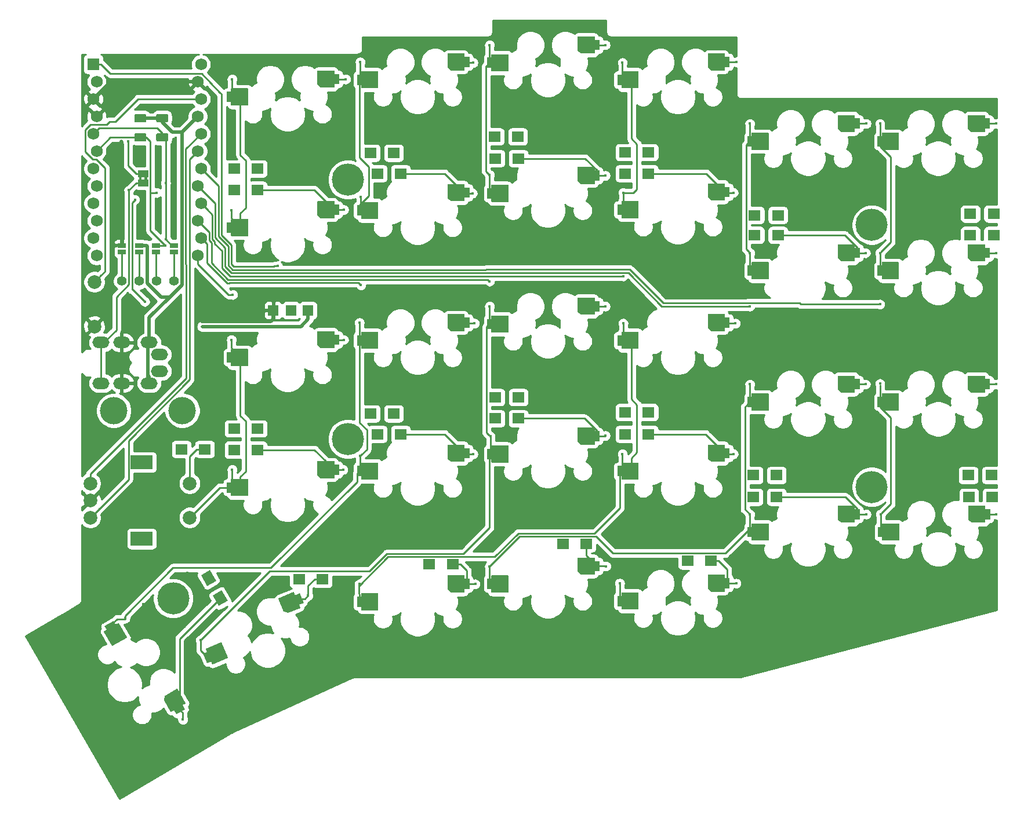
<source format=gbl>
G04 #@! TF.GenerationSoftware,KiCad,Pcbnew,(5.1.5-0-10_14)*
G04 #@! TF.CreationDate,2021-02-04T13:06:05+01:00*
G04 #@! TF.ProjectId,SofleKeyboard,536f666c-654b-4657-9962-6f6172642e6b,rev?*
G04 #@! TF.SameCoordinates,Original*
G04 #@! TF.FileFunction,Copper,L2,Bot*
G04 #@! TF.FilePolarity,Positive*
%FSLAX46Y46*%
G04 Gerber Fmt 4.6, Leading zero omitted, Abs format (unit mm)*
G04 Created by KiCad (PCBNEW (5.1.5-0-10_14)) date 2021-02-04 13:06:05*
%MOMM*%
%LPD*%
G04 APERTURE LIST*
%ADD10C,0.100000*%
%ADD11C,2.000000*%
%ADD12O,2.500000X1.700000*%
%ADD13C,1.752600*%
%ADD14R,1.752600X1.752600*%
%ADD15R,1.800000X1.500000*%
%ADD16R,1.500000X1.000000*%
%ADD17C,4.000000*%
%ADD18C,1.397000*%
%ADD19R,1.143000X0.635000*%
%ADD20C,4.700000*%
%ADD21R,3.200000X2.000000*%
%ADD22R,1.524000X1.524000*%
%ADD23C,0.400000*%
%ADD24C,0.250000*%
%ADD25C,0.500000*%
%ADD26C,0.254000*%
G04 APERTURE END LIST*
D10*
G36*
X98800000Y-59160000D02*
G01*
X98800000Y-59660000D01*
X99200000Y-59660000D01*
X99200000Y-59160000D01*
X98800000Y-59160000D01*
G37*
G36*
X99600000Y-59160000D02*
G01*
X99600000Y-59660000D01*
X100000000Y-59660000D01*
X100000000Y-59160000D01*
X99600000Y-59160000D01*
G37*
D11*
X92280000Y-74552000D03*
X92280000Y-81052000D03*
D12*
X100280000Y-89352000D03*
X101780000Y-85152000D03*
X93280000Y-89352000D03*
X96280000Y-89352000D03*
X93280000Y-83402000D03*
X96280000Y-83402000D03*
X100280000Y-83402000D03*
X101780000Y-87602000D03*
D13*
X107848600Y-42740000D03*
X92608600Y-70680000D03*
X107391400Y-45280000D03*
X107848600Y-47820000D03*
X107391400Y-50360000D03*
X107848600Y-52900000D03*
X107391400Y-55440000D03*
X107848600Y-57980000D03*
X107391400Y-60520000D03*
X107848600Y-63060000D03*
X107391400Y-65600000D03*
X107848600Y-68140000D03*
X107391400Y-70680000D03*
X92151400Y-68140000D03*
X92608600Y-65600000D03*
X92151400Y-63060000D03*
X92608600Y-60520000D03*
X92151400Y-57980000D03*
X92608600Y-55440000D03*
X92151400Y-52900000D03*
X92608600Y-50360000D03*
X92151400Y-47820000D03*
X92608600Y-45280000D03*
D14*
X92151400Y-42740000D03*
G04 #@! TA.AperFunction,SMDPad,CuDef*
D10*
G36*
X105603307Y-136132901D02*
G01*
X105605533Y-136142446D01*
X105605853Y-136152244D01*
X105604256Y-136161914D01*
X105600804Y-136171087D01*
X105595628Y-136179411D01*
X105588928Y-136186564D01*
X105580960Y-136192274D01*
X105191249Y-136417274D01*
X105541249Y-137023492D01*
X104242211Y-137773492D01*
X103892211Y-137167274D01*
X103502500Y-137392274D01*
X103493571Y-137396319D01*
X103484026Y-137398545D01*
X103474229Y-137398866D01*
X103464559Y-137397269D01*
X103455386Y-137393817D01*
X103447061Y-137388640D01*
X103439908Y-137381940D01*
X103434198Y-137373973D01*
X102484198Y-135728525D01*
X102480153Y-135719596D01*
X102477927Y-135710051D01*
X102478070Y-135695996D01*
X102574480Y-135062983D01*
X102576898Y-135053485D01*
X102581124Y-135044641D01*
X102586993Y-135036790D01*
X102594280Y-135030237D01*
X102598910Y-135027211D01*
X104330960Y-134027211D01*
X104339889Y-134023165D01*
X104349434Y-134020940D01*
X104359231Y-134020619D01*
X104368901Y-134022216D01*
X104378074Y-134025668D01*
X104386399Y-134030844D01*
X104393552Y-134037544D01*
X104399262Y-134045512D01*
X105599262Y-136123973D01*
X105603307Y-136132901D01*
G37*
G04 #@! TD.AperFunction*
G04 #@! TA.AperFunction,SMDPad,CuDef*
G36*
X97051641Y-126520981D02*
G01*
X97053867Y-126530526D01*
X97054187Y-126540323D01*
X97052590Y-126549993D01*
X97049138Y-126559166D01*
X97043962Y-126567491D01*
X97037262Y-126574644D01*
X97029294Y-126580354D01*
X94950834Y-127780354D01*
X94941905Y-127784399D01*
X94932360Y-127786625D01*
X94922563Y-127786945D01*
X94912893Y-127785348D01*
X94903720Y-127781896D01*
X94895395Y-127776720D01*
X94888242Y-127770020D01*
X94882532Y-127762053D01*
X93682532Y-125683592D01*
X93678487Y-125674663D01*
X93676261Y-125665118D01*
X93675941Y-125655321D01*
X93677538Y-125645651D01*
X93680990Y-125636478D01*
X93686166Y-125628153D01*
X93692866Y-125621000D01*
X93700834Y-125615290D01*
X94090545Y-125390290D01*
X93790545Y-124870675D01*
X95089583Y-124120675D01*
X95389583Y-124640290D01*
X95779294Y-124415290D01*
X95788223Y-124411245D01*
X95797768Y-124409019D01*
X95807565Y-124408699D01*
X95817235Y-124410296D01*
X95826408Y-124413748D01*
X95834733Y-124418924D01*
X95841886Y-124425624D01*
X95847596Y-124433592D01*
X97047596Y-126512053D01*
X97051641Y-126520981D01*
G37*
G04 #@! TD.AperFunction*
G04 #@! TA.AperFunction,SMDPad,CuDef*
G36*
X184309755Y-117350961D02*
G01*
X184319134Y-117353806D01*
X184327779Y-117358427D01*
X184335355Y-117364645D01*
X184341573Y-117372221D01*
X184346194Y-117380866D01*
X184349039Y-117390245D01*
X184350000Y-117400000D01*
X184350000Y-117850000D01*
X185050000Y-117850000D01*
X185050000Y-119350000D01*
X184350000Y-119350000D01*
X184350000Y-119800000D01*
X184349039Y-119809755D01*
X184346194Y-119819134D01*
X184341573Y-119827779D01*
X184335355Y-119835355D01*
X184327779Y-119841573D01*
X184319134Y-119846194D01*
X184309755Y-119849039D01*
X184300000Y-119850000D01*
X182400000Y-119850000D01*
X182390245Y-119849039D01*
X182380866Y-119846194D01*
X182368765Y-119839043D01*
X181868765Y-119439043D01*
X181861748Y-119432200D01*
X181856202Y-119424118D01*
X181852338Y-119415110D01*
X181850306Y-119405522D01*
X181850000Y-119400000D01*
X181850000Y-117400000D01*
X181850961Y-117390245D01*
X181853806Y-117380866D01*
X181858427Y-117372221D01*
X181864645Y-117364645D01*
X181872221Y-117358427D01*
X181880866Y-117353806D01*
X181890245Y-117350961D01*
X181900000Y-117350000D01*
X184300000Y-117350000D01*
X184309755Y-117350961D01*
G37*
G04 #@! TD.AperFunction*
G04 #@! TA.AperFunction,SMDPad,CuDef*
G36*
X171709755Y-119950961D02*
G01*
X171719134Y-119953806D01*
X171727779Y-119958427D01*
X171735355Y-119964645D01*
X171741573Y-119972221D01*
X171746194Y-119980866D01*
X171749039Y-119990245D01*
X171750000Y-120000000D01*
X171750000Y-122400000D01*
X171749039Y-122409755D01*
X171746194Y-122419134D01*
X171741573Y-122427779D01*
X171735355Y-122435355D01*
X171727779Y-122441573D01*
X171719134Y-122446194D01*
X171709755Y-122449039D01*
X171700000Y-122450000D01*
X169300000Y-122450000D01*
X169290245Y-122449039D01*
X169280866Y-122446194D01*
X169272221Y-122441573D01*
X169264645Y-122435355D01*
X169258427Y-122427779D01*
X169253806Y-122419134D01*
X169250961Y-122409755D01*
X169250000Y-122400000D01*
X169250000Y-121950000D01*
X168650000Y-121950000D01*
X168650000Y-120450000D01*
X169250000Y-120450000D01*
X169250000Y-120000000D01*
X169250961Y-119990245D01*
X169253806Y-119980866D01*
X169258427Y-119972221D01*
X169264645Y-119964645D01*
X169272221Y-119958427D01*
X169280866Y-119953806D01*
X169290245Y-119950961D01*
X169300000Y-119950000D01*
X171700000Y-119950000D01*
X171709755Y-119950961D01*
G37*
G04 #@! TD.AperFunction*
G04 #@! TA.AperFunction,SMDPad,CuDef*
G36*
X165309755Y-114850961D02*
G01*
X165319134Y-114853806D01*
X165327779Y-114858427D01*
X165335355Y-114864645D01*
X165341573Y-114872221D01*
X165346194Y-114880866D01*
X165349039Y-114890245D01*
X165350000Y-114900000D01*
X165350000Y-115350000D01*
X166050000Y-115350000D01*
X166050000Y-116850000D01*
X165350000Y-116850000D01*
X165350000Y-117300000D01*
X165349039Y-117309755D01*
X165346194Y-117319134D01*
X165341573Y-117327779D01*
X165335355Y-117335355D01*
X165327779Y-117341573D01*
X165319134Y-117346194D01*
X165309755Y-117349039D01*
X165300000Y-117350000D01*
X163400000Y-117350000D01*
X163390245Y-117349039D01*
X163380866Y-117346194D01*
X163368765Y-117339043D01*
X162868765Y-116939043D01*
X162861748Y-116932200D01*
X162856202Y-116924118D01*
X162852338Y-116915110D01*
X162850306Y-116905522D01*
X162850000Y-116900000D01*
X162850000Y-114900000D01*
X162850961Y-114890245D01*
X162853806Y-114880866D01*
X162858427Y-114872221D01*
X162864645Y-114864645D01*
X162872221Y-114858427D01*
X162880866Y-114853806D01*
X162890245Y-114850961D01*
X162900000Y-114850000D01*
X165300000Y-114850000D01*
X165309755Y-114850961D01*
G37*
G04 #@! TD.AperFunction*
G04 #@! TA.AperFunction,SMDPad,CuDef*
G36*
X152709755Y-117450961D02*
G01*
X152719134Y-117453806D01*
X152727779Y-117458427D01*
X152735355Y-117464645D01*
X152741573Y-117472221D01*
X152746194Y-117480866D01*
X152749039Y-117490245D01*
X152750000Y-117500000D01*
X152750000Y-119900000D01*
X152749039Y-119909755D01*
X152746194Y-119919134D01*
X152741573Y-119927779D01*
X152735355Y-119935355D01*
X152727779Y-119941573D01*
X152719134Y-119946194D01*
X152709755Y-119949039D01*
X152700000Y-119950000D01*
X150300000Y-119950000D01*
X150290245Y-119949039D01*
X150280866Y-119946194D01*
X150272221Y-119941573D01*
X150264645Y-119935355D01*
X150258427Y-119927779D01*
X150253806Y-119919134D01*
X150250961Y-119909755D01*
X150250000Y-119900000D01*
X150250000Y-119450000D01*
X149650000Y-119450000D01*
X149650000Y-117950000D01*
X150250000Y-117950000D01*
X150250000Y-117500000D01*
X150250961Y-117490245D01*
X150253806Y-117480866D01*
X150258427Y-117472221D01*
X150264645Y-117464645D01*
X150272221Y-117458427D01*
X150280866Y-117453806D01*
X150290245Y-117450961D01*
X150300000Y-117450000D01*
X152700000Y-117450000D01*
X152709755Y-117450961D01*
G37*
G04 #@! TD.AperFunction*
G04 #@! TA.AperFunction,SMDPad,CuDef*
G36*
X146309755Y-117450961D02*
G01*
X146319134Y-117453806D01*
X146327779Y-117458427D01*
X146335355Y-117464645D01*
X146341573Y-117472221D01*
X146346194Y-117480866D01*
X146349039Y-117490245D01*
X146350000Y-117500000D01*
X146350000Y-117950000D01*
X147050000Y-117950000D01*
X147050000Y-119450000D01*
X146350000Y-119450000D01*
X146350000Y-119900000D01*
X146349039Y-119909755D01*
X146346194Y-119919134D01*
X146341573Y-119927779D01*
X146335355Y-119935355D01*
X146327779Y-119941573D01*
X146319134Y-119946194D01*
X146309755Y-119949039D01*
X146300000Y-119950000D01*
X144400000Y-119950000D01*
X144390245Y-119949039D01*
X144380866Y-119946194D01*
X144368765Y-119939043D01*
X143868765Y-119539043D01*
X143861748Y-119532200D01*
X143856202Y-119524118D01*
X143852338Y-119515110D01*
X143850306Y-119505522D01*
X143850000Y-119500000D01*
X143850000Y-117500000D01*
X143850961Y-117490245D01*
X143853806Y-117480866D01*
X143858427Y-117472221D01*
X143864645Y-117464645D01*
X143872221Y-117458427D01*
X143880866Y-117453806D01*
X143890245Y-117450961D01*
X143900000Y-117450000D01*
X146300000Y-117450000D01*
X146309755Y-117450961D01*
G37*
G04 #@! TD.AperFunction*
G04 #@! TA.AperFunction,SMDPad,CuDef*
G36*
X133709755Y-120050961D02*
G01*
X133719134Y-120053806D01*
X133727779Y-120058427D01*
X133735355Y-120064645D01*
X133741573Y-120072221D01*
X133746194Y-120080866D01*
X133749039Y-120090245D01*
X133750000Y-120100000D01*
X133750000Y-122500000D01*
X133749039Y-122509755D01*
X133746194Y-122519134D01*
X133741573Y-122527779D01*
X133735355Y-122535355D01*
X133727779Y-122541573D01*
X133719134Y-122546194D01*
X133709755Y-122549039D01*
X133700000Y-122550000D01*
X131300000Y-122550000D01*
X131290245Y-122549039D01*
X131280866Y-122546194D01*
X131272221Y-122541573D01*
X131264645Y-122535355D01*
X131258427Y-122527779D01*
X131253806Y-122519134D01*
X131250961Y-122509755D01*
X131250000Y-122500000D01*
X131250000Y-122050000D01*
X130650000Y-122050000D01*
X130650000Y-120550000D01*
X131250000Y-120550000D01*
X131250000Y-120100000D01*
X131250961Y-120090245D01*
X131253806Y-120080866D01*
X131258427Y-120072221D01*
X131264645Y-120064645D01*
X131272221Y-120058427D01*
X131280866Y-120053806D01*
X131290245Y-120050961D01*
X131300000Y-120050000D01*
X133700000Y-120050000D01*
X133709755Y-120050961D01*
G37*
G04 #@! TD.AperFunction*
G04 #@! TA.AperFunction,SMDPad,CuDef*
G36*
X121387645Y-119894895D02*
G01*
X121397390Y-119893850D01*
X121407154Y-119894725D01*
X121416557Y-119897489D01*
X121425241Y-119902033D01*
X121432872Y-119908185D01*
X121439156Y-119915707D01*
X121443852Y-119924311D01*
X121619681Y-120338538D01*
X122264034Y-120065026D01*
X122850131Y-121445784D01*
X122205778Y-121719296D01*
X122381607Y-122133523D01*
X122384534Y-122142878D01*
X122385579Y-122152623D01*
X122384704Y-122162386D01*
X122381940Y-122171789D01*
X122377396Y-122180473D01*
X122371244Y-122188105D01*
X122363722Y-122194388D01*
X122355118Y-122199085D01*
X120606159Y-122941474D01*
X120596804Y-122944401D01*
X120587059Y-122945446D01*
X120573126Y-122943592D01*
X119956581Y-122770756D01*
X119947448Y-122767199D01*
X119939185Y-122761926D01*
X119932108Y-122755144D01*
X119926491Y-122747112D01*
X119924052Y-122742149D01*
X119142590Y-120901139D01*
X119139663Y-120891784D01*
X119138617Y-120882039D01*
X119139493Y-120872275D01*
X119142256Y-120862872D01*
X119146800Y-120854188D01*
X119152953Y-120846557D01*
X119160474Y-120840273D01*
X119169078Y-120835577D01*
X121378290Y-119897822D01*
X121387645Y-119894895D01*
G37*
G04 #@! TD.AperFunction*
G04 #@! TA.AperFunction,SMDPad,CuDef*
G36*
X110805185Y-127211420D02*
G01*
X110814930Y-127210374D01*
X110824694Y-127211250D01*
X110834097Y-127214013D01*
X110842781Y-127218558D01*
X110850412Y-127224710D01*
X110856696Y-127232232D01*
X110861392Y-127240836D01*
X111799147Y-129450047D01*
X111802074Y-129459402D01*
X111803120Y-129469147D01*
X111802244Y-129478911D01*
X111799480Y-129488314D01*
X111794936Y-129496998D01*
X111788784Y-129504629D01*
X111781262Y-129510913D01*
X111772658Y-129515609D01*
X109563446Y-130453364D01*
X109554091Y-130456291D01*
X109544346Y-130457337D01*
X109534583Y-130456461D01*
X109525180Y-130453697D01*
X109516496Y-130449153D01*
X109508864Y-130443001D01*
X109502581Y-130435479D01*
X109497885Y-130426875D01*
X109322056Y-130012648D01*
X108769753Y-130247087D01*
X108183656Y-128866329D01*
X108735959Y-128631891D01*
X108560130Y-128217663D01*
X108557203Y-128208308D01*
X108556157Y-128198563D01*
X108557033Y-128188800D01*
X108559796Y-128179397D01*
X108564341Y-128170713D01*
X108570493Y-128163081D01*
X108578015Y-128156798D01*
X108586619Y-128152102D01*
X110795830Y-127214347D01*
X110805185Y-127211420D01*
G37*
G04 #@! TD.AperFunction*
G04 #@! TA.AperFunction,SMDPad,CuDef*
G36*
X222359755Y-107250961D02*
G01*
X222369134Y-107253806D01*
X222377779Y-107258427D01*
X222385355Y-107264645D01*
X222391573Y-107272221D01*
X222396194Y-107280866D01*
X222399039Y-107290245D01*
X222400000Y-107300000D01*
X222400000Y-107750000D01*
X223100000Y-107750000D01*
X223100000Y-109250000D01*
X222400000Y-109250000D01*
X222400000Y-109700000D01*
X222399039Y-109709755D01*
X222396194Y-109719134D01*
X222391573Y-109727779D01*
X222385355Y-109735355D01*
X222377779Y-109741573D01*
X222369134Y-109746194D01*
X222359755Y-109749039D01*
X222350000Y-109750000D01*
X220450000Y-109750000D01*
X220440245Y-109749039D01*
X220430866Y-109746194D01*
X220418765Y-109739043D01*
X219918765Y-109339043D01*
X219911748Y-109332200D01*
X219906202Y-109324118D01*
X219902338Y-109315110D01*
X219900306Y-109305522D01*
X219900000Y-109300000D01*
X219900000Y-107300000D01*
X219900961Y-107290245D01*
X219903806Y-107280866D01*
X219908427Y-107272221D01*
X219914645Y-107264645D01*
X219922221Y-107258427D01*
X219930866Y-107253806D01*
X219940245Y-107250961D01*
X219950000Y-107250000D01*
X222350000Y-107250000D01*
X222359755Y-107250961D01*
G37*
G04 #@! TD.AperFunction*
G04 #@! TA.AperFunction,SMDPad,CuDef*
G36*
X209759755Y-109850961D02*
G01*
X209769134Y-109853806D01*
X209777779Y-109858427D01*
X209785355Y-109864645D01*
X209791573Y-109872221D01*
X209796194Y-109880866D01*
X209799039Y-109890245D01*
X209800000Y-109900000D01*
X209800000Y-112300000D01*
X209799039Y-112309755D01*
X209796194Y-112319134D01*
X209791573Y-112327779D01*
X209785355Y-112335355D01*
X209777779Y-112341573D01*
X209769134Y-112346194D01*
X209759755Y-112349039D01*
X209750000Y-112350000D01*
X207350000Y-112350000D01*
X207340245Y-112349039D01*
X207330866Y-112346194D01*
X207322221Y-112341573D01*
X207314645Y-112335355D01*
X207308427Y-112327779D01*
X207303806Y-112319134D01*
X207300961Y-112309755D01*
X207300000Y-112300000D01*
X207300000Y-111850000D01*
X206700000Y-111850000D01*
X206700000Y-110350000D01*
X207300000Y-110350000D01*
X207300000Y-109900000D01*
X207300961Y-109890245D01*
X207303806Y-109880866D01*
X207308427Y-109872221D01*
X207314645Y-109864645D01*
X207322221Y-109858427D01*
X207330866Y-109853806D01*
X207340245Y-109850961D01*
X207350000Y-109850000D01*
X209750000Y-109850000D01*
X209759755Y-109850961D01*
G37*
G04 #@! TD.AperFunction*
G04 #@! TA.AperFunction,SMDPad,CuDef*
G36*
X203309755Y-107250961D02*
G01*
X203319134Y-107253806D01*
X203327779Y-107258427D01*
X203335355Y-107264645D01*
X203341573Y-107272221D01*
X203346194Y-107280866D01*
X203349039Y-107290245D01*
X203350000Y-107300000D01*
X203350000Y-107750000D01*
X204050000Y-107750000D01*
X204050000Y-109250000D01*
X203350000Y-109250000D01*
X203350000Y-109700000D01*
X203349039Y-109709755D01*
X203346194Y-109719134D01*
X203341573Y-109727779D01*
X203335355Y-109735355D01*
X203327779Y-109741573D01*
X203319134Y-109746194D01*
X203309755Y-109749039D01*
X203300000Y-109750000D01*
X201400000Y-109750000D01*
X201390245Y-109749039D01*
X201380866Y-109746194D01*
X201368765Y-109739043D01*
X200868765Y-109339043D01*
X200861748Y-109332200D01*
X200856202Y-109324118D01*
X200852338Y-109315110D01*
X200850306Y-109305522D01*
X200850000Y-109300000D01*
X200850000Y-107300000D01*
X200850961Y-107290245D01*
X200853806Y-107280866D01*
X200858427Y-107272221D01*
X200864645Y-107264645D01*
X200872221Y-107258427D01*
X200880866Y-107253806D01*
X200890245Y-107250961D01*
X200900000Y-107250000D01*
X203300000Y-107250000D01*
X203309755Y-107250961D01*
G37*
G04 #@! TD.AperFunction*
G04 #@! TA.AperFunction,SMDPad,CuDef*
G36*
X190709755Y-109850961D02*
G01*
X190719134Y-109853806D01*
X190727779Y-109858427D01*
X190735355Y-109864645D01*
X190741573Y-109872221D01*
X190746194Y-109880866D01*
X190749039Y-109890245D01*
X190750000Y-109900000D01*
X190750000Y-112300000D01*
X190749039Y-112309755D01*
X190746194Y-112319134D01*
X190741573Y-112327779D01*
X190735355Y-112335355D01*
X190727779Y-112341573D01*
X190719134Y-112346194D01*
X190709755Y-112349039D01*
X190700000Y-112350000D01*
X188300000Y-112350000D01*
X188290245Y-112349039D01*
X188280866Y-112346194D01*
X188272221Y-112341573D01*
X188264645Y-112335355D01*
X188258427Y-112327779D01*
X188253806Y-112319134D01*
X188250961Y-112309755D01*
X188250000Y-112300000D01*
X188250000Y-111850000D01*
X187650000Y-111850000D01*
X187650000Y-110350000D01*
X188250000Y-110350000D01*
X188250000Y-109900000D01*
X188250961Y-109890245D01*
X188253806Y-109880866D01*
X188258427Y-109872221D01*
X188264645Y-109864645D01*
X188272221Y-109858427D01*
X188280866Y-109853806D01*
X188290245Y-109850961D01*
X188300000Y-109850000D01*
X190700000Y-109850000D01*
X190709755Y-109850961D01*
G37*
G04 #@! TD.AperFunction*
G04 #@! TA.AperFunction,SMDPad,CuDef*
G36*
X184309755Y-98350961D02*
G01*
X184319134Y-98353806D01*
X184327779Y-98358427D01*
X184335355Y-98364645D01*
X184341573Y-98372221D01*
X184346194Y-98380866D01*
X184349039Y-98390245D01*
X184350000Y-98400000D01*
X184350000Y-98850000D01*
X185050000Y-98850000D01*
X185050000Y-100350000D01*
X184350000Y-100350000D01*
X184350000Y-100800000D01*
X184349039Y-100809755D01*
X184346194Y-100819134D01*
X184341573Y-100827779D01*
X184335355Y-100835355D01*
X184327779Y-100841573D01*
X184319134Y-100846194D01*
X184309755Y-100849039D01*
X184300000Y-100850000D01*
X182400000Y-100850000D01*
X182390245Y-100849039D01*
X182380866Y-100846194D01*
X182368765Y-100839043D01*
X181868765Y-100439043D01*
X181861748Y-100432200D01*
X181856202Y-100424118D01*
X181852338Y-100415110D01*
X181850306Y-100405522D01*
X181850000Y-100400000D01*
X181850000Y-98400000D01*
X181850961Y-98390245D01*
X181853806Y-98380866D01*
X181858427Y-98372221D01*
X181864645Y-98364645D01*
X181872221Y-98358427D01*
X181880866Y-98353806D01*
X181890245Y-98350961D01*
X181900000Y-98350000D01*
X184300000Y-98350000D01*
X184309755Y-98350961D01*
G37*
G04 #@! TD.AperFunction*
G04 #@! TA.AperFunction,SMDPad,CuDef*
G36*
X171709755Y-100950961D02*
G01*
X171719134Y-100953806D01*
X171727779Y-100958427D01*
X171735355Y-100964645D01*
X171741573Y-100972221D01*
X171746194Y-100980866D01*
X171749039Y-100990245D01*
X171750000Y-101000000D01*
X171750000Y-103400000D01*
X171749039Y-103409755D01*
X171746194Y-103419134D01*
X171741573Y-103427779D01*
X171735355Y-103435355D01*
X171727779Y-103441573D01*
X171719134Y-103446194D01*
X171709755Y-103449039D01*
X171700000Y-103450000D01*
X169300000Y-103450000D01*
X169290245Y-103449039D01*
X169280866Y-103446194D01*
X169272221Y-103441573D01*
X169264645Y-103435355D01*
X169258427Y-103427779D01*
X169253806Y-103419134D01*
X169250961Y-103409755D01*
X169250000Y-103400000D01*
X169250000Y-102950000D01*
X168650000Y-102950000D01*
X168650000Y-101450000D01*
X169250000Y-101450000D01*
X169250000Y-101000000D01*
X169250961Y-100990245D01*
X169253806Y-100980866D01*
X169258427Y-100972221D01*
X169264645Y-100964645D01*
X169272221Y-100958427D01*
X169280866Y-100953806D01*
X169290245Y-100950961D01*
X169300000Y-100950000D01*
X171700000Y-100950000D01*
X171709755Y-100950961D01*
G37*
G04 #@! TD.AperFunction*
G04 #@! TA.AperFunction,SMDPad,CuDef*
G36*
X165309755Y-95850961D02*
G01*
X165319134Y-95853806D01*
X165327779Y-95858427D01*
X165335355Y-95864645D01*
X165341573Y-95872221D01*
X165346194Y-95880866D01*
X165349039Y-95890245D01*
X165350000Y-95900000D01*
X165350000Y-96350000D01*
X166050000Y-96350000D01*
X166050000Y-97850000D01*
X165350000Y-97850000D01*
X165350000Y-98300000D01*
X165349039Y-98309755D01*
X165346194Y-98319134D01*
X165341573Y-98327779D01*
X165335355Y-98335355D01*
X165327779Y-98341573D01*
X165319134Y-98346194D01*
X165309755Y-98349039D01*
X165300000Y-98350000D01*
X163400000Y-98350000D01*
X163390245Y-98349039D01*
X163380866Y-98346194D01*
X163368765Y-98339043D01*
X162868765Y-97939043D01*
X162861748Y-97932200D01*
X162856202Y-97924118D01*
X162852338Y-97915110D01*
X162850306Y-97905522D01*
X162850000Y-97900000D01*
X162850000Y-95900000D01*
X162850961Y-95890245D01*
X162853806Y-95880866D01*
X162858427Y-95872221D01*
X162864645Y-95864645D01*
X162872221Y-95858427D01*
X162880866Y-95853806D01*
X162890245Y-95850961D01*
X162900000Y-95850000D01*
X165300000Y-95850000D01*
X165309755Y-95850961D01*
G37*
G04 #@! TD.AperFunction*
G04 #@! TA.AperFunction,SMDPad,CuDef*
G36*
X152709755Y-98450961D02*
G01*
X152719134Y-98453806D01*
X152727779Y-98458427D01*
X152735355Y-98464645D01*
X152741573Y-98472221D01*
X152746194Y-98480866D01*
X152749039Y-98490245D01*
X152750000Y-98500000D01*
X152750000Y-100900000D01*
X152749039Y-100909755D01*
X152746194Y-100919134D01*
X152741573Y-100927779D01*
X152735355Y-100935355D01*
X152727779Y-100941573D01*
X152719134Y-100946194D01*
X152709755Y-100949039D01*
X152700000Y-100950000D01*
X150300000Y-100950000D01*
X150290245Y-100949039D01*
X150280866Y-100946194D01*
X150272221Y-100941573D01*
X150264645Y-100935355D01*
X150258427Y-100927779D01*
X150253806Y-100919134D01*
X150250961Y-100909755D01*
X150250000Y-100900000D01*
X150250000Y-100450000D01*
X149650000Y-100450000D01*
X149650000Y-98950000D01*
X150250000Y-98950000D01*
X150250000Y-98500000D01*
X150250961Y-98490245D01*
X150253806Y-98480866D01*
X150258427Y-98472221D01*
X150264645Y-98464645D01*
X150272221Y-98458427D01*
X150280866Y-98453806D01*
X150290245Y-98450961D01*
X150300000Y-98450000D01*
X152700000Y-98450000D01*
X152709755Y-98450961D01*
G37*
G04 #@! TD.AperFunction*
G04 #@! TA.AperFunction,SMDPad,CuDef*
G36*
X146309755Y-98350961D02*
G01*
X146319134Y-98353806D01*
X146327779Y-98358427D01*
X146335355Y-98364645D01*
X146341573Y-98372221D01*
X146346194Y-98380866D01*
X146349039Y-98390245D01*
X146350000Y-98400000D01*
X146350000Y-98850000D01*
X147050000Y-98850000D01*
X147050000Y-100350000D01*
X146350000Y-100350000D01*
X146350000Y-100800000D01*
X146349039Y-100809755D01*
X146346194Y-100819134D01*
X146341573Y-100827779D01*
X146335355Y-100835355D01*
X146327779Y-100841573D01*
X146319134Y-100846194D01*
X146309755Y-100849039D01*
X146300000Y-100850000D01*
X144400000Y-100850000D01*
X144390245Y-100849039D01*
X144380866Y-100846194D01*
X144368765Y-100839043D01*
X143868765Y-100439043D01*
X143861748Y-100432200D01*
X143856202Y-100424118D01*
X143852338Y-100415110D01*
X143850306Y-100405522D01*
X143850000Y-100400000D01*
X143850000Y-98400000D01*
X143850961Y-98390245D01*
X143853806Y-98380866D01*
X143858427Y-98372221D01*
X143864645Y-98364645D01*
X143872221Y-98358427D01*
X143880866Y-98353806D01*
X143890245Y-98350961D01*
X143900000Y-98350000D01*
X146300000Y-98350000D01*
X146309755Y-98350961D01*
G37*
G04 #@! TD.AperFunction*
G04 #@! TA.AperFunction,SMDPad,CuDef*
G36*
X133709755Y-100950961D02*
G01*
X133719134Y-100953806D01*
X133727779Y-100958427D01*
X133735355Y-100964645D01*
X133741573Y-100972221D01*
X133746194Y-100980866D01*
X133749039Y-100990245D01*
X133750000Y-101000000D01*
X133750000Y-103400000D01*
X133749039Y-103409755D01*
X133746194Y-103419134D01*
X133741573Y-103427779D01*
X133735355Y-103435355D01*
X133727779Y-103441573D01*
X133719134Y-103446194D01*
X133709755Y-103449039D01*
X133700000Y-103450000D01*
X131300000Y-103450000D01*
X131290245Y-103449039D01*
X131280866Y-103446194D01*
X131272221Y-103441573D01*
X131264645Y-103435355D01*
X131258427Y-103427779D01*
X131253806Y-103419134D01*
X131250961Y-103409755D01*
X131250000Y-103400000D01*
X131250000Y-102950000D01*
X130650000Y-102950000D01*
X130650000Y-101450000D01*
X131250000Y-101450000D01*
X131250000Y-101000000D01*
X131250961Y-100990245D01*
X131253806Y-100980866D01*
X131258427Y-100972221D01*
X131264645Y-100964645D01*
X131272221Y-100958427D01*
X131280866Y-100953806D01*
X131290245Y-100950961D01*
X131300000Y-100950000D01*
X133700000Y-100950000D01*
X133709755Y-100950961D01*
G37*
G04 #@! TD.AperFunction*
G04 #@! TA.AperFunction,SMDPad,CuDef*
G36*
X127309755Y-100750961D02*
G01*
X127319134Y-100753806D01*
X127327779Y-100758427D01*
X127335355Y-100764645D01*
X127341573Y-100772221D01*
X127346194Y-100780866D01*
X127349039Y-100790245D01*
X127350000Y-100800000D01*
X127350000Y-101250000D01*
X128050000Y-101250000D01*
X128050000Y-102750000D01*
X127350000Y-102750000D01*
X127350000Y-103200000D01*
X127349039Y-103209755D01*
X127346194Y-103219134D01*
X127341573Y-103227779D01*
X127335355Y-103235355D01*
X127327779Y-103241573D01*
X127319134Y-103246194D01*
X127309755Y-103249039D01*
X127300000Y-103250000D01*
X125400000Y-103250000D01*
X125390245Y-103249039D01*
X125380866Y-103246194D01*
X125368765Y-103239043D01*
X124868765Y-102839043D01*
X124861748Y-102832200D01*
X124856202Y-102824118D01*
X124852338Y-102815110D01*
X124850306Y-102805522D01*
X124850000Y-102800000D01*
X124850000Y-100800000D01*
X124850961Y-100790245D01*
X124853806Y-100780866D01*
X124858427Y-100772221D01*
X124864645Y-100764645D01*
X124872221Y-100758427D01*
X124880866Y-100753806D01*
X124890245Y-100750961D01*
X124900000Y-100750000D01*
X127300000Y-100750000D01*
X127309755Y-100750961D01*
G37*
G04 #@! TD.AperFunction*
G04 #@! TA.AperFunction,SMDPad,CuDef*
G36*
X114709755Y-103350961D02*
G01*
X114719134Y-103353806D01*
X114727779Y-103358427D01*
X114735355Y-103364645D01*
X114741573Y-103372221D01*
X114746194Y-103380866D01*
X114749039Y-103390245D01*
X114750000Y-103400000D01*
X114750000Y-105800000D01*
X114749039Y-105809755D01*
X114746194Y-105819134D01*
X114741573Y-105827779D01*
X114735355Y-105835355D01*
X114727779Y-105841573D01*
X114719134Y-105846194D01*
X114709755Y-105849039D01*
X114700000Y-105850000D01*
X112300000Y-105850000D01*
X112290245Y-105849039D01*
X112280866Y-105846194D01*
X112272221Y-105841573D01*
X112264645Y-105835355D01*
X112258427Y-105827779D01*
X112253806Y-105819134D01*
X112250961Y-105809755D01*
X112250000Y-105800000D01*
X112250000Y-105350000D01*
X111650000Y-105350000D01*
X111650000Y-103850000D01*
X112250000Y-103850000D01*
X112250000Y-103400000D01*
X112250961Y-103390245D01*
X112253806Y-103380866D01*
X112258427Y-103372221D01*
X112264645Y-103364645D01*
X112272221Y-103358427D01*
X112280866Y-103353806D01*
X112290245Y-103350961D01*
X112300000Y-103350000D01*
X114700000Y-103350000D01*
X114709755Y-103350961D01*
G37*
G04 #@! TD.AperFunction*
G04 #@! TA.AperFunction,SMDPad,CuDef*
G36*
X222309755Y-88250961D02*
G01*
X222319134Y-88253806D01*
X222327779Y-88258427D01*
X222335355Y-88264645D01*
X222341573Y-88272221D01*
X222346194Y-88280866D01*
X222349039Y-88290245D01*
X222350000Y-88300000D01*
X222350000Y-88750000D01*
X223050000Y-88750000D01*
X223050000Y-90250000D01*
X222350000Y-90250000D01*
X222350000Y-90700000D01*
X222349039Y-90709755D01*
X222346194Y-90719134D01*
X222341573Y-90727779D01*
X222335355Y-90735355D01*
X222327779Y-90741573D01*
X222319134Y-90746194D01*
X222309755Y-90749039D01*
X222300000Y-90750000D01*
X220400000Y-90750000D01*
X220390245Y-90749039D01*
X220380866Y-90746194D01*
X220368765Y-90739043D01*
X219868765Y-90339043D01*
X219861748Y-90332200D01*
X219856202Y-90324118D01*
X219852338Y-90315110D01*
X219850306Y-90305522D01*
X219850000Y-90300000D01*
X219850000Y-88300000D01*
X219850961Y-88290245D01*
X219853806Y-88280866D01*
X219858427Y-88272221D01*
X219864645Y-88264645D01*
X219872221Y-88258427D01*
X219880866Y-88253806D01*
X219890245Y-88250961D01*
X219900000Y-88250000D01*
X222300000Y-88250000D01*
X222309755Y-88250961D01*
G37*
G04 #@! TD.AperFunction*
G04 #@! TA.AperFunction,SMDPad,CuDef*
G36*
X209709755Y-90850961D02*
G01*
X209719134Y-90853806D01*
X209727779Y-90858427D01*
X209735355Y-90864645D01*
X209741573Y-90872221D01*
X209746194Y-90880866D01*
X209749039Y-90890245D01*
X209750000Y-90900000D01*
X209750000Y-93300000D01*
X209749039Y-93309755D01*
X209746194Y-93319134D01*
X209741573Y-93327779D01*
X209735355Y-93335355D01*
X209727779Y-93341573D01*
X209719134Y-93346194D01*
X209709755Y-93349039D01*
X209700000Y-93350000D01*
X207300000Y-93350000D01*
X207290245Y-93349039D01*
X207280866Y-93346194D01*
X207272221Y-93341573D01*
X207264645Y-93335355D01*
X207258427Y-93327779D01*
X207253806Y-93319134D01*
X207250961Y-93309755D01*
X207250000Y-93300000D01*
X207250000Y-92850000D01*
X206650000Y-92850000D01*
X206650000Y-91350000D01*
X207250000Y-91350000D01*
X207250000Y-90900000D01*
X207250961Y-90890245D01*
X207253806Y-90880866D01*
X207258427Y-90872221D01*
X207264645Y-90864645D01*
X207272221Y-90858427D01*
X207280866Y-90853806D01*
X207290245Y-90850961D01*
X207300000Y-90850000D01*
X209700000Y-90850000D01*
X209709755Y-90850961D01*
G37*
G04 #@! TD.AperFunction*
G04 #@! TA.AperFunction,SMDPad,CuDef*
G36*
X203309755Y-88250961D02*
G01*
X203319134Y-88253806D01*
X203327779Y-88258427D01*
X203335355Y-88264645D01*
X203341573Y-88272221D01*
X203346194Y-88280866D01*
X203349039Y-88290245D01*
X203350000Y-88300000D01*
X203350000Y-88750000D01*
X204050000Y-88750000D01*
X204050000Y-90250000D01*
X203350000Y-90250000D01*
X203350000Y-90700000D01*
X203349039Y-90709755D01*
X203346194Y-90719134D01*
X203341573Y-90727779D01*
X203335355Y-90735355D01*
X203327779Y-90741573D01*
X203319134Y-90746194D01*
X203309755Y-90749039D01*
X203300000Y-90750000D01*
X201400000Y-90750000D01*
X201390245Y-90749039D01*
X201380866Y-90746194D01*
X201368765Y-90739043D01*
X200868765Y-90339043D01*
X200861748Y-90332200D01*
X200856202Y-90324118D01*
X200852338Y-90315110D01*
X200850306Y-90305522D01*
X200850000Y-90300000D01*
X200850000Y-88300000D01*
X200850961Y-88290245D01*
X200853806Y-88280866D01*
X200858427Y-88272221D01*
X200864645Y-88264645D01*
X200872221Y-88258427D01*
X200880866Y-88253806D01*
X200890245Y-88250961D01*
X200900000Y-88250000D01*
X203300000Y-88250000D01*
X203309755Y-88250961D01*
G37*
G04 #@! TD.AperFunction*
G04 #@! TA.AperFunction,SMDPad,CuDef*
G36*
X190709755Y-90850961D02*
G01*
X190719134Y-90853806D01*
X190727779Y-90858427D01*
X190735355Y-90864645D01*
X190741573Y-90872221D01*
X190746194Y-90880866D01*
X190749039Y-90890245D01*
X190750000Y-90900000D01*
X190750000Y-93300000D01*
X190749039Y-93309755D01*
X190746194Y-93319134D01*
X190741573Y-93327779D01*
X190735355Y-93335355D01*
X190727779Y-93341573D01*
X190719134Y-93346194D01*
X190709755Y-93349039D01*
X190700000Y-93350000D01*
X188300000Y-93350000D01*
X188290245Y-93349039D01*
X188280866Y-93346194D01*
X188272221Y-93341573D01*
X188264645Y-93335355D01*
X188258427Y-93327779D01*
X188253806Y-93319134D01*
X188250961Y-93309755D01*
X188250000Y-93300000D01*
X188250000Y-92850000D01*
X187650000Y-92850000D01*
X187650000Y-91350000D01*
X188250000Y-91350000D01*
X188250000Y-90900000D01*
X188250961Y-90890245D01*
X188253806Y-90880866D01*
X188258427Y-90872221D01*
X188264645Y-90864645D01*
X188272221Y-90858427D01*
X188280866Y-90853806D01*
X188290245Y-90850961D01*
X188300000Y-90850000D01*
X190700000Y-90850000D01*
X190709755Y-90850961D01*
G37*
G04 #@! TD.AperFunction*
G04 #@! TA.AperFunction,SMDPad,CuDef*
G36*
X184309755Y-79250961D02*
G01*
X184319134Y-79253806D01*
X184327779Y-79258427D01*
X184335355Y-79264645D01*
X184341573Y-79272221D01*
X184346194Y-79280866D01*
X184349039Y-79290245D01*
X184350000Y-79300000D01*
X184350000Y-79750000D01*
X185050000Y-79750000D01*
X185050000Y-81250000D01*
X184350000Y-81250000D01*
X184350000Y-81700000D01*
X184349039Y-81709755D01*
X184346194Y-81719134D01*
X184341573Y-81727779D01*
X184335355Y-81735355D01*
X184327779Y-81741573D01*
X184319134Y-81746194D01*
X184309755Y-81749039D01*
X184300000Y-81750000D01*
X182400000Y-81750000D01*
X182390245Y-81749039D01*
X182380866Y-81746194D01*
X182368765Y-81739043D01*
X181868765Y-81339043D01*
X181861748Y-81332200D01*
X181856202Y-81324118D01*
X181852338Y-81315110D01*
X181850306Y-81305522D01*
X181850000Y-81300000D01*
X181850000Y-79300000D01*
X181850961Y-79290245D01*
X181853806Y-79280866D01*
X181858427Y-79272221D01*
X181864645Y-79264645D01*
X181872221Y-79258427D01*
X181880866Y-79253806D01*
X181890245Y-79250961D01*
X181900000Y-79250000D01*
X184300000Y-79250000D01*
X184309755Y-79250961D01*
G37*
G04 #@! TD.AperFunction*
G04 #@! TA.AperFunction,SMDPad,CuDef*
G36*
X171709755Y-81850961D02*
G01*
X171719134Y-81853806D01*
X171727779Y-81858427D01*
X171735355Y-81864645D01*
X171741573Y-81872221D01*
X171746194Y-81880866D01*
X171749039Y-81890245D01*
X171750000Y-81900000D01*
X171750000Y-84300000D01*
X171749039Y-84309755D01*
X171746194Y-84319134D01*
X171741573Y-84327779D01*
X171735355Y-84335355D01*
X171727779Y-84341573D01*
X171719134Y-84346194D01*
X171709755Y-84349039D01*
X171700000Y-84350000D01*
X169300000Y-84350000D01*
X169290245Y-84349039D01*
X169280866Y-84346194D01*
X169272221Y-84341573D01*
X169264645Y-84335355D01*
X169258427Y-84327779D01*
X169253806Y-84319134D01*
X169250961Y-84309755D01*
X169250000Y-84300000D01*
X169250000Y-83850000D01*
X168650000Y-83850000D01*
X168650000Y-82350000D01*
X169250000Y-82350000D01*
X169250000Y-81900000D01*
X169250961Y-81890245D01*
X169253806Y-81880866D01*
X169258427Y-81872221D01*
X169264645Y-81864645D01*
X169272221Y-81858427D01*
X169280866Y-81853806D01*
X169290245Y-81850961D01*
X169300000Y-81850000D01*
X171700000Y-81850000D01*
X171709755Y-81850961D01*
G37*
G04 #@! TD.AperFunction*
G04 #@! TA.AperFunction,SMDPad,CuDef*
G36*
X165309755Y-76850961D02*
G01*
X165319134Y-76853806D01*
X165327779Y-76858427D01*
X165335355Y-76864645D01*
X165341573Y-76872221D01*
X165346194Y-76880866D01*
X165349039Y-76890245D01*
X165350000Y-76900000D01*
X165350000Y-77350000D01*
X166050000Y-77350000D01*
X166050000Y-78850000D01*
X165350000Y-78850000D01*
X165350000Y-79300000D01*
X165349039Y-79309755D01*
X165346194Y-79319134D01*
X165341573Y-79327779D01*
X165335355Y-79335355D01*
X165327779Y-79341573D01*
X165319134Y-79346194D01*
X165309755Y-79349039D01*
X165300000Y-79350000D01*
X163400000Y-79350000D01*
X163390245Y-79349039D01*
X163380866Y-79346194D01*
X163368765Y-79339043D01*
X162868765Y-78939043D01*
X162861748Y-78932200D01*
X162856202Y-78924118D01*
X162852338Y-78915110D01*
X162850306Y-78905522D01*
X162850000Y-78900000D01*
X162850000Y-76900000D01*
X162850961Y-76890245D01*
X162853806Y-76880866D01*
X162858427Y-76872221D01*
X162864645Y-76864645D01*
X162872221Y-76858427D01*
X162880866Y-76853806D01*
X162890245Y-76850961D01*
X162900000Y-76850000D01*
X165300000Y-76850000D01*
X165309755Y-76850961D01*
G37*
G04 #@! TD.AperFunction*
G04 #@! TA.AperFunction,SMDPad,CuDef*
G36*
X152709755Y-79450961D02*
G01*
X152719134Y-79453806D01*
X152727779Y-79458427D01*
X152735355Y-79464645D01*
X152741573Y-79472221D01*
X152746194Y-79480866D01*
X152749039Y-79490245D01*
X152750000Y-79500000D01*
X152750000Y-81900000D01*
X152749039Y-81909755D01*
X152746194Y-81919134D01*
X152741573Y-81927779D01*
X152735355Y-81935355D01*
X152727779Y-81941573D01*
X152719134Y-81946194D01*
X152709755Y-81949039D01*
X152700000Y-81950000D01*
X150300000Y-81950000D01*
X150290245Y-81949039D01*
X150280866Y-81946194D01*
X150272221Y-81941573D01*
X150264645Y-81935355D01*
X150258427Y-81927779D01*
X150253806Y-81919134D01*
X150250961Y-81909755D01*
X150250000Y-81900000D01*
X150250000Y-81450000D01*
X149650000Y-81450000D01*
X149650000Y-79950000D01*
X150250000Y-79950000D01*
X150250000Y-79500000D01*
X150250961Y-79490245D01*
X150253806Y-79480866D01*
X150258427Y-79472221D01*
X150264645Y-79464645D01*
X150272221Y-79458427D01*
X150280866Y-79453806D01*
X150290245Y-79450961D01*
X150300000Y-79450000D01*
X152700000Y-79450000D01*
X152709755Y-79450961D01*
G37*
G04 #@! TD.AperFunction*
G04 #@! TA.AperFunction,SMDPad,CuDef*
G36*
X146309755Y-79250961D02*
G01*
X146319134Y-79253806D01*
X146327779Y-79258427D01*
X146335355Y-79264645D01*
X146341573Y-79272221D01*
X146346194Y-79280866D01*
X146349039Y-79290245D01*
X146350000Y-79300000D01*
X146350000Y-79750000D01*
X147050000Y-79750000D01*
X147050000Y-81250000D01*
X146350000Y-81250000D01*
X146350000Y-81700000D01*
X146349039Y-81709755D01*
X146346194Y-81719134D01*
X146341573Y-81727779D01*
X146335355Y-81735355D01*
X146327779Y-81741573D01*
X146319134Y-81746194D01*
X146309755Y-81749039D01*
X146300000Y-81750000D01*
X144400000Y-81750000D01*
X144390245Y-81749039D01*
X144380866Y-81746194D01*
X144368765Y-81739043D01*
X143868765Y-81339043D01*
X143861748Y-81332200D01*
X143856202Y-81324118D01*
X143852338Y-81315110D01*
X143850306Y-81305522D01*
X143850000Y-81300000D01*
X143850000Y-79300000D01*
X143850961Y-79290245D01*
X143853806Y-79280866D01*
X143858427Y-79272221D01*
X143864645Y-79264645D01*
X143872221Y-79258427D01*
X143880866Y-79253806D01*
X143890245Y-79250961D01*
X143900000Y-79250000D01*
X146300000Y-79250000D01*
X146309755Y-79250961D01*
G37*
G04 #@! TD.AperFunction*
G04 #@! TA.AperFunction,SMDPad,CuDef*
G36*
X133709755Y-81850961D02*
G01*
X133719134Y-81853806D01*
X133727779Y-81858427D01*
X133735355Y-81864645D01*
X133741573Y-81872221D01*
X133746194Y-81880866D01*
X133749039Y-81890245D01*
X133750000Y-81900000D01*
X133750000Y-84300000D01*
X133749039Y-84309755D01*
X133746194Y-84319134D01*
X133741573Y-84327779D01*
X133735355Y-84335355D01*
X133727779Y-84341573D01*
X133719134Y-84346194D01*
X133709755Y-84349039D01*
X133700000Y-84350000D01*
X131300000Y-84350000D01*
X131290245Y-84349039D01*
X131280866Y-84346194D01*
X131272221Y-84341573D01*
X131264645Y-84335355D01*
X131258427Y-84327779D01*
X131253806Y-84319134D01*
X131250961Y-84309755D01*
X131250000Y-84300000D01*
X131250000Y-83850000D01*
X130650000Y-83850000D01*
X130650000Y-82350000D01*
X131250000Y-82350000D01*
X131250000Y-81900000D01*
X131250961Y-81890245D01*
X131253806Y-81880866D01*
X131258427Y-81872221D01*
X131264645Y-81864645D01*
X131272221Y-81858427D01*
X131280866Y-81853806D01*
X131290245Y-81850961D01*
X131300000Y-81850000D01*
X133700000Y-81850000D01*
X133709755Y-81850961D01*
G37*
G04 #@! TD.AperFunction*
G04 #@! TA.AperFunction,SMDPad,CuDef*
G36*
X127309755Y-81750961D02*
G01*
X127319134Y-81753806D01*
X127327779Y-81758427D01*
X127335355Y-81764645D01*
X127341573Y-81772221D01*
X127346194Y-81780866D01*
X127349039Y-81790245D01*
X127350000Y-81800000D01*
X127350000Y-82250000D01*
X128050000Y-82250000D01*
X128050000Y-83750000D01*
X127350000Y-83750000D01*
X127350000Y-84200000D01*
X127349039Y-84209755D01*
X127346194Y-84219134D01*
X127341573Y-84227779D01*
X127335355Y-84235355D01*
X127327779Y-84241573D01*
X127319134Y-84246194D01*
X127309755Y-84249039D01*
X127300000Y-84250000D01*
X125400000Y-84250000D01*
X125390245Y-84249039D01*
X125380866Y-84246194D01*
X125368765Y-84239043D01*
X124868765Y-83839043D01*
X124861748Y-83832200D01*
X124856202Y-83824118D01*
X124852338Y-83815110D01*
X124850306Y-83805522D01*
X124850000Y-83800000D01*
X124850000Y-81800000D01*
X124850961Y-81790245D01*
X124853806Y-81780866D01*
X124858427Y-81772221D01*
X124864645Y-81764645D01*
X124872221Y-81758427D01*
X124880866Y-81753806D01*
X124890245Y-81750961D01*
X124900000Y-81750000D01*
X127300000Y-81750000D01*
X127309755Y-81750961D01*
G37*
G04 #@! TD.AperFunction*
G04 #@! TA.AperFunction,SMDPad,CuDef*
G36*
X114709755Y-84350961D02*
G01*
X114719134Y-84353806D01*
X114727779Y-84358427D01*
X114735355Y-84364645D01*
X114741573Y-84372221D01*
X114746194Y-84380866D01*
X114749039Y-84390245D01*
X114750000Y-84400000D01*
X114750000Y-86800000D01*
X114749039Y-86809755D01*
X114746194Y-86819134D01*
X114741573Y-86827779D01*
X114735355Y-86835355D01*
X114727779Y-86841573D01*
X114719134Y-86846194D01*
X114709755Y-86849039D01*
X114700000Y-86850000D01*
X112300000Y-86850000D01*
X112290245Y-86849039D01*
X112280866Y-86846194D01*
X112272221Y-86841573D01*
X112264645Y-86835355D01*
X112258427Y-86827779D01*
X112253806Y-86819134D01*
X112250961Y-86809755D01*
X112250000Y-86800000D01*
X112250000Y-86350000D01*
X111650000Y-86350000D01*
X111650000Y-84850000D01*
X112250000Y-84850000D01*
X112250000Y-84400000D01*
X112250961Y-84390245D01*
X112253806Y-84380866D01*
X112258427Y-84372221D01*
X112264645Y-84364645D01*
X112272221Y-84358427D01*
X112280866Y-84353806D01*
X112290245Y-84350961D01*
X112300000Y-84350000D01*
X114700000Y-84350000D01*
X114709755Y-84350961D01*
G37*
G04 #@! TD.AperFunction*
G04 #@! TA.AperFunction,SMDPad,CuDef*
G36*
X222309755Y-69050961D02*
G01*
X222319134Y-69053806D01*
X222327779Y-69058427D01*
X222335355Y-69064645D01*
X222341573Y-69072221D01*
X222346194Y-69080866D01*
X222349039Y-69090245D01*
X222350000Y-69100000D01*
X222350000Y-69550000D01*
X223050000Y-69550000D01*
X223050000Y-71050000D01*
X222350000Y-71050000D01*
X222350000Y-71500000D01*
X222349039Y-71509755D01*
X222346194Y-71519134D01*
X222341573Y-71527779D01*
X222335355Y-71535355D01*
X222327779Y-71541573D01*
X222319134Y-71546194D01*
X222309755Y-71549039D01*
X222300000Y-71550000D01*
X220400000Y-71550000D01*
X220390245Y-71549039D01*
X220380866Y-71546194D01*
X220368765Y-71539043D01*
X219868765Y-71139043D01*
X219861748Y-71132200D01*
X219856202Y-71124118D01*
X219852338Y-71115110D01*
X219850306Y-71105522D01*
X219850000Y-71100000D01*
X219850000Y-69100000D01*
X219850961Y-69090245D01*
X219853806Y-69080866D01*
X219858427Y-69072221D01*
X219864645Y-69064645D01*
X219872221Y-69058427D01*
X219880866Y-69053806D01*
X219890245Y-69050961D01*
X219900000Y-69050000D01*
X222300000Y-69050000D01*
X222309755Y-69050961D01*
G37*
G04 #@! TD.AperFunction*
G04 #@! TA.AperFunction,SMDPad,CuDef*
G36*
X209709755Y-71650961D02*
G01*
X209719134Y-71653806D01*
X209727779Y-71658427D01*
X209735355Y-71664645D01*
X209741573Y-71672221D01*
X209746194Y-71680866D01*
X209749039Y-71690245D01*
X209750000Y-71700000D01*
X209750000Y-74100000D01*
X209749039Y-74109755D01*
X209746194Y-74119134D01*
X209741573Y-74127779D01*
X209735355Y-74135355D01*
X209727779Y-74141573D01*
X209719134Y-74146194D01*
X209709755Y-74149039D01*
X209700000Y-74150000D01*
X207300000Y-74150000D01*
X207290245Y-74149039D01*
X207280866Y-74146194D01*
X207272221Y-74141573D01*
X207264645Y-74135355D01*
X207258427Y-74127779D01*
X207253806Y-74119134D01*
X207250961Y-74109755D01*
X207250000Y-74100000D01*
X207250000Y-73650000D01*
X206650000Y-73650000D01*
X206650000Y-72150000D01*
X207250000Y-72150000D01*
X207250000Y-71700000D01*
X207250961Y-71690245D01*
X207253806Y-71680866D01*
X207258427Y-71672221D01*
X207264645Y-71664645D01*
X207272221Y-71658427D01*
X207280866Y-71653806D01*
X207290245Y-71650961D01*
X207300000Y-71650000D01*
X209700000Y-71650000D01*
X209709755Y-71650961D01*
G37*
G04 #@! TD.AperFunction*
G04 #@! TA.AperFunction,SMDPad,CuDef*
G36*
X203309755Y-69050961D02*
G01*
X203319134Y-69053806D01*
X203327779Y-69058427D01*
X203335355Y-69064645D01*
X203341573Y-69072221D01*
X203346194Y-69080866D01*
X203349039Y-69090245D01*
X203350000Y-69100000D01*
X203350000Y-69550000D01*
X204050000Y-69550000D01*
X204050000Y-71050000D01*
X203350000Y-71050000D01*
X203350000Y-71500000D01*
X203349039Y-71509755D01*
X203346194Y-71519134D01*
X203341573Y-71527779D01*
X203335355Y-71535355D01*
X203327779Y-71541573D01*
X203319134Y-71546194D01*
X203309755Y-71549039D01*
X203300000Y-71550000D01*
X201400000Y-71550000D01*
X201390245Y-71549039D01*
X201380866Y-71546194D01*
X201368765Y-71539043D01*
X200868765Y-71139043D01*
X200861748Y-71132200D01*
X200856202Y-71124118D01*
X200852338Y-71115110D01*
X200850306Y-71105522D01*
X200850000Y-71100000D01*
X200850000Y-69100000D01*
X200850961Y-69090245D01*
X200853806Y-69080866D01*
X200858427Y-69072221D01*
X200864645Y-69064645D01*
X200872221Y-69058427D01*
X200880866Y-69053806D01*
X200890245Y-69050961D01*
X200900000Y-69050000D01*
X203300000Y-69050000D01*
X203309755Y-69050961D01*
G37*
G04 #@! TD.AperFunction*
G04 #@! TA.AperFunction,SMDPad,CuDef*
G36*
X190709755Y-71650961D02*
G01*
X190719134Y-71653806D01*
X190727779Y-71658427D01*
X190735355Y-71664645D01*
X190741573Y-71672221D01*
X190746194Y-71680866D01*
X190749039Y-71690245D01*
X190750000Y-71700000D01*
X190750000Y-74100000D01*
X190749039Y-74109755D01*
X190746194Y-74119134D01*
X190741573Y-74127779D01*
X190735355Y-74135355D01*
X190727779Y-74141573D01*
X190719134Y-74146194D01*
X190709755Y-74149039D01*
X190700000Y-74150000D01*
X188300000Y-74150000D01*
X188290245Y-74149039D01*
X188280866Y-74146194D01*
X188272221Y-74141573D01*
X188264645Y-74135355D01*
X188258427Y-74127779D01*
X188253806Y-74119134D01*
X188250961Y-74109755D01*
X188250000Y-74100000D01*
X188250000Y-73650000D01*
X187650000Y-73650000D01*
X187650000Y-72150000D01*
X188250000Y-72150000D01*
X188250000Y-71700000D01*
X188250961Y-71690245D01*
X188253806Y-71680866D01*
X188258427Y-71672221D01*
X188264645Y-71664645D01*
X188272221Y-71658427D01*
X188280866Y-71653806D01*
X188290245Y-71650961D01*
X188300000Y-71650000D01*
X190700000Y-71650000D01*
X190709755Y-71650961D01*
G37*
G04 #@! TD.AperFunction*
G04 #@! TA.AperFunction,SMDPad,CuDef*
G36*
X184309755Y-60150961D02*
G01*
X184319134Y-60153806D01*
X184327779Y-60158427D01*
X184335355Y-60164645D01*
X184341573Y-60172221D01*
X184346194Y-60180866D01*
X184349039Y-60190245D01*
X184350000Y-60200000D01*
X184350000Y-60650000D01*
X185050000Y-60650000D01*
X185050000Y-62150000D01*
X184350000Y-62150000D01*
X184350000Y-62600000D01*
X184349039Y-62609755D01*
X184346194Y-62619134D01*
X184341573Y-62627779D01*
X184335355Y-62635355D01*
X184327779Y-62641573D01*
X184319134Y-62646194D01*
X184309755Y-62649039D01*
X184300000Y-62650000D01*
X182400000Y-62650000D01*
X182390245Y-62649039D01*
X182380866Y-62646194D01*
X182368765Y-62639043D01*
X181868765Y-62239043D01*
X181861748Y-62232200D01*
X181856202Y-62224118D01*
X181852338Y-62215110D01*
X181850306Y-62205522D01*
X181850000Y-62200000D01*
X181850000Y-60200000D01*
X181850961Y-60190245D01*
X181853806Y-60180866D01*
X181858427Y-60172221D01*
X181864645Y-60164645D01*
X181872221Y-60158427D01*
X181880866Y-60153806D01*
X181890245Y-60150961D01*
X181900000Y-60150000D01*
X184300000Y-60150000D01*
X184309755Y-60150961D01*
G37*
G04 #@! TD.AperFunction*
G04 #@! TA.AperFunction,SMDPad,CuDef*
G36*
X171709755Y-62750961D02*
G01*
X171719134Y-62753806D01*
X171727779Y-62758427D01*
X171735355Y-62764645D01*
X171741573Y-62772221D01*
X171746194Y-62780866D01*
X171749039Y-62790245D01*
X171750000Y-62800000D01*
X171750000Y-65200000D01*
X171749039Y-65209755D01*
X171746194Y-65219134D01*
X171741573Y-65227779D01*
X171735355Y-65235355D01*
X171727779Y-65241573D01*
X171719134Y-65246194D01*
X171709755Y-65249039D01*
X171700000Y-65250000D01*
X169300000Y-65250000D01*
X169290245Y-65249039D01*
X169280866Y-65246194D01*
X169272221Y-65241573D01*
X169264645Y-65235355D01*
X169258427Y-65227779D01*
X169253806Y-65219134D01*
X169250961Y-65209755D01*
X169250000Y-65200000D01*
X169250000Y-64750000D01*
X168650000Y-64750000D01*
X168650000Y-63250000D01*
X169250000Y-63250000D01*
X169250000Y-62800000D01*
X169250961Y-62790245D01*
X169253806Y-62780866D01*
X169258427Y-62772221D01*
X169264645Y-62764645D01*
X169272221Y-62758427D01*
X169280866Y-62753806D01*
X169290245Y-62750961D01*
X169300000Y-62750000D01*
X171700000Y-62750000D01*
X171709755Y-62750961D01*
G37*
G04 #@! TD.AperFunction*
G04 #@! TA.AperFunction,SMDPad,CuDef*
G36*
X165309755Y-57750961D02*
G01*
X165319134Y-57753806D01*
X165327779Y-57758427D01*
X165335355Y-57764645D01*
X165341573Y-57772221D01*
X165346194Y-57780866D01*
X165349039Y-57790245D01*
X165350000Y-57800000D01*
X165350000Y-58250000D01*
X166050000Y-58250000D01*
X166050000Y-59750000D01*
X165350000Y-59750000D01*
X165350000Y-60200000D01*
X165349039Y-60209755D01*
X165346194Y-60219134D01*
X165341573Y-60227779D01*
X165335355Y-60235355D01*
X165327779Y-60241573D01*
X165319134Y-60246194D01*
X165309755Y-60249039D01*
X165300000Y-60250000D01*
X163400000Y-60250000D01*
X163390245Y-60249039D01*
X163380866Y-60246194D01*
X163368765Y-60239043D01*
X162868765Y-59839043D01*
X162861748Y-59832200D01*
X162856202Y-59824118D01*
X162852338Y-59815110D01*
X162850306Y-59805522D01*
X162850000Y-59800000D01*
X162850000Y-57800000D01*
X162850961Y-57790245D01*
X162853806Y-57780866D01*
X162858427Y-57772221D01*
X162864645Y-57764645D01*
X162872221Y-57758427D01*
X162880866Y-57753806D01*
X162890245Y-57750961D01*
X162900000Y-57750000D01*
X165300000Y-57750000D01*
X165309755Y-57750961D01*
G37*
G04 #@! TD.AperFunction*
G04 #@! TA.AperFunction,SMDPad,CuDef*
G36*
X152709755Y-60350961D02*
G01*
X152719134Y-60353806D01*
X152727779Y-60358427D01*
X152735355Y-60364645D01*
X152741573Y-60372221D01*
X152746194Y-60380866D01*
X152749039Y-60390245D01*
X152750000Y-60400000D01*
X152750000Y-62800000D01*
X152749039Y-62809755D01*
X152746194Y-62819134D01*
X152741573Y-62827779D01*
X152735355Y-62835355D01*
X152727779Y-62841573D01*
X152719134Y-62846194D01*
X152709755Y-62849039D01*
X152700000Y-62850000D01*
X150300000Y-62850000D01*
X150290245Y-62849039D01*
X150280866Y-62846194D01*
X150272221Y-62841573D01*
X150264645Y-62835355D01*
X150258427Y-62827779D01*
X150253806Y-62819134D01*
X150250961Y-62809755D01*
X150250000Y-62800000D01*
X150250000Y-62350000D01*
X149650000Y-62350000D01*
X149650000Y-60850000D01*
X150250000Y-60850000D01*
X150250000Y-60400000D01*
X150250961Y-60390245D01*
X150253806Y-60380866D01*
X150258427Y-60372221D01*
X150264645Y-60364645D01*
X150272221Y-60358427D01*
X150280866Y-60353806D01*
X150290245Y-60350961D01*
X150300000Y-60350000D01*
X152700000Y-60350000D01*
X152709755Y-60350961D01*
G37*
G04 #@! TD.AperFunction*
G04 #@! TA.AperFunction,SMDPad,CuDef*
G36*
X146309755Y-60250961D02*
G01*
X146319134Y-60253806D01*
X146327779Y-60258427D01*
X146335355Y-60264645D01*
X146341573Y-60272221D01*
X146346194Y-60280866D01*
X146349039Y-60290245D01*
X146350000Y-60300000D01*
X146350000Y-60750000D01*
X147050000Y-60750000D01*
X147050000Y-62250000D01*
X146350000Y-62250000D01*
X146350000Y-62700000D01*
X146349039Y-62709755D01*
X146346194Y-62719134D01*
X146341573Y-62727779D01*
X146335355Y-62735355D01*
X146327779Y-62741573D01*
X146319134Y-62746194D01*
X146309755Y-62749039D01*
X146300000Y-62750000D01*
X144400000Y-62750000D01*
X144390245Y-62749039D01*
X144380866Y-62746194D01*
X144368765Y-62739043D01*
X143868765Y-62339043D01*
X143861748Y-62332200D01*
X143856202Y-62324118D01*
X143852338Y-62315110D01*
X143850306Y-62305522D01*
X143850000Y-62300000D01*
X143850000Y-60300000D01*
X143850961Y-60290245D01*
X143853806Y-60280866D01*
X143858427Y-60272221D01*
X143864645Y-60264645D01*
X143872221Y-60258427D01*
X143880866Y-60253806D01*
X143890245Y-60250961D01*
X143900000Y-60250000D01*
X146300000Y-60250000D01*
X146309755Y-60250961D01*
G37*
G04 #@! TD.AperFunction*
G04 #@! TA.AperFunction,SMDPad,CuDef*
G36*
X133709755Y-62850961D02*
G01*
X133719134Y-62853806D01*
X133727779Y-62858427D01*
X133735355Y-62864645D01*
X133741573Y-62872221D01*
X133746194Y-62880866D01*
X133749039Y-62890245D01*
X133750000Y-62900000D01*
X133750000Y-65300000D01*
X133749039Y-65309755D01*
X133746194Y-65319134D01*
X133741573Y-65327779D01*
X133735355Y-65335355D01*
X133727779Y-65341573D01*
X133719134Y-65346194D01*
X133709755Y-65349039D01*
X133700000Y-65350000D01*
X131300000Y-65350000D01*
X131290245Y-65349039D01*
X131280866Y-65346194D01*
X131272221Y-65341573D01*
X131264645Y-65335355D01*
X131258427Y-65327779D01*
X131253806Y-65319134D01*
X131250961Y-65309755D01*
X131250000Y-65300000D01*
X131250000Y-64850000D01*
X130650000Y-64850000D01*
X130650000Y-63350000D01*
X131250000Y-63350000D01*
X131250000Y-62900000D01*
X131250961Y-62890245D01*
X131253806Y-62880866D01*
X131258427Y-62872221D01*
X131264645Y-62864645D01*
X131272221Y-62858427D01*
X131280866Y-62853806D01*
X131290245Y-62850961D01*
X131300000Y-62850000D01*
X133700000Y-62850000D01*
X133709755Y-62850961D01*
G37*
G04 #@! TD.AperFunction*
G04 #@! TA.AperFunction,SMDPad,CuDef*
G36*
X127309755Y-62750961D02*
G01*
X127319134Y-62753806D01*
X127327779Y-62758427D01*
X127335355Y-62764645D01*
X127341573Y-62772221D01*
X127346194Y-62780866D01*
X127349039Y-62790245D01*
X127350000Y-62800000D01*
X127350000Y-63250000D01*
X128050000Y-63250000D01*
X128050000Y-64750000D01*
X127350000Y-64750000D01*
X127350000Y-65200000D01*
X127349039Y-65209755D01*
X127346194Y-65219134D01*
X127341573Y-65227779D01*
X127335355Y-65235355D01*
X127327779Y-65241573D01*
X127319134Y-65246194D01*
X127309755Y-65249039D01*
X127300000Y-65250000D01*
X125400000Y-65250000D01*
X125390245Y-65249039D01*
X125380866Y-65246194D01*
X125368765Y-65239043D01*
X124868765Y-64839043D01*
X124861748Y-64832200D01*
X124856202Y-64824118D01*
X124852338Y-64815110D01*
X124850306Y-64805522D01*
X124850000Y-64800000D01*
X124850000Y-62800000D01*
X124850961Y-62790245D01*
X124853806Y-62780866D01*
X124858427Y-62772221D01*
X124864645Y-62764645D01*
X124872221Y-62758427D01*
X124880866Y-62753806D01*
X124890245Y-62750961D01*
X124900000Y-62750000D01*
X127300000Y-62750000D01*
X127309755Y-62750961D01*
G37*
G04 #@! TD.AperFunction*
G04 #@! TA.AperFunction,SMDPad,CuDef*
G36*
X114709755Y-65350961D02*
G01*
X114719134Y-65353806D01*
X114727779Y-65358427D01*
X114735355Y-65364645D01*
X114741573Y-65372221D01*
X114746194Y-65380866D01*
X114749039Y-65390245D01*
X114750000Y-65400000D01*
X114750000Y-67800000D01*
X114749039Y-67809755D01*
X114746194Y-67819134D01*
X114741573Y-67827779D01*
X114735355Y-67835355D01*
X114727779Y-67841573D01*
X114719134Y-67846194D01*
X114709755Y-67849039D01*
X114700000Y-67850000D01*
X112300000Y-67850000D01*
X112290245Y-67849039D01*
X112280866Y-67846194D01*
X112272221Y-67841573D01*
X112264645Y-67835355D01*
X112258427Y-67827779D01*
X112253806Y-67819134D01*
X112250961Y-67809755D01*
X112250000Y-67800000D01*
X112250000Y-67350000D01*
X111650000Y-67350000D01*
X111650000Y-65850000D01*
X112250000Y-65850000D01*
X112250000Y-65400000D01*
X112250961Y-65390245D01*
X112253806Y-65380866D01*
X112258427Y-65372221D01*
X112264645Y-65364645D01*
X112272221Y-65358427D01*
X112280866Y-65353806D01*
X112290245Y-65350961D01*
X112300000Y-65350000D01*
X114700000Y-65350000D01*
X114709755Y-65350961D01*
G37*
G04 #@! TD.AperFunction*
G04 #@! TA.AperFunction,SMDPad,CuDef*
G36*
X222309755Y-50150961D02*
G01*
X222319134Y-50153806D01*
X222327779Y-50158427D01*
X222335355Y-50164645D01*
X222341573Y-50172221D01*
X222346194Y-50180866D01*
X222349039Y-50190245D01*
X222350000Y-50200000D01*
X222350000Y-50650000D01*
X223050000Y-50650000D01*
X223050000Y-52150000D01*
X222350000Y-52150000D01*
X222350000Y-52600000D01*
X222349039Y-52609755D01*
X222346194Y-52619134D01*
X222341573Y-52627779D01*
X222335355Y-52635355D01*
X222327779Y-52641573D01*
X222319134Y-52646194D01*
X222309755Y-52649039D01*
X222300000Y-52650000D01*
X220400000Y-52650000D01*
X220390245Y-52649039D01*
X220380866Y-52646194D01*
X220368765Y-52639043D01*
X219868765Y-52239043D01*
X219861748Y-52232200D01*
X219856202Y-52224118D01*
X219852338Y-52215110D01*
X219850306Y-52205522D01*
X219850000Y-52200000D01*
X219850000Y-50200000D01*
X219850961Y-50190245D01*
X219853806Y-50180866D01*
X219858427Y-50172221D01*
X219864645Y-50164645D01*
X219872221Y-50158427D01*
X219880866Y-50153806D01*
X219890245Y-50150961D01*
X219900000Y-50150000D01*
X222300000Y-50150000D01*
X222309755Y-50150961D01*
G37*
G04 #@! TD.AperFunction*
G04 #@! TA.AperFunction,SMDPad,CuDef*
G36*
X209709755Y-52750961D02*
G01*
X209719134Y-52753806D01*
X209727779Y-52758427D01*
X209735355Y-52764645D01*
X209741573Y-52772221D01*
X209746194Y-52780866D01*
X209749039Y-52790245D01*
X209750000Y-52800000D01*
X209750000Y-55200000D01*
X209749039Y-55209755D01*
X209746194Y-55219134D01*
X209741573Y-55227779D01*
X209735355Y-55235355D01*
X209727779Y-55241573D01*
X209719134Y-55246194D01*
X209709755Y-55249039D01*
X209700000Y-55250000D01*
X207300000Y-55250000D01*
X207290245Y-55249039D01*
X207280866Y-55246194D01*
X207272221Y-55241573D01*
X207264645Y-55235355D01*
X207258427Y-55227779D01*
X207253806Y-55219134D01*
X207250961Y-55209755D01*
X207250000Y-55200000D01*
X207250000Y-54750000D01*
X206650000Y-54750000D01*
X206650000Y-53250000D01*
X207250000Y-53250000D01*
X207250000Y-52800000D01*
X207250961Y-52790245D01*
X207253806Y-52780866D01*
X207258427Y-52772221D01*
X207264645Y-52764645D01*
X207272221Y-52758427D01*
X207280866Y-52753806D01*
X207290245Y-52750961D01*
X207300000Y-52750000D01*
X209700000Y-52750000D01*
X209709755Y-52750961D01*
G37*
G04 #@! TD.AperFunction*
G04 #@! TA.AperFunction,SMDPad,CuDef*
G36*
X203309755Y-50150961D02*
G01*
X203319134Y-50153806D01*
X203327779Y-50158427D01*
X203335355Y-50164645D01*
X203341573Y-50172221D01*
X203346194Y-50180866D01*
X203349039Y-50190245D01*
X203350000Y-50200000D01*
X203350000Y-50650000D01*
X204050000Y-50650000D01*
X204050000Y-52150000D01*
X203350000Y-52150000D01*
X203350000Y-52600000D01*
X203349039Y-52609755D01*
X203346194Y-52619134D01*
X203341573Y-52627779D01*
X203335355Y-52635355D01*
X203327779Y-52641573D01*
X203319134Y-52646194D01*
X203309755Y-52649039D01*
X203300000Y-52650000D01*
X201400000Y-52650000D01*
X201390245Y-52649039D01*
X201380866Y-52646194D01*
X201368765Y-52639043D01*
X200868765Y-52239043D01*
X200861748Y-52232200D01*
X200856202Y-52224118D01*
X200852338Y-52215110D01*
X200850306Y-52205522D01*
X200850000Y-52200000D01*
X200850000Y-50200000D01*
X200850961Y-50190245D01*
X200853806Y-50180866D01*
X200858427Y-50172221D01*
X200864645Y-50164645D01*
X200872221Y-50158427D01*
X200880866Y-50153806D01*
X200890245Y-50150961D01*
X200900000Y-50150000D01*
X203300000Y-50150000D01*
X203309755Y-50150961D01*
G37*
G04 #@! TD.AperFunction*
G04 #@! TA.AperFunction,SMDPad,CuDef*
G36*
X190709755Y-52750961D02*
G01*
X190719134Y-52753806D01*
X190727779Y-52758427D01*
X190735355Y-52764645D01*
X190741573Y-52772221D01*
X190746194Y-52780866D01*
X190749039Y-52790245D01*
X190750000Y-52800000D01*
X190750000Y-55200000D01*
X190749039Y-55209755D01*
X190746194Y-55219134D01*
X190741573Y-55227779D01*
X190735355Y-55235355D01*
X190727779Y-55241573D01*
X190719134Y-55246194D01*
X190709755Y-55249039D01*
X190700000Y-55250000D01*
X188300000Y-55250000D01*
X188290245Y-55249039D01*
X188280866Y-55246194D01*
X188272221Y-55241573D01*
X188264645Y-55235355D01*
X188258427Y-55227779D01*
X188253806Y-55219134D01*
X188250961Y-55209755D01*
X188250000Y-55200000D01*
X188250000Y-54750000D01*
X187650000Y-54750000D01*
X187650000Y-53250000D01*
X188250000Y-53250000D01*
X188250000Y-52800000D01*
X188250961Y-52790245D01*
X188253806Y-52780866D01*
X188258427Y-52772221D01*
X188264645Y-52764645D01*
X188272221Y-52758427D01*
X188280866Y-52753806D01*
X188290245Y-52750961D01*
X188300000Y-52750000D01*
X190700000Y-52750000D01*
X190709755Y-52750961D01*
G37*
G04 #@! TD.AperFunction*
G04 #@! TA.AperFunction,SMDPad,CuDef*
G36*
X184309755Y-41150961D02*
G01*
X184319134Y-41153806D01*
X184327779Y-41158427D01*
X184335355Y-41164645D01*
X184341573Y-41172221D01*
X184346194Y-41180866D01*
X184349039Y-41190245D01*
X184350000Y-41200000D01*
X184350000Y-41650000D01*
X185050000Y-41650000D01*
X185050000Y-43150000D01*
X184350000Y-43150000D01*
X184350000Y-43600000D01*
X184349039Y-43609755D01*
X184346194Y-43619134D01*
X184341573Y-43627779D01*
X184335355Y-43635355D01*
X184327779Y-43641573D01*
X184319134Y-43646194D01*
X184309755Y-43649039D01*
X184300000Y-43650000D01*
X182400000Y-43650000D01*
X182390245Y-43649039D01*
X182380866Y-43646194D01*
X182368765Y-43639043D01*
X181868765Y-43239043D01*
X181861748Y-43232200D01*
X181856202Y-43224118D01*
X181852338Y-43215110D01*
X181850306Y-43205522D01*
X181850000Y-43200000D01*
X181850000Y-41200000D01*
X181850961Y-41190245D01*
X181853806Y-41180866D01*
X181858427Y-41172221D01*
X181864645Y-41164645D01*
X181872221Y-41158427D01*
X181880866Y-41153806D01*
X181890245Y-41150961D01*
X181900000Y-41150000D01*
X184300000Y-41150000D01*
X184309755Y-41150961D01*
G37*
G04 #@! TD.AperFunction*
G04 #@! TA.AperFunction,SMDPad,CuDef*
G36*
X171709755Y-43750961D02*
G01*
X171719134Y-43753806D01*
X171727779Y-43758427D01*
X171735355Y-43764645D01*
X171741573Y-43772221D01*
X171746194Y-43780866D01*
X171749039Y-43790245D01*
X171750000Y-43800000D01*
X171750000Y-46200000D01*
X171749039Y-46209755D01*
X171746194Y-46219134D01*
X171741573Y-46227779D01*
X171735355Y-46235355D01*
X171727779Y-46241573D01*
X171719134Y-46246194D01*
X171709755Y-46249039D01*
X171700000Y-46250000D01*
X169300000Y-46250000D01*
X169290245Y-46249039D01*
X169280866Y-46246194D01*
X169272221Y-46241573D01*
X169264645Y-46235355D01*
X169258427Y-46227779D01*
X169253806Y-46219134D01*
X169250961Y-46209755D01*
X169250000Y-46200000D01*
X169250000Y-45750000D01*
X168650000Y-45750000D01*
X168650000Y-44250000D01*
X169250000Y-44250000D01*
X169250000Y-43800000D01*
X169250961Y-43790245D01*
X169253806Y-43780866D01*
X169258427Y-43772221D01*
X169264645Y-43764645D01*
X169272221Y-43758427D01*
X169280866Y-43753806D01*
X169290245Y-43750961D01*
X169300000Y-43750000D01*
X171700000Y-43750000D01*
X171709755Y-43750961D01*
G37*
G04 #@! TD.AperFunction*
G04 #@! TA.AperFunction,SMDPad,CuDef*
G36*
X165309755Y-38660961D02*
G01*
X165319134Y-38663806D01*
X165327779Y-38668427D01*
X165335355Y-38674645D01*
X165341573Y-38682221D01*
X165346194Y-38690866D01*
X165349039Y-38700245D01*
X165350000Y-38710000D01*
X165350000Y-39160000D01*
X166050000Y-39160000D01*
X166050000Y-40660000D01*
X165350000Y-40660000D01*
X165350000Y-41110000D01*
X165349039Y-41119755D01*
X165346194Y-41129134D01*
X165341573Y-41137779D01*
X165335355Y-41145355D01*
X165327779Y-41151573D01*
X165319134Y-41156194D01*
X165309755Y-41159039D01*
X165300000Y-41160000D01*
X163400000Y-41160000D01*
X163390245Y-41159039D01*
X163380866Y-41156194D01*
X163368765Y-41149043D01*
X162868765Y-40749043D01*
X162861748Y-40742200D01*
X162856202Y-40734118D01*
X162852338Y-40725110D01*
X162850306Y-40715522D01*
X162850000Y-40710000D01*
X162850000Y-38710000D01*
X162850961Y-38700245D01*
X162853806Y-38690866D01*
X162858427Y-38682221D01*
X162864645Y-38674645D01*
X162872221Y-38668427D01*
X162880866Y-38663806D01*
X162890245Y-38660961D01*
X162900000Y-38660000D01*
X165300000Y-38660000D01*
X165309755Y-38660961D01*
G37*
G04 #@! TD.AperFunction*
G04 #@! TA.AperFunction,SMDPad,CuDef*
G36*
X152709755Y-41260961D02*
G01*
X152719134Y-41263806D01*
X152727779Y-41268427D01*
X152735355Y-41274645D01*
X152741573Y-41282221D01*
X152746194Y-41290866D01*
X152749039Y-41300245D01*
X152750000Y-41310000D01*
X152750000Y-43710000D01*
X152749039Y-43719755D01*
X152746194Y-43729134D01*
X152741573Y-43737779D01*
X152735355Y-43745355D01*
X152727779Y-43751573D01*
X152719134Y-43756194D01*
X152709755Y-43759039D01*
X152700000Y-43760000D01*
X150300000Y-43760000D01*
X150290245Y-43759039D01*
X150280866Y-43756194D01*
X150272221Y-43751573D01*
X150264645Y-43745355D01*
X150258427Y-43737779D01*
X150253806Y-43729134D01*
X150250961Y-43719755D01*
X150250000Y-43710000D01*
X150250000Y-43260000D01*
X149650000Y-43260000D01*
X149650000Y-41760000D01*
X150250000Y-41760000D01*
X150250000Y-41310000D01*
X150250961Y-41300245D01*
X150253806Y-41290866D01*
X150258427Y-41282221D01*
X150264645Y-41274645D01*
X150272221Y-41268427D01*
X150280866Y-41263806D01*
X150290245Y-41260961D01*
X150300000Y-41260000D01*
X152700000Y-41260000D01*
X152709755Y-41260961D01*
G37*
G04 #@! TD.AperFunction*
G04 #@! TA.AperFunction,SMDPad,CuDef*
G36*
X146309755Y-41150961D02*
G01*
X146319134Y-41153806D01*
X146327779Y-41158427D01*
X146335355Y-41164645D01*
X146341573Y-41172221D01*
X146346194Y-41180866D01*
X146349039Y-41190245D01*
X146350000Y-41200000D01*
X146350000Y-41650000D01*
X147050000Y-41650000D01*
X147050000Y-43150000D01*
X146350000Y-43150000D01*
X146350000Y-43600000D01*
X146349039Y-43609755D01*
X146346194Y-43619134D01*
X146341573Y-43627779D01*
X146335355Y-43635355D01*
X146327779Y-43641573D01*
X146319134Y-43646194D01*
X146309755Y-43649039D01*
X146300000Y-43650000D01*
X144400000Y-43650000D01*
X144390245Y-43649039D01*
X144380866Y-43646194D01*
X144368765Y-43639043D01*
X143868765Y-43239043D01*
X143861748Y-43232200D01*
X143856202Y-43224118D01*
X143852338Y-43215110D01*
X143850306Y-43205522D01*
X143850000Y-43200000D01*
X143850000Y-41200000D01*
X143850961Y-41190245D01*
X143853806Y-41180866D01*
X143858427Y-41172221D01*
X143864645Y-41164645D01*
X143872221Y-41158427D01*
X143880866Y-41153806D01*
X143890245Y-41150961D01*
X143900000Y-41150000D01*
X146300000Y-41150000D01*
X146309755Y-41150961D01*
G37*
G04 #@! TD.AperFunction*
G04 #@! TA.AperFunction,SMDPad,CuDef*
G36*
X133709755Y-43750961D02*
G01*
X133719134Y-43753806D01*
X133727779Y-43758427D01*
X133735355Y-43764645D01*
X133741573Y-43772221D01*
X133746194Y-43780866D01*
X133749039Y-43790245D01*
X133750000Y-43800000D01*
X133750000Y-46200000D01*
X133749039Y-46209755D01*
X133746194Y-46219134D01*
X133741573Y-46227779D01*
X133735355Y-46235355D01*
X133727779Y-46241573D01*
X133719134Y-46246194D01*
X133709755Y-46249039D01*
X133700000Y-46250000D01*
X131300000Y-46250000D01*
X131290245Y-46249039D01*
X131280866Y-46246194D01*
X131272221Y-46241573D01*
X131264645Y-46235355D01*
X131258427Y-46227779D01*
X131253806Y-46219134D01*
X131250961Y-46209755D01*
X131250000Y-46200000D01*
X131250000Y-45750000D01*
X130650000Y-45750000D01*
X130650000Y-44250000D01*
X131250000Y-44250000D01*
X131250000Y-43800000D01*
X131250961Y-43790245D01*
X131253806Y-43780866D01*
X131258427Y-43772221D01*
X131264645Y-43764645D01*
X131272221Y-43758427D01*
X131280866Y-43753806D01*
X131290245Y-43750961D01*
X131300000Y-43750000D01*
X133700000Y-43750000D01*
X133709755Y-43750961D01*
G37*
G04 #@! TD.AperFunction*
G04 #@! TA.AperFunction,SMDPad,CuDef*
G36*
X127309755Y-43650961D02*
G01*
X127319134Y-43653806D01*
X127327779Y-43658427D01*
X127335355Y-43664645D01*
X127341573Y-43672221D01*
X127346194Y-43680866D01*
X127349039Y-43690245D01*
X127350000Y-43700000D01*
X127350000Y-44150000D01*
X128050000Y-44150000D01*
X128050000Y-45650000D01*
X127350000Y-45650000D01*
X127350000Y-46100000D01*
X127349039Y-46109755D01*
X127346194Y-46119134D01*
X127341573Y-46127779D01*
X127335355Y-46135355D01*
X127327779Y-46141573D01*
X127319134Y-46146194D01*
X127309755Y-46149039D01*
X127300000Y-46150000D01*
X125400000Y-46150000D01*
X125390245Y-46149039D01*
X125380866Y-46146194D01*
X125368765Y-46139043D01*
X124868765Y-45739043D01*
X124861748Y-45732200D01*
X124856202Y-45724118D01*
X124852338Y-45715110D01*
X124850306Y-45705522D01*
X124850000Y-45700000D01*
X124850000Y-43700000D01*
X124850961Y-43690245D01*
X124853806Y-43680866D01*
X124858427Y-43672221D01*
X124864645Y-43664645D01*
X124872221Y-43658427D01*
X124880866Y-43653806D01*
X124890245Y-43650961D01*
X124900000Y-43650000D01*
X127300000Y-43650000D01*
X127309755Y-43650961D01*
G37*
G04 #@! TD.AperFunction*
G04 #@! TA.AperFunction,SMDPad,CuDef*
G36*
X114709755Y-46250961D02*
G01*
X114719134Y-46253806D01*
X114727779Y-46258427D01*
X114735355Y-46264645D01*
X114741573Y-46272221D01*
X114746194Y-46280866D01*
X114749039Y-46290245D01*
X114750000Y-46300000D01*
X114750000Y-48700000D01*
X114749039Y-48709755D01*
X114746194Y-48719134D01*
X114741573Y-48727779D01*
X114735355Y-48735355D01*
X114727779Y-48741573D01*
X114719134Y-48746194D01*
X114709755Y-48749039D01*
X114700000Y-48750000D01*
X112300000Y-48750000D01*
X112290245Y-48749039D01*
X112280866Y-48746194D01*
X112272221Y-48741573D01*
X112264645Y-48735355D01*
X112258427Y-48727779D01*
X112253806Y-48719134D01*
X112250961Y-48709755D01*
X112250000Y-48700000D01*
X112250000Y-48250000D01*
X111650000Y-48250000D01*
X111650000Y-46750000D01*
X112250000Y-46750000D01*
X112250000Y-46300000D01*
X112250961Y-46290245D01*
X112253806Y-46280866D01*
X112258427Y-46272221D01*
X112264645Y-46264645D01*
X112272221Y-46258427D01*
X112280866Y-46253806D01*
X112290245Y-46250961D01*
X112300000Y-46250000D01*
X114700000Y-46250000D01*
X114709755Y-46250961D01*
G37*
G04 #@! TD.AperFunction*
D15*
X164100000Y-112810000D03*
X160700000Y-112810000D03*
X144600000Y-115800000D03*
X141200000Y-115800000D03*
X125600000Y-118000000D03*
X122200000Y-118000000D03*
G04 #@! TA.AperFunction,ComponentPad*
D10*
G36*
X109550481Y-120367820D02*
G01*
X110849519Y-119617820D01*
X111749519Y-121176666D01*
X110450481Y-121926666D01*
X109550481Y-120367820D01*
G37*
G04 #@! TD.AperFunction*
G04 #@! TA.AperFunction,ComponentPad*
G36*
X107850481Y-117423334D02*
G01*
X109149519Y-116673334D01*
X110049519Y-118232180D01*
X108750481Y-118982180D01*
X107850481Y-117423334D01*
G37*
G04 #@! TD.AperFunction*
D15*
X108400000Y-99010000D03*
X105000000Y-99010000D03*
X223400000Y-106000000D03*
X220000000Y-106000000D03*
X191900000Y-106000000D03*
X188500000Y-106000000D03*
X173200000Y-96800000D03*
X169800000Y-96800000D03*
X154200000Y-94500000D03*
X150800000Y-94500000D03*
X137000000Y-96800000D03*
X133600000Y-96800000D03*
X116100000Y-99100000D03*
X112700000Y-99100000D03*
X223300000Y-102800000D03*
X219900000Y-102800000D03*
X191900000Y-102800000D03*
X188500000Y-102800000D03*
X173200000Y-93600000D03*
X169800000Y-93600000D03*
X154200000Y-91400000D03*
X150800000Y-91400000D03*
X136000000Y-93800000D03*
X132600000Y-93800000D03*
X116100000Y-96000000D03*
X112700000Y-96000000D03*
X223600000Y-67700000D03*
X220200000Y-67700000D03*
X192100000Y-67700000D03*
X188700000Y-67700000D03*
X173200000Y-58700000D03*
X169800000Y-58700000D03*
X154200000Y-56500000D03*
X150800000Y-56500000D03*
X137000000Y-58700000D03*
X133600000Y-58700000D03*
X116100000Y-61100000D03*
X112700000Y-61100000D03*
X223600000Y-64600000D03*
X220200000Y-64600000D03*
X192100000Y-64800000D03*
X188700000Y-64800000D03*
X173200000Y-55600000D03*
X169800000Y-55600000D03*
X154100000Y-53300000D03*
X150700000Y-53300000D03*
X136000000Y-55700000D03*
X132600000Y-55700000D03*
X116100000Y-58000000D03*
X112700000Y-58000000D03*
X182300000Y-115310000D03*
X178900000Y-115310000D03*
G04 #@! TA.AperFunction,ComponentPad*
D10*
G36*
X99649504Y-52786204D02*
G01*
X99673773Y-52789804D01*
X99697571Y-52795765D01*
X99720671Y-52804030D01*
X99742849Y-52814520D01*
X99763893Y-52827133D01*
X99783598Y-52841747D01*
X99801777Y-52858223D01*
X99818253Y-52876402D01*
X99832867Y-52896107D01*
X99845480Y-52917151D01*
X99855970Y-52939329D01*
X99864235Y-52962429D01*
X99870196Y-52986227D01*
X99873796Y-53010496D01*
X99875000Y-53035000D01*
X99875000Y-53785000D01*
X99873796Y-53809504D01*
X99870196Y-53833773D01*
X99864235Y-53857571D01*
X99855970Y-53880671D01*
X99845480Y-53902849D01*
X99832867Y-53923893D01*
X99818253Y-53943598D01*
X99801777Y-53961777D01*
X99783598Y-53978253D01*
X99763893Y-53992867D01*
X99742849Y-54005480D01*
X99720671Y-54015970D01*
X99697571Y-54024235D01*
X99673773Y-54030196D01*
X99649504Y-54033796D01*
X99625000Y-54035000D01*
X98375000Y-54035000D01*
X98350496Y-54033796D01*
X98326227Y-54030196D01*
X98302429Y-54024235D01*
X98279329Y-54015970D01*
X98257151Y-54005480D01*
X98236107Y-53992867D01*
X98216402Y-53978253D01*
X98198223Y-53961777D01*
X98181747Y-53943598D01*
X98167133Y-53923893D01*
X98154520Y-53902849D01*
X98144030Y-53880671D01*
X98135765Y-53857571D01*
X98129804Y-53833773D01*
X98126204Y-53809504D01*
X98125000Y-53785000D01*
X98125000Y-53035000D01*
X98126204Y-53010496D01*
X98129804Y-52986227D01*
X98135765Y-52962429D01*
X98144030Y-52939329D01*
X98154520Y-52917151D01*
X98167133Y-52896107D01*
X98181747Y-52876402D01*
X98198223Y-52858223D01*
X98216402Y-52841747D01*
X98236107Y-52827133D01*
X98257151Y-52814520D01*
X98279329Y-52804030D01*
X98302429Y-52795765D01*
X98326227Y-52789804D01*
X98350496Y-52786204D01*
X98375000Y-52785000D01*
X99625000Y-52785000D01*
X99649504Y-52786204D01*
G37*
G04 #@! TD.AperFunction*
G04 #@! TA.AperFunction,ComponentPad*
G36*
X99649504Y-49986204D02*
G01*
X99673773Y-49989804D01*
X99697571Y-49995765D01*
X99720671Y-50004030D01*
X99742849Y-50014520D01*
X99763893Y-50027133D01*
X99783598Y-50041747D01*
X99801777Y-50058223D01*
X99818253Y-50076402D01*
X99832867Y-50096107D01*
X99845480Y-50117151D01*
X99855970Y-50139329D01*
X99864235Y-50162429D01*
X99870196Y-50186227D01*
X99873796Y-50210496D01*
X99875000Y-50235000D01*
X99875000Y-50985000D01*
X99873796Y-51009504D01*
X99870196Y-51033773D01*
X99864235Y-51057571D01*
X99855970Y-51080671D01*
X99845480Y-51102849D01*
X99832867Y-51123893D01*
X99818253Y-51143598D01*
X99801777Y-51161777D01*
X99783598Y-51178253D01*
X99763893Y-51192867D01*
X99742849Y-51205480D01*
X99720671Y-51215970D01*
X99697571Y-51224235D01*
X99673773Y-51230196D01*
X99649504Y-51233796D01*
X99625000Y-51235000D01*
X98375000Y-51235000D01*
X98350496Y-51233796D01*
X98326227Y-51230196D01*
X98302429Y-51224235D01*
X98279329Y-51215970D01*
X98257151Y-51205480D01*
X98236107Y-51192867D01*
X98216402Y-51178253D01*
X98198223Y-51161777D01*
X98181747Y-51143598D01*
X98167133Y-51123893D01*
X98154520Y-51102849D01*
X98144030Y-51080671D01*
X98135765Y-51057571D01*
X98129804Y-51033773D01*
X98126204Y-51009504D01*
X98125000Y-50985000D01*
X98125000Y-50235000D01*
X98126204Y-50210496D01*
X98129804Y-50186227D01*
X98135765Y-50162429D01*
X98144030Y-50139329D01*
X98154520Y-50117151D01*
X98167133Y-50096107D01*
X98181747Y-50076402D01*
X98198223Y-50058223D01*
X98216402Y-50041747D01*
X98236107Y-50027133D01*
X98257151Y-50014520D01*
X98279329Y-50004030D01*
X98302429Y-49995765D01*
X98326227Y-49989804D01*
X98350496Y-49986204D01*
X98375000Y-49985000D01*
X99625000Y-49985000D01*
X99649504Y-49986204D01*
G37*
G04 #@! TD.AperFunction*
G04 #@! TA.AperFunction,ComponentPad*
G36*
X102849504Y-52786204D02*
G01*
X102873773Y-52789804D01*
X102897571Y-52795765D01*
X102920671Y-52804030D01*
X102942849Y-52814520D01*
X102963893Y-52827133D01*
X102983598Y-52841747D01*
X103001777Y-52858223D01*
X103018253Y-52876402D01*
X103032867Y-52896107D01*
X103045480Y-52917151D01*
X103055970Y-52939329D01*
X103064235Y-52962429D01*
X103070196Y-52986227D01*
X103073796Y-53010496D01*
X103075000Y-53035000D01*
X103075000Y-53785000D01*
X103073796Y-53809504D01*
X103070196Y-53833773D01*
X103064235Y-53857571D01*
X103055970Y-53880671D01*
X103045480Y-53902849D01*
X103032867Y-53923893D01*
X103018253Y-53943598D01*
X103001777Y-53961777D01*
X102983598Y-53978253D01*
X102963893Y-53992867D01*
X102942849Y-54005480D01*
X102920671Y-54015970D01*
X102897571Y-54024235D01*
X102873773Y-54030196D01*
X102849504Y-54033796D01*
X102825000Y-54035000D01*
X101575000Y-54035000D01*
X101550496Y-54033796D01*
X101526227Y-54030196D01*
X101502429Y-54024235D01*
X101479329Y-54015970D01*
X101457151Y-54005480D01*
X101436107Y-53992867D01*
X101416402Y-53978253D01*
X101398223Y-53961777D01*
X101381747Y-53943598D01*
X101367133Y-53923893D01*
X101354520Y-53902849D01*
X101344030Y-53880671D01*
X101335765Y-53857571D01*
X101329804Y-53833773D01*
X101326204Y-53809504D01*
X101325000Y-53785000D01*
X101325000Y-53035000D01*
X101326204Y-53010496D01*
X101329804Y-52986227D01*
X101335765Y-52962429D01*
X101344030Y-52939329D01*
X101354520Y-52917151D01*
X101367133Y-52896107D01*
X101381747Y-52876402D01*
X101398223Y-52858223D01*
X101416402Y-52841747D01*
X101436107Y-52827133D01*
X101457151Y-52814520D01*
X101479329Y-52804030D01*
X101502429Y-52795765D01*
X101526227Y-52789804D01*
X101550496Y-52786204D01*
X101575000Y-52785000D01*
X102825000Y-52785000D01*
X102849504Y-52786204D01*
G37*
G04 #@! TD.AperFunction*
G04 #@! TA.AperFunction,ComponentPad*
G36*
X102849504Y-49986204D02*
G01*
X102873773Y-49989804D01*
X102897571Y-49995765D01*
X102920671Y-50004030D01*
X102942849Y-50014520D01*
X102963893Y-50027133D01*
X102983598Y-50041747D01*
X103001777Y-50058223D01*
X103018253Y-50076402D01*
X103032867Y-50096107D01*
X103045480Y-50117151D01*
X103055970Y-50139329D01*
X103064235Y-50162429D01*
X103070196Y-50186227D01*
X103073796Y-50210496D01*
X103075000Y-50235000D01*
X103075000Y-50985000D01*
X103073796Y-51009504D01*
X103070196Y-51033773D01*
X103064235Y-51057571D01*
X103055970Y-51080671D01*
X103045480Y-51102849D01*
X103032867Y-51123893D01*
X103018253Y-51143598D01*
X103001777Y-51161777D01*
X102983598Y-51178253D01*
X102963893Y-51192867D01*
X102942849Y-51205480D01*
X102920671Y-51215970D01*
X102897571Y-51224235D01*
X102873773Y-51230196D01*
X102849504Y-51233796D01*
X102825000Y-51235000D01*
X101575000Y-51235000D01*
X101550496Y-51233796D01*
X101526227Y-51230196D01*
X101502429Y-51224235D01*
X101479329Y-51215970D01*
X101457151Y-51205480D01*
X101436107Y-51192867D01*
X101416402Y-51178253D01*
X101398223Y-51161777D01*
X101381747Y-51143598D01*
X101367133Y-51123893D01*
X101354520Y-51102849D01*
X101344030Y-51080671D01*
X101335765Y-51057571D01*
X101329804Y-51033773D01*
X101326204Y-51009504D01*
X101325000Y-50985000D01*
X101325000Y-50235000D01*
X101326204Y-50210496D01*
X101329804Y-50186227D01*
X101335765Y-50162429D01*
X101344030Y-50139329D01*
X101354520Y-50117151D01*
X101367133Y-50096107D01*
X101381747Y-50076402D01*
X101398223Y-50058223D01*
X101416402Y-50041747D01*
X101436107Y-50027133D01*
X101457151Y-50014520D01*
X101479329Y-50004030D01*
X101502429Y-49995765D01*
X101526227Y-49989804D01*
X101550496Y-49986204D01*
X101575000Y-49985000D01*
X102825000Y-49985000D01*
X102849504Y-49986204D01*
G37*
G04 #@! TD.AperFunction*
D16*
X99400000Y-60060000D03*
X99400000Y-58760000D03*
D17*
X105130000Y-93336000D03*
X95130000Y-93352000D03*
D18*
X103920000Y-74410000D03*
X101380000Y-74410000D03*
X98840000Y-74410000D03*
X96300000Y-74410000D03*
D19*
X96300000Y-69199620D03*
X96300000Y-70200380D03*
X98800000Y-69199620D03*
X98800000Y-70200380D03*
X101300000Y-69199620D03*
X101300000Y-70200380D03*
X103900000Y-69199620D03*
X103900000Y-70200380D03*
D20*
X205800000Y-104510000D03*
X129300000Y-97510000D03*
X129300000Y-59600000D03*
D11*
X106200000Y-109000000D03*
X106200000Y-104000000D03*
D21*
X99200000Y-112100000D03*
X99200000Y-100900000D03*
D11*
X91700000Y-109000000D03*
X91700000Y-106500000D03*
X91700000Y-104000000D03*
D20*
X103800000Y-120810000D03*
X205800000Y-66210000D03*
D22*
X123500000Y-78710000D03*
X121000000Y-78710000D03*
X118400000Y-78710000D03*
D23*
X129000000Y-44910000D03*
X147600000Y-42500000D03*
X166900000Y-39910000D03*
X186000000Y-42410000D03*
X205000000Y-51410000D03*
X224000000Y-51410000D03*
X128700000Y-64000000D03*
X147500000Y-61600000D03*
X166900000Y-59010000D03*
X185600000Y-61500000D03*
X204900000Y-70310000D03*
X224000000Y-70310000D03*
X128700000Y-83000002D03*
X147800000Y-80600000D03*
X166900000Y-78110000D03*
X185900000Y-80600000D03*
X204900000Y-89510000D03*
X224000000Y-89510000D03*
X128600000Y-102000000D03*
X147600000Y-99700000D03*
X166900000Y-97010000D03*
X185600000Y-99700000D03*
X205000000Y-108510000D03*
X224000000Y-108510000D03*
X105200000Y-138510000D03*
X123500000Y-120410000D03*
X147900000Y-118710000D03*
X99988501Y-69316621D03*
X103278891Y-76750891D03*
X108050000Y-81060000D03*
X99180000Y-55702000D03*
X101430000Y-55752000D03*
X96300000Y-68200000D03*
X96229300Y-53980700D03*
X107600000Y-75710000D03*
X133700000Y-71060000D03*
X147800000Y-71010000D03*
X151650000Y-71010000D03*
X168450000Y-70960000D03*
X170900000Y-70960000D03*
X186650000Y-76110000D03*
X189250000Y-76260000D03*
X187100000Y-86610000D03*
X189450000Y-86610000D03*
X185900000Y-96610000D03*
X188750000Y-96610000D03*
X109450000Y-112210000D03*
X111800000Y-112260000D03*
X119800000Y-112360000D03*
X124250000Y-112360000D03*
X148700000Y-108760000D03*
X151550000Y-108810000D03*
X166500000Y-108460000D03*
X168450000Y-109660000D03*
X166300000Y-114210000D03*
X168200000Y-112560000D03*
X184850000Y-111910000D03*
X186550000Y-113910000D03*
X205850000Y-82210000D03*
X208200000Y-82160000D03*
X222700000Y-97560000D03*
X189200000Y-117810000D03*
X169100000Y-116560000D03*
X149000000Y-113960000D03*
X129800000Y-51560000D03*
X132050000Y-51460000D03*
X148650000Y-50110000D03*
X150300000Y-50060000D03*
X169750000Y-50510000D03*
X171700000Y-50560000D03*
X186650000Y-58060000D03*
X188350000Y-58060000D03*
X207650000Y-59810000D03*
X209850000Y-59810000D03*
X112600000Y-53010000D03*
X114650000Y-53060000D03*
X104200000Y-53510000D03*
X104300000Y-51210000D03*
X95800000Y-65510000D03*
X95000000Y-63060000D03*
X105400000Y-124910000D03*
X99450000Y-121660000D03*
X105850000Y-117110000D03*
X113400000Y-119160000D03*
X113500000Y-114960000D03*
X105950000Y-114860000D03*
X97800000Y-120010000D03*
X106350000Y-127210000D03*
X115950000Y-120210000D03*
X119500000Y-119160000D03*
X120850000Y-115460000D03*
X148300000Y-115910000D03*
X128850000Y-118410000D03*
X129000000Y-115060000D03*
X103780000Y-55752000D03*
X103930000Y-58352000D03*
X103830000Y-62252000D03*
X98930000Y-65452000D03*
X101630000Y-65452000D03*
X115830000Y-71052000D03*
X95130000Y-55352000D03*
X101030000Y-45902000D03*
X101080000Y-42752000D03*
X169000000Y-118610000D03*
X207100000Y-108510000D03*
X207000000Y-89410000D03*
X207000000Y-70310000D03*
X207000000Y-51410000D03*
X207000000Y-77810000D03*
X150000000Y-116110000D03*
X188000000Y-51410000D03*
X188000000Y-70310000D03*
X188000000Y-89510000D03*
X188000000Y-108510000D03*
X188000000Y-78110000D03*
X131000000Y-118710000D03*
X169400000Y-42500000D03*
X169500000Y-61500000D03*
X169500000Y-80600000D03*
X169400000Y-99700000D03*
X169500000Y-73710000D03*
X150000000Y-58910000D03*
X150000000Y-78110000D03*
X150100000Y-97110000D03*
X107800000Y-126910000D03*
X150000000Y-39910000D03*
X150000000Y-74460000D03*
X131200000Y-75010000D03*
X96800000Y-123710000D03*
X131100000Y-100010000D03*
X131000000Y-80510000D03*
X131200000Y-62110000D03*
X131100000Y-42410000D03*
X102700000Y-68300000D03*
X102700000Y-60110000D03*
X119050000Y-72210000D03*
X101400000Y-61510000D03*
X102600000Y-69200000D03*
X167000000Y-116110000D03*
X97200000Y-54010000D03*
X186000000Y-118610000D03*
X112399986Y-44900000D03*
X112300000Y-64100000D03*
X112300000Y-83000000D03*
X112400000Y-101999990D03*
X112499999Y-76410001D03*
X98200000Y-62510000D03*
X99655000Y-77427000D03*
X97323501Y-61136499D03*
D24*
X128990000Y-44900000D02*
X129000000Y-44910000D01*
X127700000Y-44900000D02*
X128990000Y-44900000D01*
X146700000Y-42500000D02*
X147600000Y-42500000D01*
X146680000Y-42520000D02*
X146700000Y-42500000D01*
X145100000Y-42520000D02*
X146680000Y-42520000D01*
X165700000Y-39910000D02*
X166900000Y-39910000D01*
X185990000Y-42400000D02*
X186000000Y-42410000D01*
X184700000Y-42400000D02*
X185990000Y-42400000D01*
X203710000Y-51410000D02*
X203700000Y-51400000D01*
X205000000Y-51410000D02*
X203710000Y-51410000D01*
X223990000Y-51400000D02*
X224000000Y-51410000D01*
X222700000Y-51400000D02*
X223990000Y-51400000D01*
X124430000Y-61100000D02*
X116100000Y-61100000D01*
X126100000Y-62770000D02*
X124430000Y-61100000D01*
X126100000Y-64020000D02*
X126100000Y-62770000D01*
X127680000Y-64020000D02*
X127700000Y-64000000D01*
X126100000Y-64020000D02*
X127680000Y-64020000D01*
X127700000Y-64000000D02*
X128700000Y-64000000D01*
X145100000Y-61520000D02*
X145200000Y-61620000D01*
X145100000Y-60370000D02*
X145100000Y-61520000D01*
X143430000Y-58700000D02*
X145100000Y-60370000D01*
X137000000Y-58700000D02*
X143430000Y-58700000D01*
X146680000Y-61620000D02*
X146700000Y-61600000D01*
X145200000Y-61620000D02*
X146680000Y-61620000D01*
X146700000Y-61600000D02*
X147500000Y-61600000D01*
X166890000Y-59000000D02*
X166900000Y-59010000D01*
X165700000Y-59000000D02*
X166890000Y-59000000D01*
X165700000Y-58250000D02*
X165700000Y-59000000D01*
X163950000Y-56500000D02*
X165700000Y-58250000D01*
X154200000Y-56500000D02*
X163950000Y-56500000D01*
X181630000Y-58700000D02*
X173200000Y-58700000D01*
X183200000Y-60270000D02*
X181630000Y-58700000D01*
X183200000Y-61520000D02*
X183200000Y-60270000D01*
X184780000Y-61520000D02*
X184800000Y-61500000D01*
X183200000Y-61520000D02*
X184780000Y-61520000D01*
X184800000Y-61500000D02*
X185600000Y-61500000D01*
X203710000Y-70310000D02*
X203700000Y-70300000D01*
X204900000Y-70310000D02*
X203710000Y-70310000D01*
X203700000Y-69550000D02*
X203700000Y-70300000D01*
X201850000Y-67700000D02*
X203700000Y-69550000D01*
X192100000Y-67700000D02*
X201850000Y-67700000D01*
X223800000Y-67900000D02*
X223600000Y-67700000D01*
X223990000Y-70300000D02*
X224000000Y-70310000D01*
X222700000Y-70300000D02*
X223990000Y-70300000D01*
X126119998Y-83000002D02*
X128700000Y-83000002D01*
X126100000Y-83020000D02*
X126119998Y-83000002D01*
X146680000Y-80620000D02*
X146700000Y-80600000D01*
X145100000Y-80620000D02*
X146680000Y-80620000D01*
X146700000Y-80600000D02*
X147800000Y-80600000D01*
X166890000Y-78100000D02*
X166900000Y-78110000D01*
X165700000Y-78100000D02*
X166890000Y-78100000D01*
X184780000Y-80620000D02*
X184800000Y-80600000D01*
X183200000Y-80620000D02*
X184780000Y-80620000D01*
X184800000Y-80600000D02*
X185900000Y-80600000D01*
X203710000Y-89510000D02*
X203700000Y-89500000D01*
X204900000Y-89510000D02*
X203710000Y-89510000D01*
X223990000Y-89500000D02*
X224000000Y-89510000D01*
X222700000Y-89500000D02*
X223990000Y-89500000D01*
X124430000Y-99100000D02*
X116100000Y-99100000D01*
X126100000Y-100770000D02*
X124430000Y-99100000D01*
X127680000Y-102020000D02*
X127700000Y-102000000D01*
X126100000Y-102020000D02*
X127680000Y-102020000D01*
X127700000Y-102000000D02*
X128600000Y-102000000D01*
X126100000Y-102020000D02*
X126100000Y-100770000D01*
X143430000Y-96800000D02*
X137000000Y-96800000D01*
X145100000Y-98470000D02*
X143430000Y-96800000D01*
X146680000Y-99720000D02*
X146700000Y-99700000D01*
X145100000Y-99720000D02*
X146680000Y-99720000D01*
X146700000Y-99700000D02*
X147600000Y-99700000D01*
X145100000Y-99720000D02*
X145100000Y-98470000D01*
X165700000Y-96350000D02*
X165700000Y-97100000D01*
X163850000Y-94500000D02*
X165700000Y-96350000D01*
X154200000Y-94500000D02*
X163850000Y-94500000D01*
X166810000Y-97100000D02*
X166900000Y-97010000D01*
X165700000Y-97100000D02*
X166810000Y-97100000D01*
X181530000Y-96800000D02*
X173200000Y-96800000D01*
X183200000Y-98470000D02*
X181530000Y-96800000D01*
X183200000Y-99720000D02*
X183200000Y-98470000D01*
X184780000Y-99720000D02*
X184800000Y-99700000D01*
X183200000Y-99720000D02*
X184780000Y-99720000D01*
X184800000Y-99700000D02*
X185600000Y-99700000D01*
X191900000Y-106000000D02*
X192050000Y-106000000D01*
X201950000Y-106000000D02*
X203700000Y-107750000D01*
X203700000Y-107750000D02*
X203700000Y-108500000D01*
X191900000Y-106000000D02*
X201950000Y-106000000D01*
X204660000Y-108500000D02*
X204670000Y-108510000D01*
X204660000Y-108500000D02*
X204790000Y-108500000D01*
X204670000Y-108510000D02*
X205000000Y-108510000D01*
X203700000Y-108500000D02*
X204660000Y-108500000D01*
X223200000Y-106100000D02*
X222900000Y-105800000D01*
X222760000Y-108510000D02*
X222750000Y-108500000D01*
X224000000Y-108510000D02*
X222760000Y-108510000D01*
X105200000Y-137578653D02*
X104716730Y-137095383D01*
X105200000Y-138510000D02*
X105200000Y-137578653D01*
X104716730Y-126705513D02*
X104716730Y-137095383D01*
X110650000Y-120772243D02*
X104716730Y-126705513D01*
X123017839Y-120892161D02*
X123500000Y-120410000D01*
X122234906Y-120892161D02*
X123017839Y-120892161D01*
X124450000Y-118000000D02*
X125600000Y-118000000D01*
X123500000Y-118950000D02*
X124450000Y-118000000D01*
X123500000Y-120410000D02*
X123500000Y-118950000D01*
X147890000Y-118700000D02*
X147900000Y-118710000D01*
X146700000Y-118700000D02*
X147890000Y-118700000D01*
X146700000Y-117950000D02*
X146700000Y-118700000D01*
X146700000Y-116750000D02*
X146700000Y-117950000D01*
X145750000Y-115800000D02*
X146700000Y-116750000D01*
X144600000Y-115800000D02*
X145750000Y-115800000D01*
D25*
X99871500Y-69199620D02*
X98800000Y-69199620D01*
X99988501Y-69316621D02*
X99988501Y-69316621D01*
X99988501Y-69316621D02*
X99871500Y-69199620D01*
X105068501Y-52682899D02*
X105068501Y-74961281D01*
X107391400Y-50360000D02*
X105068501Y-52682899D01*
X105068501Y-74961281D02*
X104471281Y-75558501D01*
X102200000Y-51235000D02*
X102200000Y-50610000D01*
X103647899Y-52682899D02*
X102200000Y-51235000D01*
X105068501Y-52682899D02*
X103647899Y-52682899D01*
X102200000Y-50610000D02*
X99000000Y-50610000D01*
X123500000Y-79972000D02*
X123500000Y-78710000D01*
X122412000Y-81060000D02*
X123500000Y-79972000D01*
X108050000Y-81060000D02*
X108050000Y-81060000D01*
X100079990Y-89151990D02*
X100280000Y-89352000D01*
X100079990Y-84613519D02*
X100079990Y-89151990D01*
X100079990Y-83602010D02*
X100280000Y-83402000D01*
X100079990Y-88140481D02*
X100079990Y-83602010D01*
X100280000Y-88340491D02*
X100079990Y-88140481D01*
X100280000Y-89352000D02*
X100280000Y-88340491D01*
X100280000Y-79749782D02*
X103278891Y-76750891D01*
X100280000Y-83402000D02*
X100280000Y-79749782D01*
X103278891Y-76750891D02*
X105068501Y-74961281D01*
X108050000Y-81060000D02*
X122412000Y-81060000D01*
X102996049Y-76750891D02*
X103278891Y-76750891D01*
X102021109Y-76750891D02*
X102996049Y-76750891D01*
X99988501Y-74718283D02*
X102021109Y-76750891D01*
X99988501Y-69316621D02*
X99988501Y-74718283D01*
X96300000Y-69199620D02*
X96300000Y-68200000D01*
X96300000Y-54055710D02*
X96229300Y-53985010D01*
X96300000Y-68200000D02*
X96300000Y-59660000D01*
X118400000Y-79972000D02*
X118400000Y-78710000D01*
X118062000Y-80310000D02*
X118400000Y-79972000D01*
X108000000Y-80310000D02*
X118062000Y-80310000D01*
X96300000Y-59660000D02*
X96300000Y-54055710D01*
X108000000Y-76392842D02*
X108000000Y-80310000D01*
X107600000Y-75992842D02*
X108000000Y-76392842D01*
X107600000Y-75710000D02*
X107600000Y-75992842D01*
X94691400Y-45280000D02*
X107391400Y-45280000D01*
X92151400Y-47820000D02*
X94691400Y-45280000D01*
D24*
X207000000Y-51410000D02*
X207000000Y-54000000D01*
X208575001Y-56325001D02*
X208575001Y-68734999D01*
X208575001Y-68734999D02*
X207199999Y-70110001D01*
X207000000Y-54750000D02*
X208575001Y-56325001D01*
X207199999Y-70110001D02*
X207000000Y-70310000D01*
X207000000Y-54000000D02*
X207000000Y-54750000D01*
X207000000Y-70310000D02*
X207000000Y-72900000D01*
X207000000Y-89610000D02*
X207000000Y-92100000D01*
X208575001Y-107034999D02*
X207299999Y-108310001D01*
X207299999Y-108310001D02*
X207100000Y-108510000D01*
X208575001Y-94425001D02*
X208575001Y-107034999D01*
X207000000Y-92850000D02*
X208575001Y-94425001D01*
X207000000Y-92100000D02*
X207000000Y-92850000D01*
X207100000Y-111050000D02*
X207050000Y-111100000D01*
X207100000Y-108510000D02*
X207100000Y-111050000D01*
X169000000Y-120450000D02*
X169000000Y-118610000D01*
X169000000Y-121200000D02*
X169000000Y-120450000D01*
X207000000Y-77810000D02*
X207000000Y-77810000D01*
X108724899Y-58856299D02*
X107848600Y-57980000D01*
X110399931Y-60531331D02*
X108724899Y-58856299D01*
X110399931Y-67902101D02*
X110399931Y-60531331D01*
X111850009Y-69352179D02*
X110399931Y-67902101D01*
X187673008Y-77659990D02*
X175389138Y-77659990D01*
X187747999Y-77584999D02*
X187673008Y-77659990D01*
X195468998Y-77810000D02*
X195243997Y-77584999D01*
X195243997Y-77584999D02*
X187747999Y-77584999D01*
X207000000Y-77810000D02*
X195468998Y-77810000D01*
X111850010Y-72123600D02*
X111850009Y-69352179D01*
X170464137Y-72734989D02*
X149475011Y-72734989D01*
X149475011Y-72734989D02*
X149450010Y-72759990D01*
X149450010Y-72759990D02*
X112486400Y-72759990D01*
X175389138Y-77659990D02*
X170464137Y-72734989D01*
X112486400Y-72759990D02*
X111850010Y-72123600D01*
X188000000Y-51410000D02*
X188000000Y-54000000D01*
X187474999Y-69784999D02*
X187800001Y-70110001D01*
X187474999Y-54525001D02*
X187474999Y-69784999D01*
X187800001Y-70110001D02*
X188000000Y-70310000D01*
X188000000Y-54000000D02*
X187474999Y-54525001D01*
X188000000Y-89510000D02*
X188000000Y-92100000D01*
X188000000Y-110350000D02*
X188000000Y-108510000D01*
X188000000Y-111100000D02*
X188000000Y-110350000D01*
X187650000Y-92450000D02*
X188000000Y-92100000D01*
X187274999Y-107784999D02*
X187274999Y-92825001D01*
X187274999Y-92825001D02*
X187650000Y-92450000D01*
X188000000Y-108510000D02*
X187274999Y-107784999D01*
X150000000Y-116110000D02*
X150000000Y-118700000D01*
X188000000Y-70310000D02*
X188000000Y-72900000D01*
X188000000Y-108510000D02*
X188000000Y-110610000D01*
X188000000Y-110610000D02*
X184400000Y-114210000D01*
X184400000Y-114210000D02*
X168000000Y-114210000D01*
X150199999Y-115910001D02*
X150000000Y-116110000D01*
X154375001Y-111734999D02*
X150199999Y-115910001D01*
X165524999Y-111734999D02*
X154375001Y-111734999D01*
X168000000Y-114210000D02*
X165524999Y-111734999D01*
X149725001Y-73184999D02*
X149700000Y-73210000D01*
X112300000Y-73210000D02*
X111400000Y-72310000D01*
X170274999Y-73184999D02*
X149725001Y-73184999D01*
X108267699Y-61396299D02*
X107391400Y-60520000D01*
X170400000Y-73310000D02*
X170274999Y-73184999D01*
X175100000Y-78110000D02*
X170400000Y-73310000D01*
X188000000Y-78110000D02*
X175100000Y-78110000D01*
X149700000Y-73210000D02*
X112300000Y-73210000D01*
X111400000Y-72310000D02*
X111400000Y-69538580D01*
X111400000Y-69538580D02*
X109949921Y-68088501D01*
X109949921Y-68088501D02*
X109949921Y-63078521D01*
X109949921Y-63078521D02*
X108267699Y-61396299D01*
X170700000Y-45060000D02*
X170700000Y-53600000D01*
X170700000Y-83160000D02*
X170700000Y-91700000D01*
X170700000Y-53600000D02*
X171500000Y-54400000D01*
X171500000Y-54400000D02*
X171500000Y-61000000D01*
X171500000Y-92500000D02*
X171500000Y-99500000D01*
X170700000Y-91700000D02*
X171500000Y-92500000D01*
X169400000Y-43760000D02*
X170700000Y-45060000D01*
X169400000Y-42500000D02*
X169400000Y-43760000D01*
X170660000Y-45100000D02*
X170700000Y-45060000D01*
X169100000Y-45100000D02*
X170660000Y-45100000D01*
X169500000Y-62860000D02*
X170700000Y-64060000D01*
X169500000Y-61500000D02*
X169500000Y-62860000D01*
X170660000Y-64100000D02*
X170700000Y-64060000D01*
X169100000Y-64100000D02*
X170660000Y-64100000D01*
X169500000Y-81960000D02*
X170700000Y-83160000D01*
X169500000Y-80600000D02*
X169500000Y-81960000D01*
X170660000Y-83200000D02*
X170700000Y-83160000D01*
X169100000Y-83200000D02*
X170660000Y-83200000D01*
X169400000Y-100960000D02*
X170700000Y-102260000D01*
X169400000Y-99700000D02*
X169400000Y-100960000D01*
X170660000Y-102300000D02*
X170700000Y-102260000D01*
X169100000Y-102300000D02*
X170660000Y-102300000D01*
X170700000Y-100300000D02*
X170700000Y-102260000D01*
X171500000Y-99500000D02*
X170700000Y-100300000D01*
X171000000Y-61500000D02*
X171500000Y-61000000D01*
X169500000Y-61500000D02*
X171000000Y-61500000D01*
X169000000Y-102200000D02*
X169000000Y-107610000D01*
X165325011Y-111284989D02*
X154188600Y-111284990D01*
X169000000Y-107610000D02*
X165325011Y-111284989D01*
X154188600Y-111284990D02*
X150748591Y-114724999D01*
X150748591Y-114724999D02*
X135185001Y-114724999D01*
X131000000Y-121300000D02*
X130900000Y-119010000D01*
X135185001Y-114724999D02*
X130900000Y-119010000D01*
X130900000Y-119010000D02*
X131000000Y-118710000D01*
X169500000Y-73710000D02*
X112100000Y-73710000D01*
X109499911Y-68274901D02*
X109499911Y-64711311D01*
X109843609Y-68618599D02*
X109499911Y-68274901D01*
X109843610Y-68965610D02*
X109843609Y-68618599D01*
X112100000Y-73710000D02*
X110900000Y-72510000D01*
X108724899Y-63936299D02*
X107848600Y-63060000D01*
X109499911Y-64711311D02*
X108724899Y-63936299D01*
X110900000Y-72510000D02*
X110900000Y-70022000D01*
X110900000Y-70022000D02*
X109843610Y-68965610D01*
X150000000Y-42510000D02*
X150000000Y-39910000D01*
X149800001Y-58710001D02*
X150000000Y-58910000D01*
X149474999Y-58384999D02*
X149800001Y-58710001D01*
X149474999Y-43035001D02*
X149474999Y-58384999D01*
X150000000Y-42510000D02*
X149474999Y-43035001D01*
X150000000Y-58910000D02*
X150000000Y-61600000D01*
X150000000Y-78110000D02*
X150000000Y-80700000D01*
X149574999Y-96584999D02*
X149900001Y-96910001D01*
X149574999Y-81125001D02*
X149574999Y-96584999D01*
X149900001Y-96910001D02*
X150100000Y-97110000D01*
X150000000Y-80700000D02*
X149574999Y-81125001D01*
X150100000Y-99600000D02*
X150000000Y-99700000D01*
X150100000Y-97110000D02*
X150100000Y-99600000D01*
X107800000Y-128421071D02*
X108798881Y-129419952D01*
X107800000Y-126910000D02*
X107800000Y-128421071D01*
X150000000Y-110474989D02*
X146200000Y-114274989D01*
X150000000Y-99700000D02*
X150000000Y-110474989D01*
X146200000Y-114274989D02*
X134998600Y-114274990D01*
X134998600Y-114274990D02*
X132475257Y-116798333D01*
X117911667Y-116798333D02*
X107800000Y-126910000D01*
X132475257Y-116798333D02*
X117911667Y-116798333D01*
X149750000Y-74210000D02*
X150000000Y-74460000D01*
X111801400Y-74210000D02*
X149750000Y-74210000D01*
X108267699Y-66476299D02*
X107391400Y-65600000D01*
X109049901Y-67258501D02*
X108267699Y-66476299D01*
X109049901Y-68461301D02*
X109049901Y-67258501D01*
X109393600Y-68805000D02*
X109049901Y-68461301D01*
X109393600Y-71802200D02*
X109393600Y-68805000D01*
X111801400Y-74210000D02*
X109393600Y-71802200D01*
X131100000Y-44900000D02*
X131000000Y-45000000D01*
X131100000Y-42410000D02*
X131100000Y-44900000D01*
X131000000Y-63350000D02*
X131000000Y-64100000D01*
X132374999Y-61975001D02*
X131000000Y-63350000D01*
X132374999Y-57710001D02*
X132374999Y-61975001D01*
X131000000Y-56335002D02*
X132374999Y-57710001D01*
X131000000Y-45000000D02*
X131000000Y-56335002D01*
X131200000Y-63900000D02*
X131000000Y-64100000D01*
X131200000Y-62110000D02*
X131200000Y-63900000D01*
X131000000Y-80510000D02*
X131000000Y-83100000D01*
X131299999Y-99810001D02*
X131100000Y-100010000D01*
X132075001Y-99034999D02*
X131299999Y-99810001D01*
X132075001Y-96177999D02*
X132075001Y-99034999D01*
X131000000Y-95102998D02*
X132075001Y-96177999D01*
X131000000Y-83100000D02*
X131000000Y-95102998D01*
X131100000Y-102100000D02*
X131000000Y-102200000D01*
X131100000Y-100010000D02*
X131100000Y-102100000D01*
X118070678Y-116348324D02*
X103761676Y-116348324D01*
X130650000Y-103769002D02*
X118070678Y-116348324D01*
X131000000Y-102200000D02*
X130650000Y-102550000D01*
X130650000Y-102550000D02*
X130650000Y-103769002D01*
X96800000Y-123310000D02*
X96800000Y-123810000D01*
X103761676Y-116348324D02*
X96800000Y-123310000D01*
X95603848Y-123810000D02*
X94615064Y-124798784D01*
X96800000Y-123810000D02*
X95603848Y-123810000D01*
X130850010Y-74660010D02*
X131200000Y-75010000D01*
X111999990Y-74660010D02*
X130850010Y-74660010D01*
X111950000Y-74710000D02*
X111999990Y-74660010D01*
X108724899Y-69016299D02*
X107848600Y-68140000D01*
X108724899Y-71769909D02*
X108724899Y-69016299D01*
X111664990Y-74710000D02*
X108724899Y-71769909D01*
X111950000Y-74710000D02*
X111664990Y-74710000D01*
X103599620Y-69199620D02*
X102700000Y-68300000D01*
X102700000Y-53910000D02*
X102200000Y-53410000D01*
X102700000Y-68300000D02*
X102700000Y-60110000D01*
X102200000Y-52785000D02*
X102200000Y-53410000D01*
X101438701Y-52023701D02*
X102200000Y-52785000D01*
X93027699Y-52023701D02*
X101438701Y-52023701D01*
X92151400Y-52900000D02*
X93027699Y-52023701D01*
X102700000Y-60110000D02*
X102700000Y-53910000D01*
X93277700Y-42740000D02*
X94616399Y-44078699D01*
X94616399Y-44078699D02*
X107968025Y-44078699D01*
X92151400Y-42740000D02*
X93277700Y-42740000D01*
X110849941Y-67715701D02*
X110849941Y-47071941D01*
X112672800Y-72309980D02*
X112300018Y-71937198D01*
X112300018Y-71937198D02*
X112300018Y-69165778D01*
X107968025Y-44078699D02*
X110630000Y-46852000D01*
X110849941Y-47071941D02*
X110630000Y-46852000D01*
X118500000Y-72309980D02*
X112672800Y-72309980D01*
X119050000Y-72210000D02*
X118599980Y-72210000D01*
X112300018Y-69165778D02*
X110849941Y-67715701D01*
X118599980Y-72210000D02*
X118500000Y-72309980D01*
X102600000Y-69200000D02*
X101300380Y-69200000D01*
X99875000Y-53410000D02*
X99000000Y-53410000D01*
X100475001Y-54010001D02*
X99875000Y-53410000D01*
X102600000Y-69200000D02*
X100475001Y-67075001D01*
X92608600Y-55440000D02*
X94638600Y-53410000D01*
X94638600Y-53410000D02*
X99000000Y-53410000D01*
X100475001Y-61485001D02*
X100500000Y-61510000D01*
X100475001Y-61485001D02*
X100475001Y-54010001D01*
X100500000Y-61510000D02*
X101400000Y-61510000D01*
X100475001Y-67075001D02*
X100475001Y-61485001D01*
X106609325Y-47820000D02*
X106591325Y-47802000D01*
X107848600Y-47820000D02*
X106609325Y-47820000D01*
X106591325Y-47802000D02*
X98680000Y-47802000D01*
X98680000Y-47802000D02*
X95380000Y-51102000D01*
X95380000Y-51102000D02*
X95380000Y-51102000D01*
X93809901Y-73022099D02*
X93279999Y-73552001D01*
X92590627Y-56641301D02*
X93809901Y-57860575D01*
X93279999Y-73552001D02*
X92280000Y-74552000D01*
X92031975Y-56641301D02*
X92590627Y-56641301D01*
X90950099Y-55559425D02*
X92031975Y-56641301D01*
X94058309Y-51573691D02*
X91699783Y-51573691D01*
X93809901Y-57860575D02*
X93809901Y-73022099D01*
X90950099Y-52323375D02*
X90950099Y-55559425D01*
X91699783Y-51573691D02*
X90950099Y-52323375D01*
X94530000Y-51102000D02*
X94058309Y-51573691D01*
X95380000Y-51102000D02*
X94530000Y-51102000D01*
X164100000Y-114500000D02*
X165700000Y-116100000D01*
X164100000Y-112810000D02*
X164100000Y-114500000D01*
X166990000Y-116100000D02*
X167000000Y-116110000D01*
X165700000Y-116100000D02*
X166990000Y-116100000D01*
X98400000Y-58760000D02*
X99400000Y-58760000D01*
X97200000Y-57560000D02*
X98400000Y-58760000D01*
X97200000Y-54010000D02*
X97200000Y-57560000D01*
X96300000Y-70767880D02*
X96300000Y-74410000D01*
X96300000Y-70200380D02*
X96300000Y-70767880D01*
X98800000Y-74370000D02*
X98840000Y-74410000D01*
X98800000Y-70200380D02*
X98800000Y-74370000D01*
X101300000Y-74330000D02*
X101380000Y-74410000D01*
X101300000Y-70200380D02*
X101300000Y-74330000D01*
X103900000Y-74390000D02*
X103920000Y-74410000D01*
X103900000Y-70200380D02*
X103900000Y-74390000D01*
X184700000Y-117850000D02*
X184700000Y-118600000D01*
X184700000Y-116560000D02*
X184700000Y-117850000D01*
X183450000Y-115310000D02*
X184700000Y-116560000D01*
X182300000Y-115310000D02*
X183450000Y-115310000D01*
X185990000Y-118600000D02*
X186000000Y-118610000D01*
X184700000Y-118600000D02*
X185990000Y-118600000D01*
X106200000Y-100060000D02*
X107250000Y-99010000D01*
X107250000Y-99010000D02*
X108400000Y-99010000D01*
X106200000Y-104000000D02*
X106200000Y-100060000D01*
X113600000Y-47460000D02*
X113600000Y-56000000D01*
X113600000Y-85560000D02*
X113600000Y-94100000D01*
X113600000Y-64500000D02*
X113600000Y-66560000D01*
X114400000Y-56800000D02*
X114400000Y-63700000D01*
X113600000Y-56000000D02*
X114400000Y-56800000D01*
X113600000Y-94100000D02*
X114400000Y-94900000D01*
X112399986Y-46259986D02*
X113600000Y-47460000D01*
X112399986Y-44900000D02*
X112399986Y-46259986D01*
X113560000Y-47500000D02*
X113600000Y-47460000D01*
X112000000Y-47500000D02*
X113560000Y-47500000D01*
X113560000Y-66600000D02*
X113600000Y-66560000D01*
X112000000Y-66600000D02*
X113560000Y-66600000D01*
X112300000Y-65260000D02*
X113600000Y-66560000D01*
X112300000Y-64100000D02*
X112300000Y-65260000D01*
X113600000Y-64500000D02*
X114400000Y-63700000D01*
X113560000Y-85600000D02*
X113600000Y-85560000D01*
X112000000Y-85600000D02*
X113560000Y-85600000D01*
X112300000Y-84260000D02*
X113600000Y-85560000D01*
X112300000Y-83000000D02*
X112300000Y-84260000D01*
X112400000Y-103360000D02*
X113600000Y-104560000D01*
X112400000Y-101999990D02*
X112400000Y-103360000D01*
X113560000Y-104600000D02*
X113600000Y-104560000D01*
X112000000Y-104600000D02*
X113560000Y-104600000D01*
X113600000Y-103060000D02*
X113600000Y-104560000D01*
X114400000Y-102260000D02*
X113600000Y-103060000D01*
X114400000Y-94900000D02*
X114400000Y-102260000D01*
X110600000Y-104600000D02*
X112000000Y-104600000D01*
X106200000Y-109000000D02*
X110600000Y-104600000D01*
X112217157Y-76410001D02*
X112499999Y-76410001D01*
X111882126Y-76410001D02*
X112217157Y-76410001D01*
X107391400Y-71919275D02*
X111882126Y-76410001D01*
X107391400Y-70680000D02*
X107391400Y-71919275D01*
X92699999Y-108000001D02*
X91700000Y-109000000D01*
X93025001Y-107674999D02*
X92699999Y-108000001D01*
X97274999Y-103425001D02*
X91700000Y-109000000D01*
X97274999Y-97749999D02*
X97274999Y-103425001D01*
X106190099Y-88834899D02*
X97274999Y-97749999D01*
X107391400Y-55440000D02*
X106190099Y-56641301D01*
X106190099Y-56641301D02*
X106190099Y-88834899D01*
X107848600Y-52900000D02*
X105643511Y-55105089D01*
X91700000Y-104000000D02*
X91700000Y-102585787D01*
X91700000Y-102585787D02*
X105333787Y-88952000D01*
X105333787Y-88948213D02*
X105680000Y-88602000D01*
X105333787Y-88952000D02*
X105333787Y-88948213D01*
X105680000Y-88602000D02*
X105643511Y-55105089D01*
X97773511Y-62936489D02*
X97773511Y-75674774D01*
X98200000Y-62510000D02*
X97773511Y-62936489D01*
X97902774Y-75674774D02*
X99655000Y-77427000D01*
X97773511Y-75674774D02*
X97902774Y-75674774D01*
X97323501Y-74901281D02*
X95489792Y-76734990D01*
X97323501Y-61136499D02*
X97323501Y-61136499D01*
X98400000Y-60060000D02*
X97323501Y-61136499D01*
X99400000Y-60060000D02*
X98400000Y-60060000D01*
X97323501Y-61136499D02*
X97323501Y-74901281D01*
X93280000Y-89352000D02*
X93280000Y-83402000D01*
X93680000Y-83402000D02*
X93280000Y-83402000D01*
X95489792Y-81592208D02*
X93680000Y-83402000D01*
X95489792Y-76734990D02*
X95489792Y-81592208D01*
D26*
G36*
X167020000Y-38017122D02*
G01*
X167016565Y-38052000D01*
X167030273Y-38191184D01*
X167070872Y-38325020D01*
X167136800Y-38448363D01*
X167225525Y-38556475D01*
X167324485Y-38637689D01*
X167333637Y-38645200D01*
X167456980Y-38711128D01*
X167590816Y-38751727D01*
X167730000Y-38765435D01*
X167764877Y-38762000D01*
X186020001Y-38762000D01*
X186020001Y-41575000D01*
X185917760Y-41575000D01*
X185756440Y-41607089D01*
X185686691Y-41635980D01*
X185675812Y-41525518D01*
X185639502Y-41405820D01*
X185580537Y-41295506D01*
X185501185Y-41198815D01*
X185404494Y-41119463D01*
X185294180Y-41060498D01*
X185174482Y-41024188D01*
X185050000Y-41011928D01*
X184961010Y-41011928D01*
X184959637Y-41005028D01*
X184956792Y-40995649D01*
X184908919Y-40880073D01*
X184904298Y-40871428D01*
X184834792Y-40767411D01*
X184828574Y-40759835D01*
X184740165Y-40671426D01*
X184732589Y-40665208D01*
X184628572Y-40595702D01*
X184619927Y-40591081D01*
X184504351Y-40543208D01*
X184494972Y-40540363D01*
X184372311Y-40515963D01*
X184362556Y-40515002D01*
X184300000Y-40511928D01*
X181900000Y-40511928D01*
X181837444Y-40515002D01*
X181827689Y-40515963D01*
X181705028Y-40540363D01*
X181695649Y-40543208D01*
X181580073Y-40591081D01*
X181571428Y-40595702D01*
X181467411Y-40665208D01*
X181459835Y-40671426D01*
X181382185Y-40749076D01*
X181051302Y-40527988D01*
X180662756Y-40367047D01*
X180250279Y-40285000D01*
X179829721Y-40285000D01*
X179417244Y-40367047D01*
X179028698Y-40527988D01*
X178679017Y-40761637D01*
X178381637Y-41059017D01*
X178147988Y-41408698D01*
X177987047Y-41797244D01*
X177905000Y-42209721D01*
X177905000Y-42630279D01*
X177987047Y-43042756D01*
X178147988Y-43431302D01*
X178381637Y-43780983D01*
X178679017Y-44078363D01*
X179028698Y-44312012D01*
X179244302Y-44401318D01*
X179175000Y-44749721D01*
X179175000Y-45170279D01*
X179244095Y-45517642D01*
X179179715Y-45453262D01*
X178748141Y-45164893D01*
X178268601Y-44966261D01*
X177759525Y-44865000D01*
X177240475Y-44865000D01*
X176731399Y-44966261D01*
X176251859Y-45164893D01*
X175820285Y-45453262D01*
X175755905Y-45517642D01*
X175825000Y-45170278D01*
X175825000Y-44749720D01*
X175755698Y-44401318D01*
X175971302Y-44312012D01*
X176320983Y-44078363D01*
X176618363Y-43780983D01*
X176852012Y-43431302D01*
X177012953Y-43042756D01*
X177095000Y-42630279D01*
X177095000Y-42209721D01*
X177012953Y-41797244D01*
X176852012Y-41408698D01*
X176618363Y-41059017D01*
X176320983Y-40761637D01*
X175971302Y-40527988D01*
X175582756Y-40367047D01*
X175170279Y-40285000D01*
X174749721Y-40285000D01*
X174337244Y-40367047D01*
X173948698Y-40527988D01*
X173599017Y-40761637D01*
X173301637Y-41059017D01*
X173067988Y-41408698D01*
X172907047Y-41797244D01*
X172825000Y-42209721D01*
X172825000Y-42630279D01*
X172894302Y-42978681D01*
X172678698Y-43067987D01*
X172329017Y-43301636D01*
X172246188Y-43384465D01*
X172234792Y-43367411D01*
X172228574Y-43359835D01*
X172140165Y-43271426D01*
X172132589Y-43265208D01*
X172028572Y-43195702D01*
X172019927Y-43191081D01*
X171904351Y-43143208D01*
X171894972Y-43140363D01*
X171772311Y-43115963D01*
X171762556Y-43115002D01*
X171700000Y-43111928D01*
X170160000Y-43111928D01*
X170160000Y-42847157D01*
X170202911Y-42743560D01*
X170235000Y-42582240D01*
X170235000Y-42417760D01*
X170202911Y-42256440D01*
X170139967Y-42104479D01*
X170048587Y-41967719D01*
X169932281Y-41851413D01*
X169795521Y-41760033D01*
X169643560Y-41697089D01*
X169482240Y-41665000D01*
X169317760Y-41665000D01*
X169156440Y-41697089D01*
X169004479Y-41760033D01*
X168867719Y-41851413D01*
X168751413Y-41967719D01*
X168660033Y-42104479D01*
X168597089Y-42256440D01*
X168565000Y-42417760D01*
X168565000Y-42582240D01*
X168597089Y-42743560D01*
X168640000Y-42847158D01*
X168640001Y-43606848D01*
X168638770Y-43613034D01*
X168525518Y-43624188D01*
X168405820Y-43660498D01*
X168295506Y-43719463D01*
X168198815Y-43798815D01*
X168119463Y-43895506D01*
X168060498Y-44005820D01*
X168024188Y-44125518D01*
X168011928Y-44250000D01*
X168011928Y-45750000D01*
X168024188Y-45874482D01*
X168060498Y-45994180D01*
X168119463Y-46104494D01*
X168198815Y-46201185D01*
X168295506Y-46280537D01*
X168405820Y-46339502D01*
X168525518Y-46375812D01*
X168638770Y-46386966D01*
X168640363Y-46394972D01*
X168643208Y-46404351D01*
X168691081Y-46519927D01*
X168695702Y-46528572D01*
X168765208Y-46632589D01*
X168771426Y-46640165D01*
X168859835Y-46728574D01*
X168867411Y-46734792D01*
X168971428Y-46804298D01*
X168980073Y-46808919D01*
X169095649Y-46856792D01*
X169105028Y-46859637D01*
X169227689Y-46884037D01*
X169237444Y-46884998D01*
X169300000Y-46888072D01*
X169940000Y-46888072D01*
X169940001Y-53562668D01*
X169936324Y-53600000D01*
X169940001Y-53637333D01*
X169946395Y-53702246D01*
X169950998Y-53748985D01*
X169994454Y-53892246D01*
X170065026Y-54024276D01*
X170136201Y-54111002D01*
X170160000Y-54140001D01*
X170188998Y-54163799D01*
X170237127Y-54211928D01*
X168900000Y-54211928D01*
X168775518Y-54224188D01*
X168655820Y-54260498D01*
X168545506Y-54319463D01*
X168448815Y-54398815D01*
X168369463Y-54495506D01*
X168310498Y-54605820D01*
X168274188Y-54725518D01*
X168261928Y-54850000D01*
X168261928Y-56350000D01*
X168274188Y-56474482D01*
X168310498Y-56594180D01*
X168369463Y-56704494D01*
X168448815Y-56801185D01*
X168545506Y-56880537D01*
X168655820Y-56939502D01*
X168775518Y-56975812D01*
X168900000Y-56988072D01*
X170700000Y-56988072D01*
X170740000Y-56984132D01*
X170740000Y-57315868D01*
X170700000Y-57311928D01*
X168900000Y-57311928D01*
X168775518Y-57324188D01*
X168655820Y-57360498D01*
X168545506Y-57419463D01*
X168448815Y-57498815D01*
X168369463Y-57595506D01*
X168310498Y-57705820D01*
X168274188Y-57825518D01*
X168261928Y-57950000D01*
X168261928Y-59450000D01*
X168274188Y-59574482D01*
X168310498Y-59694180D01*
X168369463Y-59804494D01*
X168448815Y-59901185D01*
X168545506Y-59980537D01*
X168655820Y-60039502D01*
X168775518Y-60075812D01*
X168900000Y-60088072D01*
X170700000Y-60088072D01*
X170740001Y-60084132D01*
X170740001Y-60685198D01*
X170685199Y-60740000D01*
X169847157Y-60740000D01*
X169743560Y-60697089D01*
X169582240Y-60665000D01*
X169417760Y-60665000D01*
X169256440Y-60697089D01*
X169104479Y-60760033D01*
X168967719Y-60851413D01*
X168851413Y-60967719D01*
X168760033Y-61104479D01*
X168697089Y-61256440D01*
X168665000Y-61417760D01*
X168665000Y-61582240D01*
X168697089Y-61743560D01*
X168740000Y-61847157D01*
X168740001Y-62405134D01*
X168695702Y-62471428D01*
X168691081Y-62480073D01*
X168643208Y-62595649D01*
X168640363Y-62605028D01*
X168638770Y-62613034D01*
X168525518Y-62624188D01*
X168405820Y-62660498D01*
X168295506Y-62719463D01*
X168198815Y-62798815D01*
X168119463Y-62895506D01*
X168060498Y-63005820D01*
X168024188Y-63125518D01*
X168011928Y-63250000D01*
X168011928Y-64750000D01*
X168024188Y-64874482D01*
X168060498Y-64994180D01*
X168119463Y-65104494D01*
X168198815Y-65201185D01*
X168295506Y-65280537D01*
X168405820Y-65339502D01*
X168525518Y-65375812D01*
X168638770Y-65386966D01*
X168640363Y-65394972D01*
X168643208Y-65404351D01*
X168691081Y-65519927D01*
X168695702Y-65528572D01*
X168765208Y-65632589D01*
X168771426Y-65640165D01*
X168859835Y-65728574D01*
X168867411Y-65734792D01*
X168971428Y-65804298D01*
X168980073Y-65808919D01*
X169095649Y-65856792D01*
X169105028Y-65859637D01*
X169227689Y-65884037D01*
X169237444Y-65884998D01*
X169300000Y-65888072D01*
X171066117Y-65888072D01*
X170992068Y-66066842D01*
X170935000Y-66353740D01*
X170935000Y-66646260D01*
X170992068Y-66933158D01*
X171104010Y-67203411D01*
X171266525Y-67446632D01*
X171473368Y-67653475D01*
X171716589Y-67815990D01*
X171986842Y-67927932D01*
X172273740Y-67985000D01*
X172566260Y-67985000D01*
X172853158Y-67927932D01*
X173123411Y-67815990D01*
X173366632Y-67653475D01*
X173573475Y-67446632D01*
X173735990Y-67203411D01*
X173847932Y-66933158D01*
X173905000Y-66646260D01*
X173905000Y-66353740D01*
X173853533Y-66094999D01*
X173900279Y-66094999D01*
X174312756Y-66012952D01*
X174701302Y-65852011D01*
X174998579Y-65653377D01*
X174966261Y-65731399D01*
X174865000Y-66240475D01*
X174865000Y-66759525D01*
X174966261Y-67268601D01*
X175164893Y-67748141D01*
X175453262Y-68179715D01*
X175820285Y-68546738D01*
X176251859Y-68835107D01*
X176731399Y-69033739D01*
X177240475Y-69135000D01*
X177759525Y-69135000D01*
X178268601Y-69033739D01*
X178748141Y-68835107D01*
X179179715Y-68546738D01*
X179546738Y-68179715D01*
X179835107Y-67748141D01*
X180033739Y-67268601D01*
X180135000Y-66759525D01*
X180135000Y-66240475D01*
X180033739Y-65731399D01*
X180001422Y-65653379D01*
X180298698Y-65852012D01*
X180687244Y-66012953D01*
X181099721Y-66095000D01*
X181146467Y-66095000D01*
X181095000Y-66353740D01*
X181095000Y-66646260D01*
X181152068Y-66933158D01*
X181264010Y-67203411D01*
X181426525Y-67446632D01*
X181633368Y-67653475D01*
X181876589Y-67815990D01*
X182146842Y-67927932D01*
X182433740Y-67985000D01*
X182726260Y-67985000D01*
X183013158Y-67927932D01*
X183283411Y-67815990D01*
X183526632Y-67653475D01*
X183733475Y-67446632D01*
X183895990Y-67203411D01*
X184007932Y-66933158D01*
X184065000Y-66646260D01*
X184065000Y-66353740D01*
X184007932Y-66066842D01*
X183895990Y-65796589D01*
X183733475Y-65553368D01*
X183526632Y-65346525D01*
X183283411Y-65184010D01*
X183108339Y-65111493D01*
X183202012Y-64971302D01*
X183362953Y-64582756D01*
X183445000Y-64170279D01*
X183445000Y-63749721D01*
X183362953Y-63337244D01*
X183342585Y-63288072D01*
X184300000Y-63288072D01*
X184362556Y-63284998D01*
X184372311Y-63284037D01*
X184494972Y-63259637D01*
X184504351Y-63256792D01*
X184619927Y-63208919D01*
X184628572Y-63204298D01*
X184732589Y-63134792D01*
X184740165Y-63128574D01*
X184828574Y-63040165D01*
X184834792Y-63032589D01*
X184904298Y-62928572D01*
X184908919Y-62919927D01*
X184956792Y-62804351D01*
X184959637Y-62794972D01*
X184961010Y-62788072D01*
X185050000Y-62788072D01*
X185174482Y-62775812D01*
X185294180Y-62739502D01*
X185404494Y-62680537D01*
X185501185Y-62601185D01*
X185580537Y-62504494D01*
X185639502Y-62394180D01*
X185657454Y-62335000D01*
X185682240Y-62335000D01*
X185843560Y-62302911D01*
X185995521Y-62239967D01*
X186132281Y-62148587D01*
X186248587Y-62032281D01*
X186339967Y-61895521D01*
X186402911Y-61743560D01*
X186435000Y-61582240D01*
X186435000Y-61417760D01*
X186402911Y-61256440D01*
X186339967Y-61104479D01*
X186248587Y-60967719D01*
X186132281Y-60851413D01*
X185995521Y-60760033D01*
X185843560Y-60697089D01*
X185688072Y-60666160D01*
X185688072Y-60650000D01*
X185675812Y-60525518D01*
X185639502Y-60405820D01*
X185580537Y-60295506D01*
X185501185Y-60198815D01*
X185404494Y-60119463D01*
X185294180Y-60060498D01*
X185174482Y-60024188D01*
X185050000Y-60011928D01*
X184961010Y-60011928D01*
X184959637Y-60005028D01*
X184956792Y-59995649D01*
X184908919Y-59880073D01*
X184904298Y-59871428D01*
X184834792Y-59767411D01*
X184828574Y-59759835D01*
X184740165Y-59671426D01*
X184732589Y-59665208D01*
X184628572Y-59595702D01*
X184619927Y-59591081D01*
X184504351Y-59543208D01*
X184494972Y-59540363D01*
X184372311Y-59515963D01*
X184362556Y-59515002D01*
X184300000Y-59511928D01*
X183516730Y-59511928D01*
X182193804Y-58189003D01*
X182170001Y-58159999D01*
X182054276Y-58065026D01*
X181922247Y-57994454D01*
X181778986Y-57950997D01*
X181667333Y-57940000D01*
X181667322Y-57940000D01*
X181630000Y-57936324D01*
X181592678Y-57940000D01*
X174737087Y-57940000D01*
X174725812Y-57825518D01*
X174689502Y-57705820D01*
X174630537Y-57595506D01*
X174551185Y-57498815D01*
X174454494Y-57419463D01*
X174344180Y-57360498D01*
X174224482Y-57324188D01*
X174100000Y-57311928D01*
X172300000Y-57311928D01*
X172260000Y-57315868D01*
X172260000Y-56984132D01*
X172300000Y-56988072D01*
X174100000Y-56988072D01*
X174224482Y-56975812D01*
X174344180Y-56939502D01*
X174454494Y-56880537D01*
X174551185Y-56801185D01*
X174630537Y-56704494D01*
X174689502Y-56594180D01*
X174725812Y-56474482D01*
X174738072Y-56350000D01*
X174738072Y-54850000D01*
X174725812Y-54725518D01*
X174689502Y-54605820D01*
X174630537Y-54495506D01*
X174551185Y-54398815D01*
X174454494Y-54319463D01*
X174344180Y-54260498D01*
X174224482Y-54224188D01*
X174100000Y-54211928D01*
X172300000Y-54211928D01*
X172238970Y-54217939D01*
X172205546Y-54107753D01*
X172134974Y-53975724D01*
X172040001Y-53859999D01*
X172011004Y-53836202D01*
X171460000Y-53285199D01*
X171460000Y-48640107D01*
X171473368Y-48653475D01*
X171716589Y-48815990D01*
X171986842Y-48927932D01*
X172273740Y-48985000D01*
X172566260Y-48985000D01*
X172853158Y-48927932D01*
X173123411Y-48815990D01*
X173366632Y-48653475D01*
X173573475Y-48446632D01*
X173735990Y-48203411D01*
X173847932Y-47933158D01*
X173905000Y-47646260D01*
X173905000Y-47353740D01*
X173853533Y-47094999D01*
X173900279Y-47094999D01*
X174312756Y-47012952D01*
X174701302Y-46852011D01*
X174998579Y-46653377D01*
X174966261Y-46731399D01*
X174865000Y-47240475D01*
X174865000Y-47759525D01*
X174966261Y-48268601D01*
X175164893Y-48748141D01*
X175453262Y-49179715D01*
X175820285Y-49546738D01*
X176251859Y-49835107D01*
X176731399Y-50033739D01*
X177240475Y-50135000D01*
X177759525Y-50135000D01*
X178268601Y-50033739D01*
X178748141Y-49835107D01*
X179179715Y-49546738D01*
X179546738Y-49179715D01*
X179835107Y-48748141D01*
X180033739Y-48268601D01*
X180135000Y-47759525D01*
X180135000Y-47240475D01*
X180033739Y-46731399D01*
X180001422Y-46653379D01*
X180298698Y-46852012D01*
X180687244Y-47012953D01*
X181099721Y-47095000D01*
X181146467Y-47095000D01*
X181095000Y-47353740D01*
X181095000Y-47646260D01*
X181152068Y-47933158D01*
X181264010Y-48203411D01*
X181426525Y-48446632D01*
X181633368Y-48653475D01*
X181876589Y-48815990D01*
X182146842Y-48927932D01*
X182433740Y-48985000D01*
X182726260Y-48985000D01*
X183013158Y-48927932D01*
X183283411Y-48815990D01*
X183526632Y-48653475D01*
X183733475Y-48446632D01*
X183895990Y-48203411D01*
X184007932Y-47933158D01*
X184065000Y-47646260D01*
X184065000Y-47353740D01*
X184007932Y-47066842D01*
X183895990Y-46796589D01*
X183733475Y-46553368D01*
X183526632Y-46346525D01*
X183283411Y-46184010D01*
X183108339Y-46111493D01*
X183202012Y-45971302D01*
X183362953Y-45582756D01*
X183445000Y-45170279D01*
X183445000Y-44749721D01*
X183362953Y-44337244D01*
X183342585Y-44288072D01*
X184300000Y-44288072D01*
X184362556Y-44284998D01*
X184372311Y-44284037D01*
X184494972Y-44259637D01*
X184504351Y-44256792D01*
X184619927Y-44208919D01*
X184628572Y-44204298D01*
X184732589Y-44134792D01*
X184740165Y-44128574D01*
X184828574Y-44040165D01*
X184834792Y-44032589D01*
X184904298Y-43928572D01*
X184908919Y-43919927D01*
X184956792Y-43804351D01*
X184959637Y-43794972D01*
X184961010Y-43788072D01*
X185050000Y-43788072D01*
X185174482Y-43775812D01*
X185294180Y-43739502D01*
X185404494Y-43680537D01*
X185501185Y-43601185D01*
X185580537Y-43504494D01*
X185639502Y-43394180D01*
X185675812Y-43274482D01*
X185684799Y-43183236D01*
X185756440Y-43212911D01*
X185917760Y-43245000D01*
X186020000Y-43245000D01*
X186020000Y-47017123D01*
X186016565Y-47052000D01*
X186030273Y-47191184D01*
X186070872Y-47325020D01*
X186136800Y-47448363D01*
X186225525Y-47556475D01*
X186275874Y-47597795D01*
X186333637Y-47645200D01*
X186456980Y-47711128D01*
X186590816Y-47751727D01*
X186730000Y-47765435D01*
X186764877Y-47762000D01*
X224020001Y-47762000D01*
X224020001Y-50575000D01*
X223917760Y-50575000D01*
X223756440Y-50607089D01*
X223686691Y-50635980D01*
X223675812Y-50525518D01*
X223639502Y-50405820D01*
X223580537Y-50295506D01*
X223501185Y-50198815D01*
X223404494Y-50119463D01*
X223294180Y-50060498D01*
X223174482Y-50024188D01*
X223050000Y-50011928D01*
X222961010Y-50011928D01*
X222959637Y-50005028D01*
X222956792Y-49995649D01*
X222908919Y-49880073D01*
X222904298Y-49871428D01*
X222834792Y-49767411D01*
X222828574Y-49759835D01*
X222740165Y-49671426D01*
X222732589Y-49665208D01*
X222628572Y-49595702D01*
X222619927Y-49591081D01*
X222504351Y-49543208D01*
X222494972Y-49540363D01*
X222372311Y-49515963D01*
X222362556Y-49515002D01*
X222300000Y-49511928D01*
X219900000Y-49511928D01*
X219837444Y-49515002D01*
X219827689Y-49515963D01*
X219705028Y-49540363D01*
X219695649Y-49543208D01*
X219580073Y-49591081D01*
X219571428Y-49595702D01*
X219467411Y-49665208D01*
X219459835Y-49671426D01*
X219382185Y-49749076D01*
X219051302Y-49527988D01*
X218662756Y-49367047D01*
X218250279Y-49285000D01*
X217829721Y-49285000D01*
X217417244Y-49367047D01*
X217028698Y-49527988D01*
X216679017Y-49761637D01*
X216381637Y-50059017D01*
X216147988Y-50408698D01*
X215987047Y-50797244D01*
X215905000Y-51209721D01*
X215905000Y-51630279D01*
X215987047Y-52042756D01*
X216147988Y-52431302D01*
X216381637Y-52780983D01*
X216679017Y-53078363D01*
X217028698Y-53312012D01*
X217244302Y-53401318D01*
X217175000Y-53749721D01*
X217175000Y-54170279D01*
X217244095Y-54517642D01*
X217179715Y-54453262D01*
X216748141Y-54164893D01*
X216268601Y-53966261D01*
X215759525Y-53865000D01*
X215240475Y-53865000D01*
X214731399Y-53966261D01*
X214251859Y-54164893D01*
X213820285Y-54453262D01*
X213755905Y-54517642D01*
X213825000Y-54170278D01*
X213825000Y-53749720D01*
X213755698Y-53401318D01*
X213971302Y-53312012D01*
X214320983Y-53078363D01*
X214618363Y-52780983D01*
X214852012Y-52431302D01*
X215012953Y-52042756D01*
X215095000Y-51630279D01*
X215095000Y-51209721D01*
X215012953Y-50797244D01*
X214852012Y-50408698D01*
X214618363Y-50059017D01*
X214320983Y-49761637D01*
X213971302Y-49527988D01*
X213582756Y-49367047D01*
X213170279Y-49285000D01*
X212749721Y-49285000D01*
X212337244Y-49367047D01*
X211948698Y-49527988D01*
X211599017Y-49761637D01*
X211301637Y-50059017D01*
X211067988Y-50408698D01*
X210907047Y-50797244D01*
X210825000Y-51209721D01*
X210825000Y-51630279D01*
X210894302Y-51978681D01*
X210678698Y-52067987D01*
X210329017Y-52301636D01*
X210246188Y-52384465D01*
X210234792Y-52367411D01*
X210228574Y-52359835D01*
X210140165Y-52271426D01*
X210132589Y-52265208D01*
X210028572Y-52195702D01*
X210019927Y-52191081D01*
X209904351Y-52143208D01*
X209894972Y-52140363D01*
X209772311Y-52115963D01*
X209762556Y-52115002D01*
X209700000Y-52111928D01*
X207760000Y-52111928D01*
X207760000Y-51757157D01*
X207802911Y-51653560D01*
X207835000Y-51492240D01*
X207835000Y-51327760D01*
X207802911Y-51166440D01*
X207739967Y-51014479D01*
X207648587Y-50877719D01*
X207532281Y-50761413D01*
X207395521Y-50670033D01*
X207243560Y-50607089D01*
X207082240Y-50575000D01*
X206917760Y-50575000D01*
X206756440Y-50607089D01*
X206604479Y-50670033D01*
X206467719Y-50761413D01*
X206351413Y-50877719D01*
X206260033Y-51014479D01*
X206197089Y-51166440D01*
X206165000Y-51327760D01*
X206165000Y-51492240D01*
X206197089Y-51653560D01*
X206240000Y-51757157D01*
X206240001Y-52765015D01*
X206198815Y-52798815D01*
X206119463Y-52895506D01*
X206060498Y-53005820D01*
X206024188Y-53125518D01*
X206011928Y-53250000D01*
X206011928Y-54750000D01*
X206024188Y-54874482D01*
X206060498Y-54994180D01*
X206119463Y-55104494D01*
X206198815Y-55201185D01*
X206295506Y-55280537D01*
X206405820Y-55339502D01*
X206525518Y-55375812D01*
X206553796Y-55378597D01*
X206688221Y-55513022D01*
X206691081Y-55519927D01*
X206695702Y-55528572D01*
X206765208Y-55632589D01*
X206771426Y-55640165D01*
X206859835Y-55728574D01*
X206867411Y-55734792D01*
X206971428Y-55804298D01*
X206980073Y-55808919D01*
X206986978Y-55811779D01*
X207815001Y-56639803D01*
X207815002Y-64003575D01*
X207702826Y-63891399D01*
X207213928Y-63564727D01*
X206670692Y-63339712D01*
X206093997Y-63225000D01*
X205506003Y-63225000D01*
X204929308Y-63339712D01*
X204386072Y-63564727D01*
X203897174Y-63891399D01*
X203481399Y-64307174D01*
X203154727Y-64796072D01*
X202929712Y-65339308D01*
X202815000Y-65916003D01*
X202815000Y-66503997D01*
X202929712Y-67080692D01*
X203154727Y-67623928D01*
X203481399Y-68112826D01*
X203897174Y-68528601D01*
X204386072Y-68855273D01*
X204929308Y-69080288D01*
X205506003Y-69195000D01*
X206093997Y-69195000D01*
X206670692Y-69080288D01*
X207213928Y-68855273D01*
X207702826Y-68528601D01*
X207815002Y-68416425D01*
X207815002Y-68420195D01*
X206708078Y-69527121D01*
X206604479Y-69570033D01*
X206467719Y-69661413D01*
X206351413Y-69777719D01*
X206260033Y-69914479D01*
X206197089Y-70066440D01*
X206165000Y-70227760D01*
X206165000Y-70392240D01*
X206197089Y-70553560D01*
X206240000Y-70657157D01*
X206240001Y-71665015D01*
X206198815Y-71698815D01*
X206119463Y-71795506D01*
X206060498Y-71905820D01*
X206024188Y-72025518D01*
X206011928Y-72150000D01*
X206011928Y-73650000D01*
X206024188Y-73774482D01*
X206060498Y-73894180D01*
X206119463Y-74004494D01*
X206198815Y-74101185D01*
X206295506Y-74180537D01*
X206405820Y-74239502D01*
X206525518Y-74275812D01*
X206638770Y-74286966D01*
X206640363Y-74294972D01*
X206643208Y-74304351D01*
X206691081Y-74419927D01*
X206695702Y-74428572D01*
X206765208Y-74532589D01*
X206771426Y-74540165D01*
X206859835Y-74628574D01*
X206867411Y-74634792D01*
X206971428Y-74704298D01*
X206980073Y-74708919D01*
X207095649Y-74756792D01*
X207105028Y-74759637D01*
X207227689Y-74784037D01*
X207237444Y-74784998D01*
X207300000Y-74788072D01*
X209066117Y-74788072D01*
X208992068Y-74966842D01*
X208935000Y-75253740D01*
X208935000Y-75546260D01*
X208992068Y-75833158D01*
X209104010Y-76103411D01*
X209266525Y-76346632D01*
X209473368Y-76553475D01*
X209716589Y-76715990D01*
X209986842Y-76827932D01*
X210273740Y-76885000D01*
X210566260Y-76885000D01*
X210853158Y-76827932D01*
X211123411Y-76715990D01*
X211366632Y-76553475D01*
X211573475Y-76346632D01*
X211735990Y-76103411D01*
X211847932Y-75833158D01*
X211905000Y-75546260D01*
X211905000Y-75253740D01*
X211853533Y-74994999D01*
X211900279Y-74994999D01*
X212312756Y-74912952D01*
X212701302Y-74752011D01*
X212998579Y-74553377D01*
X212966261Y-74631399D01*
X212865000Y-75140475D01*
X212865000Y-75659525D01*
X212966261Y-76168601D01*
X213164893Y-76648141D01*
X213453262Y-77079715D01*
X213820285Y-77446738D01*
X214251859Y-77735107D01*
X214731399Y-77933739D01*
X215240475Y-78035000D01*
X215759525Y-78035000D01*
X216268601Y-77933739D01*
X216748141Y-77735107D01*
X217179715Y-77446738D01*
X217546738Y-77079715D01*
X217835107Y-76648141D01*
X218033739Y-76168601D01*
X218135000Y-75659525D01*
X218135000Y-75140475D01*
X218033739Y-74631399D01*
X218001422Y-74553379D01*
X218298698Y-74752012D01*
X218687244Y-74912953D01*
X219099721Y-74995000D01*
X219146467Y-74995000D01*
X219095000Y-75253740D01*
X219095000Y-75546260D01*
X219152068Y-75833158D01*
X219264010Y-76103411D01*
X219426525Y-76346632D01*
X219633368Y-76553475D01*
X219876589Y-76715990D01*
X220146842Y-76827932D01*
X220433740Y-76885000D01*
X220726260Y-76885000D01*
X221013158Y-76827932D01*
X221283411Y-76715990D01*
X221526632Y-76553475D01*
X221733475Y-76346632D01*
X221895990Y-76103411D01*
X222007932Y-75833158D01*
X222065000Y-75546260D01*
X222065000Y-75253740D01*
X222007932Y-74966842D01*
X221895990Y-74696589D01*
X221733475Y-74453368D01*
X221526632Y-74246525D01*
X221283411Y-74084010D01*
X221108339Y-74011493D01*
X221202012Y-73871302D01*
X221362953Y-73482756D01*
X221445000Y-73070279D01*
X221445000Y-72649721D01*
X221362953Y-72237244D01*
X221342585Y-72188072D01*
X222300000Y-72188072D01*
X222362556Y-72184998D01*
X222372311Y-72184037D01*
X222494972Y-72159637D01*
X222504351Y-72156792D01*
X222619927Y-72108919D01*
X222628572Y-72104298D01*
X222732589Y-72034792D01*
X222740165Y-72028574D01*
X222828574Y-71940165D01*
X222834792Y-71932589D01*
X222904298Y-71828572D01*
X222908919Y-71819927D01*
X222956792Y-71704351D01*
X222959637Y-71694972D01*
X222961010Y-71688072D01*
X223050000Y-71688072D01*
X223174482Y-71675812D01*
X223294180Y-71639502D01*
X223404494Y-71580537D01*
X223501185Y-71501185D01*
X223580537Y-71404494D01*
X223639502Y-71294180D01*
X223675812Y-71174482D01*
X223684799Y-71083236D01*
X223756440Y-71112911D01*
X223917760Y-71145000D01*
X224020001Y-71145000D01*
X224020000Y-88675000D01*
X223917760Y-88675000D01*
X223756440Y-88707089D01*
X223686691Y-88735980D01*
X223675812Y-88625518D01*
X223639502Y-88505820D01*
X223580537Y-88395506D01*
X223501185Y-88298815D01*
X223404494Y-88219463D01*
X223294180Y-88160498D01*
X223174482Y-88124188D01*
X223050000Y-88111928D01*
X222961010Y-88111928D01*
X222959637Y-88105028D01*
X222956792Y-88095649D01*
X222908919Y-87980073D01*
X222904298Y-87971428D01*
X222834792Y-87867411D01*
X222828574Y-87859835D01*
X222740165Y-87771426D01*
X222732589Y-87765208D01*
X222628572Y-87695702D01*
X222619927Y-87691081D01*
X222504351Y-87643208D01*
X222494972Y-87640363D01*
X222372311Y-87615963D01*
X222362556Y-87615002D01*
X222300000Y-87611928D01*
X219900000Y-87611928D01*
X219837444Y-87615002D01*
X219827689Y-87615963D01*
X219705028Y-87640363D01*
X219695649Y-87643208D01*
X219580073Y-87691081D01*
X219571428Y-87695702D01*
X219467411Y-87765208D01*
X219459835Y-87771426D01*
X219382185Y-87849076D01*
X219051302Y-87627988D01*
X218662756Y-87467047D01*
X218250279Y-87385000D01*
X217829721Y-87385000D01*
X217417244Y-87467047D01*
X217028698Y-87627988D01*
X216679017Y-87861637D01*
X216381637Y-88159017D01*
X216147988Y-88508698D01*
X215987047Y-88897244D01*
X215905000Y-89309721D01*
X215905000Y-89730279D01*
X215987047Y-90142756D01*
X216147988Y-90531302D01*
X216381637Y-90880983D01*
X216679017Y-91178363D01*
X217028698Y-91412012D01*
X217244302Y-91501318D01*
X217175000Y-91849721D01*
X217175000Y-92270279D01*
X217244095Y-92617642D01*
X217179715Y-92553262D01*
X216748141Y-92264893D01*
X216268601Y-92066261D01*
X215759525Y-91965000D01*
X215240475Y-91965000D01*
X214731399Y-92066261D01*
X214251859Y-92264893D01*
X213820285Y-92553262D01*
X213755905Y-92617642D01*
X213825000Y-92270278D01*
X213825000Y-91849720D01*
X213755698Y-91501318D01*
X213971302Y-91412012D01*
X214320983Y-91178363D01*
X214618363Y-90880983D01*
X214852012Y-90531302D01*
X215012953Y-90142756D01*
X215095000Y-89730279D01*
X215095000Y-89309721D01*
X215012953Y-88897244D01*
X214852012Y-88508698D01*
X214618363Y-88159017D01*
X214320983Y-87861637D01*
X213971302Y-87627988D01*
X213582756Y-87467047D01*
X213170279Y-87385000D01*
X212749721Y-87385000D01*
X212337244Y-87467047D01*
X211948698Y-87627988D01*
X211599017Y-87861637D01*
X211301637Y-88159017D01*
X211067988Y-88508698D01*
X210907047Y-88897244D01*
X210825000Y-89309721D01*
X210825000Y-89730279D01*
X210894302Y-90078681D01*
X210678698Y-90167987D01*
X210329017Y-90401636D01*
X210246188Y-90484465D01*
X210234792Y-90467411D01*
X210228574Y-90459835D01*
X210140165Y-90371426D01*
X210132589Y-90365208D01*
X210028572Y-90295702D01*
X210019927Y-90291081D01*
X209904351Y-90243208D01*
X209894972Y-90240363D01*
X209772311Y-90215963D01*
X209762556Y-90215002D01*
X209700000Y-90211928D01*
X207760000Y-90211928D01*
X207760000Y-89757157D01*
X207802911Y-89653560D01*
X207835000Y-89492240D01*
X207835000Y-89327760D01*
X207802911Y-89166440D01*
X207739967Y-89014479D01*
X207648587Y-88877719D01*
X207532281Y-88761413D01*
X207395521Y-88670033D01*
X207243560Y-88607089D01*
X207082240Y-88575000D01*
X206917760Y-88575000D01*
X206756440Y-88607089D01*
X206604479Y-88670033D01*
X206467719Y-88761413D01*
X206351413Y-88877719D01*
X206260033Y-89014479D01*
X206197089Y-89166440D01*
X206165000Y-89327760D01*
X206165000Y-89492240D01*
X206197089Y-89653560D01*
X206240000Y-89757157D01*
X206240001Y-90865015D01*
X206198815Y-90898815D01*
X206119463Y-90995506D01*
X206060498Y-91105820D01*
X206024188Y-91225518D01*
X206011928Y-91350000D01*
X206011928Y-92850000D01*
X206024188Y-92974482D01*
X206060498Y-93094180D01*
X206119463Y-93204494D01*
X206198815Y-93301185D01*
X206295506Y-93380537D01*
X206405820Y-93439502D01*
X206525518Y-93475812D01*
X206553796Y-93478597D01*
X206688221Y-93613022D01*
X206691081Y-93619927D01*
X206695702Y-93628572D01*
X206765208Y-93732589D01*
X206771426Y-93740165D01*
X206859835Y-93828574D01*
X206867411Y-93834792D01*
X206971428Y-93904298D01*
X206980073Y-93908919D01*
X206986978Y-93911779D01*
X207815001Y-94739803D01*
X207815002Y-102303575D01*
X207702826Y-102191399D01*
X207213928Y-101864727D01*
X206670692Y-101639712D01*
X206093997Y-101525000D01*
X205506003Y-101525000D01*
X204929308Y-101639712D01*
X204386072Y-101864727D01*
X203897174Y-102191399D01*
X203481399Y-102607174D01*
X203154727Y-103096072D01*
X202929712Y-103639308D01*
X202815000Y-104216003D01*
X202815000Y-104803997D01*
X202929712Y-105380692D01*
X203154727Y-105923928D01*
X203481399Y-106412826D01*
X203897174Y-106828601D01*
X204386072Y-107155273D01*
X204929308Y-107380288D01*
X205506003Y-107495000D01*
X206093997Y-107495000D01*
X206670692Y-107380288D01*
X207213928Y-107155273D01*
X207702826Y-106828601D01*
X207815002Y-106716425D01*
X207815002Y-106720196D01*
X206808078Y-107727121D01*
X206704479Y-107770033D01*
X206567719Y-107861413D01*
X206451413Y-107977719D01*
X206360033Y-108114479D01*
X206297089Y-108266440D01*
X206265000Y-108427760D01*
X206265000Y-108592240D01*
X206297089Y-108753560D01*
X206340000Y-108857157D01*
X206340001Y-109823981D01*
X206248815Y-109898815D01*
X206169463Y-109995506D01*
X206110498Y-110105820D01*
X206074188Y-110225518D01*
X206061928Y-110350000D01*
X206061928Y-111850000D01*
X206074188Y-111974482D01*
X206110498Y-112094180D01*
X206169463Y-112204494D01*
X206248815Y-112301185D01*
X206345506Y-112380537D01*
X206455820Y-112439502D01*
X206575518Y-112475812D01*
X206688770Y-112486966D01*
X206690363Y-112494972D01*
X206693208Y-112504351D01*
X206741081Y-112619927D01*
X206745702Y-112628572D01*
X206815208Y-112732589D01*
X206821426Y-112740165D01*
X206909835Y-112828574D01*
X206917411Y-112834792D01*
X207021428Y-112904298D01*
X207030073Y-112908919D01*
X207145649Y-112956792D01*
X207155028Y-112959637D01*
X207277689Y-112984037D01*
X207287444Y-112984998D01*
X207350000Y-112988072D01*
X209116117Y-112988072D01*
X209042068Y-113166842D01*
X208985000Y-113453740D01*
X208985000Y-113746260D01*
X209042068Y-114033158D01*
X209154010Y-114303411D01*
X209316525Y-114546632D01*
X209523368Y-114753475D01*
X209766589Y-114915990D01*
X210036842Y-115027932D01*
X210323740Y-115085000D01*
X210616260Y-115085000D01*
X210903158Y-115027932D01*
X211173411Y-114915990D01*
X211416632Y-114753475D01*
X211623475Y-114546632D01*
X211785990Y-114303411D01*
X211897932Y-114033158D01*
X211955000Y-113746260D01*
X211955000Y-113453740D01*
X211903533Y-113194999D01*
X211950279Y-113194999D01*
X212362756Y-113112952D01*
X212751302Y-112952011D01*
X213048579Y-112753377D01*
X213016261Y-112831399D01*
X212915000Y-113340475D01*
X212915000Y-113859525D01*
X213016261Y-114368601D01*
X213214893Y-114848141D01*
X213503262Y-115279715D01*
X213870285Y-115646738D01*
X214301859Y-115935107D01*
X214781399Y-116133739D01*
X215290475Y-116235000D01*
X215809525Y-116235000D01*
X216318601Y-116133739D01*
X216798141Y-115935107D01*
X217229715Y-115646738D01*
X217596738Y-115279715D01*
X217885107Y-114848141D01*
X218083739Y-114368601D01*
X218185000Y-113859525D01*
X218185000Y-113340475D01*
X218083739Y-112831399D01*
X218051422Y-112753379D01*
X218348698Y-112952012D01*
X218737244Y-113112953D01*
X219149721Y-113195000D01*
X219196467Y-113195000D01*
X219145000Y-113453740D01*
X219145000Y-113746260D01*
X219202068Y-114033158D01*
X219314010Y-114303411D01*
X219476525Y-114546632D01*
X219683368Y-114753475D01*
X219926589Y-114915990D01*
X220196842Y-115027932D01*
X220483740Y-115085000D01*
X220776260Y-115085000D01*
X221063158Y-115027932D01*
X221333411Y-114915990D01*
X221576632Y-114753475D01*
X221783475Y-114546632D01*
X221945990Y-114303411D01*
X222057932Y-114033158D01*
X222115000Y-113746260D01*
X222115000Y-113453740D01*
X222057932Y-113166842D01*
X221945990Y-112896589D01*
X221783475Y-112653368D01*
X221576632Y-112446525D01*
X221333411Y-112284010D01*
X221158339Y-112211493D01*
X221252012Y-112071302D01*
X221412953Y-111682756D01*
X221495000Y-111270279D01*
X221495000Y-110849721D01*
X221412953Y-110437244D01*
X221392585Y-110388072D01*
X222350000Y-110388072D01*
X222412556Y-110384998D01*
X222422311Y-110384037D01*
X222544972Y-110359637D01*
X222554351Y-110356792D01*
X222669927Y-110308919D01*
X222678572Y-110304298D01*
X222782589Y-110234792D01*
X222790165Y-110228574D01*
X222878574Y-110140165D01*
X222884792Y-110132589D01*
X222954298Y-110028572D01*
X222958919Y-110019927D01*
X223006792Y-109904351D01*
X223009637Y-109894972D01*
X223011010Y-109888072D01*
X223100000Y-109888072D01*
X223224482Y-109875812D01*
X223344180Y-109839502D01*
X223454494Y-109780537D01*
X223551185Y-109701185D01*
X223630537Y-109604494D01*
X223689502Y-109494180D01*
X223725812Y-109374482D01*
X223732839Y-109303135D01*
X223756440Y-109312911D01*
X223917760Y-109345000D01*
X224020000Y-109345000D01*
X224020000Y-122504670D01*
X186638147Y-132342000D01*
X130252032Y-132342000D01*
X130204265Y-132339030D01*
X130147682Y-132346672D01*
X130090816Y-132352273D01*
X130078456Y-132356022D01*
X130065665Y-132357750D01*
X130011644Y-132376290D01*
X129956980Y-132392872D01*
X129914762Y-132415438D01*
X112496854Y-140377911D01*
X112495191Y-140378313D01*
X112433291Y-140406968D01*
X112403091Y-140420774D01*
X112401621Y-140421629D01*
X112400077Y-140422344D01*
X112371393Y-140439217D01*
X112312498Y-140473484D01*
X112311218Y-140474614D01*
X95985759Y-150077826D01*
X82199505Y-126308424D01*
X87561420Y-123180642D01*
X87565385Y-123178764D01*
X87591510Y-123163089D01*
X87617874Y-123147710D01*
X87621435Y-123145134D01*
X90080204Y-121669873D01*
X90126363Y-121645200D01*
X90167075Y-121611788D01*
X90209355Y-121580402D01*
X90221029Y-121567510D01*
X90234475Y-121556475D01*
X90267888Y-121515761D01*
X90303231Y-121476730D01*
X90312165Y-121461810D01*
X90323200Y-121448363D01*
X90348026Y-121401916D01*
X90375077Y-121356738D01*
X90380929Y-121340359D01*
X90389128Y-121325020D01*
X90404414Y-121274628D01*
X90422134Y-121225034D01*
X90424678Y-121207828D01*
X90429727Y-121191184D01*
X90434890Y-121138766D01*
X90442591Y-121086680D01*
X90440000Y-121034424D01*
X90440000Y-111100000D01*
X96961928Y-111100000D01*
X96961928Y-113100000D01*
X96974188Y-113224482D01*
X97010498Y-113344180D01*
X97069463Y-113454494D01*
X97148815Y-113551185D01*
X97245506Y-113630537D01*
X97355820Y-113689502D01*
X97475518Y-113725812D01*
X97600000Y-113738072D01*
X100800000Y-113738072D01*
X100924482Y-113725812D01*
X101044180Y-113689502D01*
X101154494Y-113630537D01*
X101251185Y-113551185D01*
X101330537Y-113454494D01*
X101389502Y-113344180D01*
X101425812Y-113224482D01*
X101438072Y-113100000D01*
X101438072Y-111100000D01*
X101425812Y-110975518D01*
X101389502Y-110855820D01*
X101330537Y-110745506D01*
X101251185Y-110648815D01*
X101154494Y-110569463D01*
X101044180Y-110510498D01*
X100924482Y-110474188D01*
X100800000Y-110461928D01*
X97600000Y-110461928D01*
X97475518Y-110474188D01*
X97355820Y-110510498D01*
X97245506Y-110569463D01*
X97148815Y-110648815D01*
X97069463Y-110745506D01*
X97010498Y-110855820D01*
X96974188Y-110975518D01*
X96961928Y-111100000D01*
X90440000Y-111100000D01*
X90440000Y-110052239D01*
X90657748Y-110269987D01*
X90925537Y-110448918D01*
X91223088Y-110572168D01*
X91538967Y-110635000D01*
X91861033Y-110635000D01*
X92176912Y-110572168D01*
X92474463Y-110448918D01*
X92742252Y-110269987D01*
X92969987Y-110042252D01*
X93148918Y-109774463D01*
X93272168Y-109476912D01*
X93335000Y-109161033D01*
X93335000Y-108838967D01*
X93272168Y-108523088D01*
X93266177Y-108508624D01*
X97786002Y-103988800D01*
X97815000Y-103965002D01*
X97909973Y-103849277D01*
X97980545Y-103717248D01*
X98024002Y-103573987D01*
X98034999Y-103462334D01*
X98034999Y-103462325D01*
X98038675Y-103425002D01*
X98034999Y-103387679D01*
X98034999Y-102538072D01*
X100800000Y-102538072D01*
X100924482Y-102525812D01*
X101044180Y-102489502D01*
X101154494Y-102430537D01*
X101251185Y-102351185D01*
X101330537Y-102254494D01*
X101389502Y-102144180D01*
X101425812Y-102024482D01*
X101438072Y-101900000D01*
X101438072Y-99900000D01*
X101425812Y-99775518D01*
X101389502Y-99655820D01*
X101330537Y-99545506D01*
X101251185Y-99448815D01*
X101154494Y-99369463D01*
X101044180Y-99310498D01*
X100924482Y-99274188D01*
X100800000Y-99261928D01*
X98034999Y-99261928D01*
X98034999Y-98260000D01*
X103461928Y-98260000D01*
X103461928Y-99760000D01*
X103474188Y-99884482D01*
X103510498Y-100004180D01*
X103569463Y-100114494D01*
X103648815Y-100211185D01*
X103745506Y-100290537D01*
X103855820Y-100349502D01*
X103975518Y-100385812D01*
X104100000Y-100398072D01*
X105440001Y-100398072D01*
X105440000Y-102545091D01*
X105425537Y-102551082D01*
X105157748Y-102730013D01*
X104930013Y-102957748D01*
X104751082Y-103225537D01*
X104627832Y-103523088D01*
X104565000Y-103838967D01*
X104565000Y-104161033D01*
X104627832Y-104476912D01*
X104751082Y-104774463D01*
X104930013Y-105042252D01*
X105157748Y-105269987D01*
X105425537Y-105448918D01*
X105723088Y-105572168D01*
X106038967Y-105635000D01*
X106361033Y-105635000D01*
X106676912Y-105572168D01*
X106974463Y-105448918D01*
X107242252Y-105269987D01*
X107469987Y-105042252D01*
X107648918Y-104774463D01*
X107772168Y-104476912D01*
X107835000Y-104161033D01*
X107835000Y-103838967D01*
X107772168Y-103523088D01*
X107648918Y-103225537D01*
X107469987Y-102957748D01*
X107242252Y-102730013D01*
X106974463Y-102551082D01*
X106960000Y-102545091D01*
X106960000Y-100374801D01*
X107089899Y-100244902D01*
X107145506Y-100290537D01*
X107255820Y-100349502D01*
X107375518Y-100385812D01*
X107500000Y-100398072D01*
X109300000Y-100398072D01*
X109424482Y-100385812D01*
X109544180Y-100349502D01*
X109654494Y-100290537D01*
X109751185Y-100211185D01*
X109830537Y-100114494D01*
X109889502Y-100004180D01*
X109925812Y-99884482D01*
X109938072Y-99760000D01*
X109938072Y-98260000D01*
X109925812Y-98135518D01*
X109889502Y-98015820D01*
X109830537Y-97905506D01*
X109751185Y-97808815D01*
X109654494Y-97729463D01*
X109544180Y-97670498D01*
X109424482Y-97634188D01*
X109300000Y-97621928D01*
X107500000Y-97621928D01*
X107375518Y-97634188D01*
X107255820Y-97670498D01*
X107145506Y-97729463D01*
X107048815Y-97808815D01*
X106969463Y-97905506D01*
X106910498Y-98015820D01*
X106874188Y-98135518D01*
X106861928Y-98260000D01*
X106861928Y-98355674D01*
X106825724Y-98375026D01*
X106709999Y-98469999D01*
X106686201Y-98498997D01*
X106538072Y-98647126D01*
X106538072Y-98260000D01*
X106525812Y-98135518D01*
X106489502Y-98015820D01*
X106430537Y-97905506D01*
X106351185Y-97808815D01*
X106254494Y-97729463D01*
X106144180Y-97670498D01*
X106024482Y-97634188D01*
X105900000Y-97621928D01*
X104100000Y-97621928D01*
X103975518Y-97634188D01*
X103855820Y-97670498D01*
X103745506Y-97729463D01*
X103648815Y-97808815D01*
X103569463Y-97905506D01*
X103510498Y-98015820D01*
X103474188Y-98135518D01*
X103461928Y-98260000D01*
X98034999Y-98260000D01*
X98034999Y-98064800D01*
X102496539Y-93603261D01*
X102596261Y-94104601D01*
X102794893Y-94584141D01*
X103083262Y-95015715D01*
X103450285Y-95382738D01*
X103881859Y-95671107D01*
X104361399Y-95869739D01*
X104870475Y-95971000D01*
X105389525Y-95971000D01*
X105898601Y-95869739D01*
X106378141Y-95671107D01*
X106809715Y-95382738D01*
X107176738Y-95015715D01*
X107465107Y-94584141D01*
X107663739Y-94104601D01*
X107765000Y-93595525D01*
X107765000Y-93076475D01*
X107663739Y-92567399D01*
X107465107Y-92087859D01*
X107176738Y-91656285D01*
X106809715Y-91289262D01*
X106378141Y-91000893D01*
X105898601Y-90802261D01*
X105397261Y-90702539D01*
X106701102Y-89398698D01*
X106730100Y-89374900D01*
X106825073Y-89259175D01*
X106895645Y-89127146D01*
X106939102Y-88983885D01*
X106950099Y-88872232D01*
X106950099Y-88872223D01*
X106953775Y-88834900D01*
X106950099Y-88797577D01*
X106950099Y-79472000D01*
X116999928Y-79472000D01*
X117012188Y-79596482D01*
X117048498Y-79716180D01*
X117107463Y-79826494D01*
X117186815Y-79923185D01*
X117283506Y-80002537D01*
X117393820Y-80061502D01*
X117513518Y-80097812D01*
X117638000Y-80110072D01*
X118114250Y-80107000D01*
X118273000Y-79948250D01*
X118273000Y-78837000D01*
X117161750Y-78837000D01*
X117003000Y-78995750D01*
X116999928Y-79472000D01*
X106950099Y-79472000D01*
X106950099Y-77948000D01*
X116999928Y-77948000D01*
X117003000Y-78424250D01*
X117161750Y-78583000D01*
X118273000Y-78583000D01*
X118273000Y-77471750D01*
X118114250Y-77313000D01*
X117638000Y-77309928D01*
X117513518Y-77322188D01*
X117393820Y-77358498D01*
X117283506Y-77417463D01*
X117186815Y-77496815D01*
X117107463Y-77593506D01*
X117048498Y-77703820D01*
X117012188Y-77823518D01*
X116999928Y-77948000D01*
X106950099Y-77948000D01*
X106950099Y-72552775D01*
X111318327Y-76921004D01*
X111342125Y-76950002D01*
X111371123Y-76973800D01*
X111457850Y-77044975D01*
X111589879Y-77115547D01*
X111733140Y-77159004D01*
X111882126Y-77173678D01*
X111919459Y-77170001D01*
X112152842Y-77170001D01*
X112256439Y-77212912D01*
X112417759Y-77245001D01*
X112582239Y-77245001D01*
X112743559Y-77212912D01*
X112895520Y-77149968D01*
X113032280Y-77058588D01*
X113148586Y-76942282D01*
X113239966Y-76805522D01*
X113302910Y-76653561D01*
X113334999Y-76492241D01*
X113334999Y-76327761D01*
X113302910Y-76166441D01*
X113239966Y-76014480D01*
X113148586Y-75877720D01*
X113032280Y-75761414D01*
X112895520Y-75670034D01*
X112743559Y-75607090D01*
X112582239Y-75575001D01*
X112417759Y-75575001D01*
X112256439Y-75607090D01*
X112184016Y-75637089D01*
X112014273Y-75467347D01*
X112098986Y-75459003D01*
X112227531Y-75420010D01*
X130469714Y-75420010D01*
X130551413Y-75542281D01*
X130667719Y-75658587D01*
X130804479Y-75749967D01*
X130956440Y-75812911D01*
X131117760Y-75845000D01*
X131282240Y-75845000D01*
X131443560Y-75812911D01*
X131595521Y-75749967D01*
X131732281Y-75658587D01*
X131848587Y-75542281D01*
X131939967Y-75405521D01*
X132002911Y-75253560D01*
X132035000Y-75092240D01*
X132035000Y-74970000D01*
X149336525Y-74970000D01*
X149351413Y-74992281D01*
X149467719Y-75108587D01*
X149604479Y-75199967D01*
X149756440Y-75262911D01*
X149917760Y-75295000D01*
X150082240Y-75295000D01*
X150243560Y-75262911D01*
X150395521Y-75199967D01*
X150532281Y-75108587D01*
X150648587Y-74992281D01*
X150739967Y-74855521D01*
X150802911Y-74703560D01*
X150835000Y-74542240D01*
X150835000Y-74470000D01*
X169152843Y-74470000D01*
X169256440Y-74512911D01*
X169417760Y-74545000D01*
X169582240Y-74545000D01*
X169743560Y-74512911D01*
X169895521Y-74449967D01*
X170032281Y-74358587D01*
X170148587Y-74242281D01*
X170189394Y-74181209D01*
X174378005Y-78458939D01*
X174337244Y-78467047D01*
X173948698Y-78627988D01*
X173599017Y-78861637D01*
X173301637Y-79159017D01*
X173067988Y-79508698D01*
X172907047Y-79897244D01*
X172825000Y-80309721D01*
X172825000Y-80730279D01*
X172894302Y-81078681D01*
X172678698Y-81167987D01*
X172329017Y-81401636D01*
X172246188Y-81484465D01*
X172234792Y-81467411D01*
X172228574Y-81459835D01*
X172140165Y-81371426D01*
X172132589Y-81365208D01*
X172028572Y-81295702D01*
X172019927Y-81291081D01*
X171904351Y-81243208D01*
X171894972Y-81240363D01*
X171772311Y-81215963D01*
X171762556Y-81215002D01*
X171700000Y-81211928D01*
X170260000Y-81211928D01*
X170260000Y-80947157D01*
X170302911Y-80843560D01*
X170335000Y-80682240D01*
X170335000Y-80517760D01*
X170302911Y-80356440D01*
X170239967Y-80204479D01*
X170148587Y-80067719D01*
X170032281Y-79951413D01*
X169895521Y-79860033D01*
X169743560Y-79797089D01*
X169582240Y-79765000D01*
X169417760Y-79765000D01*
X169256440Y-79797089D01*
X169104479Y-79860033D01*
X168967719Y-79951413D01*
X168851413Y-80067719D01*
X168760033Y-80204479D01*
X168697089Y-80356440D01*
X168665000Y-80517760D01*
X168665000Y-80682240D01*
X168697089Y-80843560D01*
X168740000Y-80947157D01*
X168740001Y-81505134D01*
X168695702Y-81571428D01*
X168691081Y-81580073D01*
X168643208Y-81695649D01*
X168640363Y-81705028D01*
X168638770Y-81713034D01*
X168525518Y-81724188D01*
X168405820Y-81760498D01*
X168295506Y-81819463D01*
X168198815Y-81898815D01*
X168119463Y-81995506D01*
X168060498Y-82105820D01*
X168024188Y-82225518D01*
X168011928Y-82350000D01*
X168011928Y-83850000D01*
X168024188Y-83974482D01*
X168060498Y-84094180D01*
X168119463Y-84204494D01*
X168198815Y-84301185D01*
X168295506Y-84380537D01*
X168405820Y-84439502D01*
X168525518Y-84475812D01*
X168638770Y-84486966D01*
X168640363Y-84494972D01*
X168643208Y-84504351D01*
X168691081Y-84619927D01*
X168695702Y-84628572D01*
X168765208Y-84732589D01*
X168771426Y-84740165D01*
X168859835Y-84828574D01*
X168867411Y-84834792D01*
X168971428Y-84904298D01*
X168980073Y-84908919D01*
X169095649Y-84956792D01*
X169105028Y-84959637D01*
X169227689Y-84984037D01*
X169237444Y-84984998D01*
X169300000Y-84988072D01*
X169940000Y-84988072D01*
X169940001Y-91662668D01*
X169936324Y-91700000D01*
X169950998Y-91848985D01*
X169994454Y-91992246D01*
X170065026Y-92124276D01*
X170136201Y-92211002D01*
X170136961Y-92211928D01*
X168900000Y-92211928D01*
X168775518Y-92224188D01*
X168655820Y-92260498D01*
X168545506Y-92319463D01*
X168448815Y-92398815D01*
X168369463Y-92495506D01*
X168310498Y-92605820D01*
X168274188Y-92725518D01*
X168261928Y-92850000D01*
X168261928Y-94350000D01*
X168274188Y-94474482D01*
X168310498Y-94594180D01*
X168369463Y-94704494D01*
X168448815Y-94801185D01*
X168545506Y-94880537D01*
X168655820Y-94939502D01*
X168775518Y-94975812D01*
X168900000Y-94988072D01*
X170700000Y-94988072D01*
X170740000Y-94984132D01*
X170740000Y-95415868D01*
X170700000Y-95411928D01*
X168900000Y-95411928D01*
X168775518Y-95424188D01*
X168655820Y-95460498D01*
X168545506Y-95519463D01*
X168448815Y-95598815D01*
X168369463Y-95695506D01*
X168310498Y-95805820D01*
X168274188Y-95925518D01*
X168261928Y-96050000D01*
X168261928Y-97550000D01*
X168274188Y-97674482D01*
X168310498Y-97794180D01*
X168369463Y-97904494D01*
X168448815Y-98001185D01*
X168545506Y-98080537D01*
X168655820Y-98139502D01*
X168775518Y-98175812D01*
X168900000Y-98188072D01*
X170700000Y-98188072D01*
X170740001Y-98184132D01*
X170740001Y-99185197D01*
X170235000Y-99690199D01*
X170235000Y-99617760D01*
X170202911Y-99456440D01*
X170139967Y-99304479D01*
X170048587Y-99167719D01*
X169932281Y-99051413D01*
X169795521Y-98960033D01*
X169643560Y-98897089D01*
X169482240Y-98865000D01*
X169317760Y-98865000D01*
X169156440Y-98897089D01*
X169004479Y-98960033D01*
X168867719Y-99051413D01*
X168751413Y-99167719D01*
X168660033Y-99304479D01*
X168597089Y-99456440D01*
X168565000Y-99617760D01*
X168565000Y-99782240D01*
X168597089Y-99943560D01*
X168640000Y-100047158D01*
X168640001Y-100806848D01*
X168638770Y-100813034D01*
X168525518Y-100824188D01*
X168405820Y-100860498D01*
X168295506Y-100919463D01*
X168198815Y-100998815D01*
X168119463Y-101095506D01*
X168060498Y-101205820D01*
X168024188Y-101325518D01*
X168011928Y-101450000D01*
X168011928Y-102950000D01*
X168024188Y-103074482D01*
X168060498Y-103194180D01*
X168119463Y-103304494D01*
X168198815Y-103401185D01*
X168240000Y-103434985D01*
X168240001Y-107295197D01*
X165010210Y-110524989D01*
X154225932Y-110524991D01*
X154188599Y-110521314D01*
X154039613Y-110535988D01*
X153896353Y-110579445D01*
X153764323Y-110650017D01*
X153677596Y-110721191D01*
X153677586Y-110721201D01*
X153648599Y-110744990D01*
X153624810Y-110773977D01*
X150433790Y-113964999D01*
X147584791Y-113964999D01*
X150511003Y-111038788D01*
X150540001Y-111014990D01*
X150634974Y-110899265D01*
X150705546Y-110767236D01*
X150749003Y-110623975D01*
X150760000Y-110512322D01*
X150763677Y-110474989D01*
X150760000Y-110437656D01*
X150760000Y-101588072D01*
X152066117Y-101588072D01*
X151992068Y-101766842D01*
X151935000Y-102053740D01*
X151935000Y-102346260D01*
X151992068Y-102633158D01*
X152104010Y-102903411D01*
X152266525Y-103146632D01*
X152473368Y-103353475D01*
X152716589Y-103515990D01*
X152986842Y-103627932D01*
X153273740Y-103685000D01*
X153566260Y-103685000D01*
X153853158Y-103627932D01*
X154123411Y-103515990D01*
X154366632Y-103353475D01*
X154573475Y-103146632D01*
X154735990Y-102903411D01*
X154847932Y-102633158D01*
X154905000Y-102346260D01*
X154905000Y-102053740D01*
X154853533Y-101794999D01*
X154900279Y-101794999D01*
X155312756Y-101712952D01*
X155701302Y-101552011D01*
X155998579Y-101353377D01*
X155966261Y-101431399D01*
X155865000Y-101940475D01*
X155865000Y-102459525D01*
X155966261Y-102968601D01*
X156164893Y-103448141D01*
X156453262Y-103879715D01*
X156820285Y-104246738D01*
X157251859Y-104535107D01*
X157731399Y-104733739D01*
X158240475Y-104835000D01*
X158759525Y-104835000D01*
X159268601Y-104733739D01*
X159748141Y-104535107D01*
X160179715Y-104246738D01*
X160546738Y-103879715D01*
X160835107Y-103448141D01*
X161033739Y-102968601D01*
X161135000Y-102459525D01*
X161135000Y-101940475D01*
X161033739Y-101431399D01*
X161001422Y-101353379D01*
X161298698Y-101552012D01*
X161687244Y-101712953D01*
X162099721Y-101795000D01*
X162146467Y-101795000D01*
X162095000Y-102053740D01*
X162095000Y-102346260D01*
X162152068Y-102633158D01*
X162264010Y-102903411D01*
X162426525Y-103146632D01*
X162633368Y-103353475D01*
X162876589Y-103515990D01*
X163146842Y-103627932D01*
X163433740Y-103685000D01*
X163726260Y-103685000D01*
X164013158Y-103627932D01*
X164283411Y-103515990D01*
X164526632Y-103353475D01*
X164733475Y-103146632D01*
X164895990Y-102903411D01*
X165007932Y-102633158D01*
X165065000Y-102346260D01*
X165065000Y-102053740D01*
X165007932Y-101766842D01*
X164895990Y-101496589D01*
X164733475Y-101253368D01*
X164526632Y-101046525D01*
X164283411Y-100884010D01*
X164108339Y-100811493D01*
X164202012Y-100671302D01*
X164362953Y-100282756D01*
X164445000Y-99870279D01*
X164445000Y-99449721D01*
X164362953Y-99037244D01*
X164342585Y-98988072D01*
X165300000Y-98988072D01*
X165362556Y-98984998D01*
X165372311Y-98984037D01*
X165494972Y-98959637D01*
X165504351Y-98956792D01*
X165619927Y-98908919D01*
X165628572Y-98904298D01*
X165732589Y-98834792D01*
X165740165Y-98828574D01*
X165828574Y-98740165D01*
X165834792Y-98732589D01*
X165904298Y-98628572D01*
X165908919Y-98619927D01*
X165956792Y-98504351D01*
X165959637Y-98494972D01*
X165961010Y-98488072D01*
X166050000Y-98488072D01*
X166174482Y-98475812D01*
X166294180Y-98439502D01*
X166404494Y-98380537D01*
X166501185Y-98301185D01*
X166580537Y-98204494D01*
X166639502Y-98094180D01*
X166675812Y-97974482D01*
X166687087Y-97860000D01*
X166772678Y-97860000D01*
X166810000Y-97863676D01*
X166847322Y-97860000D01*
X166847333Y-97860000D01*
X166958986Y-97849003D01*
X166972182Y-97845000D01*
X166982240Y-97845000D01*
X167143560Y-97812911D01*
X167295521Y-97749967D01*
X167432281Y-97658587D01*
X167548587Y-97542281D01*
X167639967Y-97405521D01*
X167702911Y-97253560D01*
X167735000Y-97092240D01*
X167735000Y-96927760D01*
X167702911Y-96766440D01*
X167639967Y-96614479D01*
X167548587Y-96477719D01*
X167432281Y-96361413D01*
X167295521Y-96270033D01*
X167143560Y-96207089D01*
X166982240Y-96175000D01*
X166817760Y-96175000D01*
X166669437Y-96204504D01*
X166639502Y-96105820D01*
X166580537Y-95995506D01*
X166501185Y-95898815D01*
X166404494Y-95819463D01*
X166294180Y-95760498D01*
X166174482Y-95724188D01*
X166146205Y-95721403D01*
X164413804Y-93989003D01*
X164390001Y-93959999D01*
X164274276Y-93865026D01*
X164142247Y-93794454D01*
X163998986Y-93750997D01*
X163887333Y-93740000D01*
X163887322Y-93740000D01*
X163850000Y-93736324D01*
X163812678Y-93740000D01*
X155737087Y-93740000D01*
X155725812Y-93625518D01*
X155689502Y-93505820D01*
X155630537Y-93395506D01*
X155551185Y-93298815D01*
X155454494Y-93219463D01*
X155344180Y-93160498D01*
X155224482Y-93124188D01*
X155100000Y-93111928D01*
X153300000Y-93111928D01*
X153175518Y-93124188D01*
X153055820Y-93160498D01*
X152945506Y-93219463D01*
X152848815Y-93298815D01*
X152769463Y-93395506D01*
X152710498Y-93505820D01*
X152674188Y-93625518D01*
X152661928Y-93750000D01*
X152661928Y-95250000D01*
X152674188Y-95374482D01*
X152710498Y-95494180D01*
X152769463Y-95604494D01*
X152848815Y-95701185D01*
X152945506Y-95780537D01*
X153055820Y-95839502D01*
X153175518Y-95875812D01*
X153300000Y-95888072D01*
X154215405Y-95888072D01*
X154067988Y-96108698D01*
X153907047Y-96497244D01*
X153825000Y-96909721D01*
X153825000Y-97330279D01*
X153894302Y-97678681D01*
X153678698Y-97767987D01*
X153329017Y-98001636D01*
X153246188Y-98084465D01*
X153234792Y-98067411D01*
X153228574Y-98059835D01*
X153140165Y-97971426D01*
X153132589Y-97965208D01*
X153028572Y-97895702D01*
X153019927Y-97891081D01*
X152904351Y-97843208D01*
X152894972Y-97840363D01*
X152772311Y-97815963D01*
X152762556Y-97815002D01*
X152700000Y-97811928D01*
X150860000Y-97811928D01*
X150860000Y-97457157D01*
X150902911Y-97353560D01*
X150935000Y-97192240D01*
X150935000Y-97027760D01*
X150902911Y-96866440D01*
X150839967Y-96714479D01*
X150748587Y-96577719D01*
X150632281Y-96461413D01*
X150495521Y-96370033D01*
X150391922Y-96327121D01*
X150334999Y-96270198D01*
X150334999Y-95888072D01*
X151700000Y-95888072D01*
X151824482Y-95875812D01*
X151944180Y-95839502D01*
X152054494Y-95780537D01*
X152151185Y-95701185D01*
X152230537Y-95604494D01*
X152289502Y-95494180D01*
X152325812Y-95374482D01*
X152338072Y-95250000D01*
X152338072Y-93750000D01*
X152325812Y-93625518D01*
X152289502Y-93505820D01*
X152230537Y-93395506D01*
X152151185Y-93298815D01*
X152054494Y-93219463D01*
X151944180Y-93160498D01*
X151824482Y-93124188D01*
X151700000Y-93111928D01*
X150334999Y-93111928D01*
X150334999Y-92788072D01*
X151700000Y-92788072D01*
X151824482Y-92775812D01*
X151944180Y-92739502D01*
X152054494Y-92680537D01*
X152151185Y-92601185D01*
X152230537Y-92504494D01*
X152289502Y-92394180D01*
X152325812Y-92274482D01*
X152338072Y-92150000D01*
X152338072Y-90650000D01*
X152661928Y-90650000D01*
X152661928Y-92150000D01*
X152674188Y-92274482D01*
X152710498Y-92394180D01*
X152769463Y-92504494D01*
X152848815Y-92601185D01*
X152945506Y-92680537D01*
X153055820Y-92739502D01*
X153175518Y-92775812D01*
X153300000Y-92788072D01*
X155100000Y-92788072D01*
X155224482Y-92775812D01*
X155344180Y-92739502D01*
X155454494Y-92680537D01*
X155551185Y-92601185D01*
X155630537Y-92504494D01*
X155689502Y-92394180D01*
X155725812Y-92274482D01*
X155738072Y-92150000D01*
X155738072Y-90650000D01*
X155725812Y-90525518D01*
X155689502Y-90405820D01*
X155630537Y-90295506D01*
X155551185Y-90198815D01*
X155454494Y-90119463D01*
X155344180Y-90060498D01*
X155224482Y-90024188D01*
X155100000Y-90011928D01*
X153300000Y-90011928D01*
X153175518Y-90024188D01*
X153055820Y-90060498D01*
X152945506Y-90119463D01*
X152848815Y-90198815D01*
X152769463Y-90295506D01*
X152710498Y-90405820D01*
X152674188Y-90525518D01*
X152661928Y-90650000D01*
X152338072Y-90650000D01*
X152325812Y-90525518D01*
X152289502Y-90405820D01*
X152230537Y-90295506D01*
X152151185Y-90198815D01*
X152054494Y-90119463D01*
X151944180Y-90060498D01*
X151824482Y-90024188D01*
X151700000Y-90011928D01*
X150334999Y-90011928D01*
X150334999Y-82588072D01*
X152066117Y-82588072D01*
X151992068Y-82766842D01*
X151935000Y-83053740D01*
X151935000Y-83346260D01*
X151992068Y-83633158D01*
X152104010Y-83903411D01*
X152266525Y-84146632D01*
X152473368Y-84353475D01*
X152716589Y-84515990D01*
X152986842Y-84627932D01*
X153273740Y-84685000D01*
X153566260Y-84685000D01*
X153853158Y-84627932D01*
X154123411Y-84515990D01*
X154366632Y-84353475D01*
X154573475Y-84146632D01*
X154735990Y-83903411D01*
X154847932Y-83633158D01*
X154905000Y-83346260D01*
X154905000Y-83053740D01*
X154853533Y-82794999D01*
X154900279Y-82794999D01*
X155312756Y-82712952D01*
X155701302Y-82552011D01*
X155998579Y-82353377D01*
X155966261Y-82431399D01*
X155865000Y-82940475D01*
X155865000Y-83459525D01*
X155966261Y-83968601D01*
X156164893Y-84448141D01*
X156453262Y-84879715D01*
X156820285Y-85246738D01*
X157251859Y-85535107D01*
X157731399Y-85733739D01*
X158240475Y-85835000D01*
X158759525Y-85835000D01*
X159268601Y-85733739D01*
X159748141Y-85535107D01*
X160179715Y-85246738D01*
X160546738Y-84879715D01*
X160835107Y-84448141D01*
X161033739Y-83968601D01*
X161135000Y-83459525D01*
X161135000Y-82940475D01*
X161033739Y-82431399D01*
X161001422Y-82353379D01*
X161298698Y-82552012D01*
X161687244Y-82712953D01*
X162099721Y-82795000D01*
X162146467Y-82795000D01*
X162095000Y-83053740D01*
X162095000Y-83346260D01*
X162152068Y-83633158D01*
X162264010Y-83903411D01*
X162426525Y-84146632D01*
X162633368Y-84353475D01*
X162876589Y-84515990D01*
X163146842Y-84627932D01*
X163433740Y-84685000D01*
X163726260Y-84685000D01*
X164013158Y-84627932D01*
X164283411Y-84515990D01*
X164526632Y-84353475D01*
X164733475Y-84146632D01*
X164895990Y-83903411D01*
X165007932Y-83633158D01*
X165065000Y-83346260D01*
X165065000Y-83053740D01*
X165007932Y-82766842D01*
X164895990Y-82496589D01*
X164733475Y-82253368D01*
X164526632Y-82046525D01*
X164283411Y-81884010D01*
X164108339Y-81811493D01*
X164202012Y-81671302D01*
X164362953Y-81282756D01*
X164445000Y-80870279D01*
X164445000Y-80449721D01*
X164362953Y-80037244D01*
X164342585Y-79988072D01*
X165300000Y-79988072D01*
X165362556Y-79984998D01*
X165372311Y-79984037D01*
X165494972Y-79959637D01*
X165504351Y-79956792D01*
X165619927Y-79908919D01*
X165628572Y-79904298D01*
X165732589Y-79834792D01*
X165740165Y-79828574D01*
X165828574Y-79740165D01*
X165834792Y-79732589D01*
X165904298Y-79628572D01*
X165908919Y-79619927D01*
X165956792Y-79504351D01*
X165959637Y-79494972D01*
X165961010Y-79488072D01*
X166050000Y-79488072D01*
X166174482Y-79475812D01*
X166294180Y-79439502D01*
X166404494Y-79380537D01*
X166501185Y-79301185D01*
X166580537Y-79204494D01*
X166639502Y-79094180D01*
X166675812Y-78974482D01*
X166681387Y-78917873D01*
X166817760Y-78945000D01*
X166982240Y-78945000D01*
X167143560Y-78912911D01*
X167295521Y-78849967D01*
X167432281Y-78758587D01*
X167548587Y-78642281D01*
X167639967Y-78505521D01*
X167702911Y-78353560D01*
X167735000Y-78192240D01*
X167735000Y-78027760D01*
X167702911Y-77866440D01*
X167639967Y-77714479D01*
X167548587Y-77577719D01*
X167432281Y-77461413D01*
X167295521Y-77370033D01*
X167143560Y-77307089D01*
X166982240Y-77275000D01*
X166817760Y-77275000D01*
X166683319Y-77301742D01*
X166675812Y-77225518D01*
X166639502Y-77105820D01*
X166580537Y-76995506D01*
X166501185Y-76898815D01*
X166404494Y-76819463D01*
X166294180Y-76760498D01*
X166174482Y-76724188D01*
X166050000Y-76711928D01*
X165961010Y-76711928D01*
X165959637Y-76705028D01*
X165956792Y-76695649D01*
X165908919Y-76580073D01*
X165904298Y-76571428D01*
X165834792Y-76467411D01*
X165828574Y-76459835D01*
X165740165Y-76371426D01*
X165732589Y-76365208D01*
X165628572Y-76295702D01*
X165619927Y-76291081D01*
X165504351Y-76243208D01*
X165494972Y-76240363D01*
X165372311Y-76215963D01*
X165362556Y-76215002D01*
X165300000Y-76211928D01*
X162900000Y-76211928D01*
X162837444Y-76215002D01*
X162827689Y-76215963D01*
X162705028Y-76240363D01*
X162695649Y-76243208D01*
X162580073Y-76291081D01*
X162571428Y-76295702D01*
X162467411Y-76365208D01*
X162459835Y-76371426D01*
X162382185Y-76449076D01*
X162051302Y-76227988D01*
X161662756Y-76067047D01*
X161250279Y-75985000D01*
X160829721Y-75985000D01*
X160417244Y-76067047D01*
X160028698Y-76227988D01*
X159679017Y-76461637D01*
X159381637Y-76759017D01*
X159147988Y-77108698D01*
X158987047Y-77497244D01*
X158905000Y-77909721D01*
X158905000Y-78330279D01*
X158987047Y-78742756D01*
X159147988Y-79131302D01*
X159381637Y-79480983D01*
X159679017Y-79778363D01*
X160028698Y-80012012D01*
X160244302Y-80101318D01*
X160175000Y-80449721D01*
X160175000Y-80870279D01*
X160244095Y-81217642D01*
X160179715Y-81153262D01*
X159748141Y-80864893D01*
X159268601Y-80666261D01*
X158759525Y-80565000D01*
X158240475Y-80565000D01*
X157731399Y-80666261D01*
X157251859Y-80864893D01*
X156820285Y-81153262D01*
X156755905Y-81217642D01*
X156825000Y-80870278D01*
X156825000Y-80449720D01*
X156755698Y-80101318D01*
X156971302Y-80012012D01*
X157320983Y-79778363D01*
X157618363Y-79480983D01*
X157852012Y-79131302D01*
X158012953Y-78742756D01*
X158095000Y-78330279D01*
X158095000Y-77909721D01*
X158012953Y-77497244D01*
X157852012Y-77108698D01*
X157618363Y-76759017D01*
X157320983Y-76461637D01*
X156971302Y-76227988D01*
X156582756Y-76067047D01*
X156170279Y-75985000D01*
X155749721Y-75985000D01*
X155337244Y-76067047D01*
X154948698Y-76227988D01*
X154599017Y-76461637D01*
X154301637Y-76759017D01*
X154067988Y-77108698D01*
X153907047Y-77497244D01*
X153825000Y-77909721D01*
X153825000Y-78330279D01*
X153894302Y-78678681D01*
X153678698Y-78767987D01*
X153329017Y-79001636D01*
X153246188Y-79084465D01*
X153234792Y-79067411D01*
X153228574Y-79059835D01*
X153140165Y-78971426D01*
X153132589Y-78965208D01*
X153028572Y-78895702D01*
X153019927Y-78891081D01*
X152904351Y-78843208D01*
X152894972Y-78840363D01*
X152772311Y-78815963D01*
X152762556Y-78815002D01*
X152700000Y-78811928D01*
X150760000Y-78811928D01*
X150760000Y-78457157D01*
X150802911Y-78353560D01*
X150835000Y-78192240D01*
X150835000Y-78027760D01*
X150802911Y-77866440D01*
X150739967Y-77714479D01*
X150648587Y-77577719D01*
X150532281Y-77461413D01*
X150395521Y-77370033D01*
X150243560Y-77307089D01*
X150082240Y-77275000D01*
X149917760Y-77275000D01*
X149756440Y-77307089D01*
X149604479Y-77370033D01*
X149467719Y-77461413D01*
X149351413Y-77577719D01*
X149260033Y-77714479D01*
X149197089Y-77866440D01*
X149165000Y-78027760D01*
X149165000Y-78192240D01*
X149197089Y-78353560D01*
X149240000Y-78457157D01*
X149240001Y-79465015D01*
X149198815Y-79498815D01*
X149119463Y-79595506D01*
X149060498Y-79705820D01*
X149024188Y-79825518D01*
X149011928Y-79950000D01*
X149011928Y-80613111D01*
X148990630Y-80639063D01*
X148940025Y-80700725D01*
X148890645Y-80793108D01*
X148869453Y-80832755D01*
X148825996Y-80976016D01*
X148814999Y-81087669D01*
X148814999Y-81087679D01*
X148811323Y-81125001D01*
X148814999Y-81162323D01*
X148815000Y-96547666D01*
X148811323Y-96584999D01*
X148825997Y-96733984D01*
X148869453Y-96877245D01*
X148940025Y-97009275D01*
X149008119Y-97092247D01*
X149034999Y-97125000D01*
X149063997Y-97148798D01*
X149317121Y-97401922D01*
X149340000Y-97457157D01*
X149340001Y-98395680D01*
X149295506Y-98419463D01*
X149198815Y-98498815D01*
X149119463Y-98595506D01*
X149060498Y-98705820D01*
X149024188Y-98825518D01*
X149011928Y-98950000D01*
X149011928Y-100450000D01*
X149024188Y-100574482D01*
X149060498Y-100694180D01*
X149119463Y-100804494D01*
X149198815Y-100901185D01*
X149240000Y-100934985D01*
X149240001Y-110160186D01*
X145885199Y-113514989D01*
X135035933Y-113514991D01*
X134998600Y-113511314D01*
X134849614Y-113525988D01*
X134706353Y-113569444D01*
X134574323Y-113640016D01*
X134487597Y-113711191D01*
X134487592Y-113711196D01*
X134458599Y-113734990D01*
X134434805Y-113763983D01*
X132160456Y-116038333D01*
X119455470Y-116038333D01*
X131161003Y-104332801D01*
X131190001Y-104309003D01*
X131284974Y-104193278D01*
X131341209Y-104088072D01*
X133066117Y-104088072D01*
X132992068Y-104266842D01*
X132935000Y-104553740D01*
X132935000Y-104846260D01*
X132992068Y-105133158D01*
X133104010Y-105403411D01*
X133266525Y-105646632D01*
X133473368Y-105853475D01*
X133716589Y-106015990D01*
X133986842Y-106127932D01*
X134273740Y-106185000D01*
X134566260Y-106185000D01*
X134853158Y-106127932D01*
X135123411Y-106015990D01*
X135366632Y-105853475D01*
X135573475Y-105646632D01*
X135735990Y-105403411D01*
X135847932Y-105133158D01*
X135905000Y-104846260D01*
X135905000Y-104553740D01*
X135853533Y-104294999D01*
X135900279Y-104294999D01*
X136312756Y-104212952D01*
X136701302Y-104052011D01*
X136998579Y-103853377D01*
X136966261Y-103931399D01*
X136865000Y-104440475D01*
X136865000Y-104959525D01*
X136966261Y-105468601D01*
X137164893Y-105948141D01*
X137453262Y-106379715D01*
X137820285Y-106746738D01*
X138251859Y-107035107D01*
X138731399Y-107233739D01*
X139240475Y-107335000D01*
X139759525Y-107335000D01*
X140268601Y-107233739D01*
X140748141Y-107035107D01*
X141179715Y-106746738D01*
X141546738Y-106379715D01*
X141835107Y-105948141D01*
X142033739Y-105468601D01*
X142135000Y-104959525D01*
X142135000Y-104440475D01*
X142033739Y-103931399D01*
X142001422Y-103853379D01*
X142298698Y-104052012D01*
X142687244Y-104212953D01*
X143099721Y-104295000D01*
X143146467Y-104295000D01*
X143095000Y-104553740D01*
X143095000Y-104846260D01*
X143152068Y-105133158D01*
X143264010Y-105403411D01*
X143426525Y-105646632D01*
X143633368Y-105853475D01*
X143876589Y-106015990D01*
X144146842Y-106127932D01*
X144433740Y-106185000D01*
X144726260Y-106185000D01*
X145013158Y-106127932D01*
X145283411Y-106015990D01*
X145526632Y-105853475D01*
X145733475Y-105646632D01*
X145895990Y-105403411D01*
X146007932Y-105133158D01*
X146065000Y-104846260D01*
X146065000Y-104553740D01*
X146007932Y-104266842D01*
X145895990Y-103996589D01*
X145733475Y-103753368D01*
X145526632Y-103546525D01*
X145283411Y-103384010D01*
X145108339Y-103311493D01*
X145202012Y-103171302D01*
X145362953Y-102782756D01*
X145445000Y-102370279D01*
X145445000Y-101949721D01*
X145362953Y-101537244D01*
X145342585Y-101488072D01*
X146300000Y-101488072D01*
X146362556Y-101484998D01*
X146372311Y-101484037D01*
X146494972Y-101459637D01*
X146504351Y-101456792D01*
X146619927Y-101408919D01*
X146628572Y-101404298D01*
X146732589Y-101334792D01*
X146740165Y-101328574D01*
X146828574Y-101240165D01*
X146834792Y-101232589D01*
X146904298Y-101128572D01*
X146908919Y-101119927D01*
X146956792Y-101004351D01*
X146959637Y-100994972D01*
X146961010Y-100988072D01*
X147050000Y-100988072D01*
X147174482Y-100975812D01*
X147294180Y-100939502D01*
X147404494Y-100880537D01*
X147501185Y-100801185D01*
X147580537Y-100704494D01*
X147639502Y-100594180D01*
X147657454Y-100535000D01*
X147682240Y-100535000D01*
X147843560Y-100502911D01*
X147995521Y-100439967D01*
X148132281Y-100348587D01*
X148248587Y-100232281D01*
X148339967Y-100095521D01*
X148402911Y-99943560D01*
X148435000Y-99782240D01*
X148435000Y-99617760D01*
X148402911Y-99456440D01*
X148339967Y-99304479D01*
X148248587Y-99167719D01*
X148132281Y-99051413D01*
X147995521Y-98960033D01*
X147843560Y-98897089D01*
X147688072Y-98866160D01*
X147688072Y-98850000D01*
X147675812Y-98725518D01*
X147639502Y-98605820D01*
X147580537Y-98495506D01*
X147501185Y-98398815D01*
X147404494Y-98319463D01*
X147294180Y-98260498D01*
X147174482Y-98224188D01*
X147050000Y-98211928D01*
X146961010Y-98211928D01*
X146959637Y-98205028D01*
X146956792Y-98195649D01*
X146908919Y-98080073D01*
X146904298Y-98071428D01*
X146834792Y-97967411D01*
X146828574Y-97959835D01*
X146740165Y-97871426D01*
X146732589Y-97865208D01*
X146628572Y-97795702D01*
X146619927Y-97791081D01*
X146504351Y-97743208D01*
X146494972Y-97740363D01*
X146372311Y-97715963D01*
X146362556Y-97715002D01*
X146300000Y-97711928D01*
X145416730Y-97711928D01*
X143993804Y-96289003D01*
X143970001Y-96259999D01*
X143854276Y-96165026D01*
X143722247Y-96094454D01*
X143578986Y-96050997D01*
X143467333Y-96040000D01*
X143467322Y-96040000D01*
X143430000Y-96036324D01*
X143392678Y-96040000D01*
X138537087Y-96040000D01*
X138525812Y-95925518D01*
X138489502Y-95805820D01*
X138430537Y-95695506D01*
X138351185Y-95598815D01*
X138254494Y-95519463D01*
X138144180Y-95460498D01*
X138024482Y-95424188D01*
X137900000Y-95411928D01*
X136100000Y-95411928D01*
X135975518Y-95424188D01*
X135855820Y-95460498D01*
X135745506Y-95519463D01*
X135648815Y-95598815D01*
X135569463Y-95695506D01*
X135510498Y-95805820D01*
X135474188Y-95925518D01*
X135461928Y-96050000D01*
X135461928Y-97550000D01*
X135474188Y-97674482D01*
X135510498Y-97794180D01*
X135569463Y-97904494D01*
X135610217Y-97954153D01*
X135599017Y-97961637D01*
X135301637Y-98259017D01*
X135067988Y-98608698D01*
X134907047Y-98997244D01*
X134825000Y-99409721D01*
X134825000Y-99830279D01*
X134894302Y-100178681D01*
X134678698Y-100267987D01*
X134329017Y-100501636D01*
X134246188Y-100584465D01*
X134234792Y-100567411D01*
X134228574Y-100559835D01*
X134140165Y-100471426D01*
X134132589Y-100465208D01*
X134028572Y-100395702D01*
X134019927Y-100391081D01*
X133904351Y-100343208D01*
X133894972Y-100340363D01*
X133772311Y-100315963D01*
X133762556Y-100315002D01*
X133700000Y-100311928D01*
X131878734Y-100311928D01*
X131882879Y-100301922D01*
X132586003Y-99598798D01*
X132615002Y-99575000D01*
X132709975Y-99459275D01*
X132780547Y-99327246D01*
X132824004Y-99183985D01*
X132835001Y-99072332D01*
X132835001Y-99072323D01*
X132838677Y-99035000D01*
X132835001Y-98997677D01*
X132835001Y-98188072D01*
X134500000Y-98188072D01*
X134624482Y-98175812D01*
X134744180Y-98139502D01*
X134854494Y-98080537D01*
X134951185Y-98001185D01*
X135030537Y-97904494D01*
X135089502Y-97794180D01*
X135125812Y-97674482D01*
X135138072Y-97550000D01*
X135138072Y-96050000D01*
X135125812Y-95925518D01*
X135089502Y-95805820D01*
X135030537Y-95695506D01*
X134951185Y-95598815D01*
X134854494Y-95519463D01*
X134744180Y-95460498D01*
X134624482Y-95424188D01*
X134500000Y-95411928D01*
X132700000Y-95411928D01*
X132575518Y-95424188D01*
X132455820Y-95460498D01*
X132440494Y-95468690D01*
X132159876Y-95188072D01*
X133500000Y-95188072D01*
X133624482Y-95175812D01*
X133744180Y-95139502D01*
X133854494Y-95080537D01*
X133951185Y-95001185D01*
X134030537Y-94904494D01*
X134089502Y-94794180D01*
X134125812Y-94674482D01*
X134138072Y-94550000D01*
X134138072Y-93050000D01*
X134461928Y-93050000D01*
X134461928Y-94550000D01*
X134474188Y-94674482D01*
X134510498Y-94794180D01*
X134569463Y-94904494D01*
X134648815Y-95001185D01*
X134745506Y-95080537D01*
X134855820Y-95139502D01*
X134975518Y-95175812D01*
X135100000Y-95188072D01*
X136900000Y-95188072D01*
X137024482Y-95175812D01*
X137144180Y-95139502D01*
X137254494Y-95080537D01*
X137351185Y-95001185D01*
X137430537Y-94904494D01*
X137489502Y-94794180D01*
X137525812Y-94674482D01*
X137538072Y-94550000D01*
X137538072Y-93050000D01*
X137525812Y-92925518D01*
X137489502Y-92805820D01*
X137430537Y-92695506D01*
X137351185Y-92598815D01*
X137254494Y-92519463D01*
X137144180Y-92460498D01*
X137024482Y-92424188D01*
X136900000Y-92411928D01*
X135100000Y-92411928D01*
X134975518Y-92424188D01*
X134855820Y-92460498D01*
X134745506Y-92519463D01*
X134648815Y-92598815D01*
X134569463Y-92695506D01*
X134510498Y-92805820D01*
X134474188Y-92925518D01*
X134461928Y-93050000D01*
X134138072Y-93050000D01*
X134125812Y-92925518D01*
X134089502Y-92805820D01*
X134030537Y-92695506D01*
X133951185Y-92598815D01*
X133854494Y-92519463D01*
X133744180Y-92460498D01*
X133624482Y-92424188D01*
X133500000Y-92411928D01*
X131760000Y-92411928D01*
X131760000Y-84988072D01*
X133066117Y-84988072D01*
X132992068Y-85166842D01*
X132935000Y-85453740D01*
X132935000Y-85746260D01*
X132992068Y-86033158D01*
X133104010Y-86303411D01*
X133266525Y-86546632D01*
X133473368Y-86753475D01*
X133716589Y-86915990D01*
X133986842Y-87027932D01*
X134273740Y-87085000D01*
X134566260Y-87085000D01*
X134853158Y-87027932D01*
X135123411Y-86915990D01*
X135366632Y-86753475D01*
X135573475Y-86546632D01*
X135735990Y-86303411D01*
X135847932Y-86033158D01*
X135905000Y-85746260D01*
X135905000Y-85453740D01*
X135853533Y-85194999D01*
X135900279Y-85194999D01*
X136312756Y-85112952D01*
X136701302Y-84952011D01*
X136998579Y-84753377D01*
X136966261Y-84831399D01*
X136865000Y-85340475D01*
X136865000Y-85859525D01*
X136966261Y-86368601D01*
X137164893Y-86848141D01*
X137453262Y-87279715D01*
X137820285Y-87646738D01*
X138251859Y-87935107D01*
X138731399Y-88133739D01*
X139240475Y-88235000D01*
X139759525Y-88235000D01*
X140268601Y-88133739D01*
X140748141Y-87935107D01*
X141179715Y-87646738D01*
X141546738Y-87279715D01*
X141835107Y-86848141D01*
X142033739Y-86368601D01*
X142135000Y-85859525D01*
X142135000Y-85340475D01*
X142033739Y-84831399D01*
X142001422Y-84753379D01*
X142298698Y-84952012D01*
X142687244Y-85112953D01*
X143099721Y-85195000D01*
X143146467Y-85195000D01*
X143095000Y-85453740D01*
X143095000Y-85746260D01*
X143152068Y-86033158D01*
X143264010Y-86303411D01*
X143426525Y-86546632D01*
X143633368Y-86753475D01*
X143876589Y-86915990D01*
X144146842Y-87027932D01*
X144433740Y-87085000D01*
X144726260Y-87085000D01*
X145013158Y-87027932D01*
X145283411Y-86915990D01*
X145526632Y-86753475D01*
X145733475Y-86546632D01*
X145895990Y-86303411D01*
X146007932Y-86033158D01*
X146065000Y-85746260D01*
X146065000Y-85453740D01*
X146007932Y-85166842D01*
X145895990Y-84896589D01*
X145733475Y-84653368D01*
X145526632Y-84446525D01*
X145283411Y-84284010D01*
X145108339Y-84211493D01*
X145202012Y-84071302D01*
X145362953Y-83682756D01*
X145445000Y-83270279D01*
X145445000Y-82849721D01*
X145362953Y-82437244D01*
X145342585Y-82388072D01*
X146300000Y-82388072D01*
X146362556Y-82384998D01*
X146372311Y-82384037D01*
X146494972Y-82359637D01*
X146504351Y-82356792D01*
X146619927Y-82308919D01*
X146628572Y-82304298D01*
X146732589Y-82234792D01*
X146740165Y-82228574D01*
X146828574Y-82140165D01*
X146834792Y-82132589D01*
X146904298Y-82028572D01*
X146908919Y-82019927D01*
X146956792Y-81904351D01*
X146959637Y-81894972D01*
X146961010Y-81888072D01*
X147050000Y-81888072D01*
X147174482Y-81875812D01*
X147294180Y-81839502D01*
X147404494Y-81780537D01*
X147501185Y-81701185D01*
X147580537Y-81604494D01*
X147639502Y-81494180D01*
X147660886Y-81423687D01*
X147717760Y-81435000D01*
X147882240Y-81435000D01*
X148043560Y-81402911D01*
X148195521Y-81339967D01*
X148332281Y-81248587D01*
X148448587Y-81132281D01*
X148539967Y-80995521D01*
X148602911Y-80843560D01*
X148635000Y-80682240D01*
X148635000Y-80517760D01*
X148602911Y-80356440D01*
X148539967Y-80204479D01*
X148448587Y-80067719D01*
X148332281Y-79951413D01*
X148195521Y-79860033D01*
X148043560Y-79797089D01*
X147882240Y-79765000D01*
X147717760Y-79765000D01*
X147688072Y-79770905D01*
X147688072Y-79750000D01*
X147675812Y-79625518D01*
X147639502Y-79505820D01*
X147580537Y-79395506D01*
X147501185Y-79298815D01*
X147404494Y-79219463D01*
X147294180Y-79160498D01*
X147174482Y-79124188D01*
X147050000Y-79111928D01*
X146961010Y-79111928D01*
X146959637Y-79105028D01*
X146956792Y-79095649D01*
X146908919Y-78980073D01*
X146904298Y-78971428D01*
X146834792Y-78867411D01*
X146828574Y-78859835D01*
X146740165Y-78771426D01*
X146732589Y-78765208D01*
X146628572Y-78695702D01*
X146619927Y-78691081D01*
X146504351Y-78643208D01*
X146494972Y-78640363D01*
X146372311Y-78615963D01*
X146362556Y-78615002D01*
X146300000Y-78611928D01*
X143900000Y-78611928D01*
X143837444Y-78615002D01*
X143827689Y-78615963D01*
X143705028Y-78640363D01*
X143695649Y-78643208D01*
X143580073Y-78691081D01*
X143571428Y-78695702D01*
X143467411Y-78765208D01*
X143459835Y-78771426D01*
X143382185Y-78849076D01*
X143051302Y-78627988D01*
X142662756Y-78467047D01*
X142250279Y-78385000D01*
X141829721Y-78385000D01*
X141417244Y-78467047D01*
X141028698Y-78627988D01*
X140679017Y-78861637D01*
X140381637Y-79159017D01*
X140147988Y-79508698D01*
X139987047Y-79897244D01*
X139905000Y-80309721D01*
X139905000Y-80730279D01*
X139987047Y-81142756D01*
X140147988Y-81531302D01*
X140381637Y-81880983D01*
X140679017Y-82178363D01*
X141028698Y-82412012D01*
X141244302Y-82501318D01*
X141175000Y-82849721D01*
X141175000Y-83270279D01*
X141244095Y-83617642D01*
X141179715Y-83553262D01*
X140748141Y-83264893D01*
X140268601Y-83066261D01*
X139759525Y-82965000D01*
X139240475Y-82965000D01*
X138731399Y-83066261D01*
X138251859Y-83264893D01*
X137820285Y-83553262D01*
X137755905Y-83617642D01*
X137825000Y-83270278D01*
X137825000Y-82849720D01*
X137755698Y-82501318D01*
X137971302Y-82412012D01*
X138320983Y-82178363D01*
X138618363Y-81880983D01*
X138852012Y-81531302D01*
X139012953Y-81142756D01*
X139095000Y-80730279D01*
X139095000Y-80309721D01*
X139012953Y-79897244D01*
X138852012Y-79508698D01*
X138618363Y-79159017D01*
X138320983Y-78861637D01*
X137971302Y-78627988D01*
X137582756Y-78467047D01*
X137170279Y-78385000D01*
X136749721Y-78385000D01*
X136337244Y-78467047D01*
X135948698Y-78627988D01*
X135599017Y-78861637D01*
X135301637Y-79159017D01*
X135067988Y-79508698D01*
X134907047Y-79897244D01*
X134825000Y-80309721D01*
X134825000Y-80730279D01*
X134894302Y-81078681D01*
X134678698Y-81167987D01*
X134329017Y-81401636D01*
X134246188Y-81484465D01*
X134234792Y-81467411D01*
X134228574Y-81459835D01*
X134140165Y-81371426D01*
X134132589Y-81365208D01*
X134028572Y-81295702D01*
X134019927Y-81291081D01*
X133904351Y-81243208D01*
X133894972Y-81240363D01*
X133772311Y-81215963D01*
X133762556Y-81215002D01*
X133700000Y-81211928D01*
X131760000Y-81211928D01*
X131760000Y-80857157D01*
X131802911Y-80753560D01*
X131835000Y-80592240D01*
X131835000Y-80427760D01*
X131802911Y-80266440D01*
X131739967Y-80114479D01*
X131648587Y-79977719D01*
X131532281Y-79861413D01*
X131395521Y-79770033D01*
X131243560Y-79707089D01*
X131082240Y-79675000D01*
X130917760Y-79675000D01*
X130756440Y-79707089D01*
X130604479Y-79770033D01*
X130467719Y-79861413D01*
X130351413Y-79977719D01*
X130260033Y-80114479D01*
X130197089Y-80266440D01*
X130165000Y-80427760D01*
X130165000Y-80592240D01*
X130197089Y-80753560D01*
X130240000Y-80857157D01*
X130240001Y-81865015D01*
X130198815Y-81898815D01*
X130119463Y-81995506D01*
X130060498Y-82105820D01*
X130024188Y-82225518D01*
X130011928Y-82350000D01*
X130011928Y-83850000D01*
X130024188Y-83974482D01*
X130060498Y-84094180D01*
X130119463Y-84204494D01*
X130198815Y-84301185D01*
X130240000Y-84334985D01*
X130240001Y-94668421D01*
X130170692Y-94639712D01*
X129593997Y-94525000D01*
X129006003Y-94525000D01*
X128429308Y-94639712D01*
X127886072Y-94864727D01*
X127397174Y-95191399D01*
X126981399Y-95607174D01*
X126654727Y-96096072D01*
X126429712Y-96639308D01*
X126315000Y-97216003D01*
X126315000Y-97803997D01*
X126429712Y-98380692D01*
X126654727Y-98923928D01*
X126981399Y-99412826D01*
X127397174Y-99828601D01*
X127886072Y-100155273D01*
X128429308Y-100380288D01*
X129006003Y-100495000D01*
X129593997Y-100495000D01*
X130170692Y-100380288D01*
X130323384Y-100317041D01*
X130340000Y-100357157D01*
X130340000Y-100895680D01*
X130295506Y-100919463D01*
X130198815Y-100998815D01*
X130119463Y-101095506D01*
X130060498Y-101205820D01*
X130024188Y-101325518D01*
X130011928Y-101450000D01*
X130011928Y-102131520D01*
X129959140Y-102230279D01*
X129944454Y-102257754D01*
X129900997Y-102401015D01*
X129890000Y-102512668D01*
X129890000Y-102512678D01*
X129886324Y-102550000D01*
X129890000Y-102587323D01*
X129890001Y-103454199D01*
X126911109Y-106433091D01*
X126895990Y-106396589D01*
X126733475Y-106153368D01*
X126526632Y-105946525D01*
X126283411Y-105784010D01*
X126108339Y-105711493D01*
X126202012Y-105571302D01*
X126362953Y-105182756D01*
X126445000Y-104770279D01*
X126445000Y-104349721D01*
X126362953Y-103937244D01*
X126342585Y-103888072D01*
X127300000Y-103888072D01*
X127362556Y-103884998D01*
X127372311Y-103884037D01*
X127494972Y-103859637D01*
X127504351Y-103856792D01*
X127619927Y-103808919D01*
X127628572Y-103804298D01*
X127732589Y-103734792D01*
X127740165Y-103728574D01*
X127828574Y-103640165D01*
X127834792Y-103632589D01*
X127904298Y-103528572D01*
X127908919Y-103519927D01*
X127956792Y-103404351D01*
X127959637Y-103394972D01*
X127961010Y-103388072D01*
X128050000Y-103388072D01*
X128174482Y-103375812D01*
X128294180Y-103339502D01*
X128404494Y-103280537D01*
X128501185Y-103201185D01*
X128580537Y-103104494D01*
X128639502Y-102994180D01*
X128675812Y-102874482D01*
X128679701Y-102835000D01*
X128682240Y-102835000D01*
X128843560Y-102802911D01*
X128995521Y-102739967D01*
X129132281Y-102648587D01*
X129248587Y-102532281D01*
X129339967Y-102395521D01*
X129402911Y-102243560D01*
X129435000Y-102082240D01*
X129435000Y-101917760D01*
X129402911Y-101756440D01*
X129339967Y-101604479D01*
X129248587Y-101467719D01*
X129132281Y-101351413D01*
X128995521Y-101260033D01*
X128843560Y-101197089D01*
X128682240Y-101165000D01*
X128679701Y-101165000D01*
X128675812Y-101125518D01*
X128639502Y-101005820D01*
X128580537Y-100895506D01*
X128501185Y-100798815D01*
X128404494Y-100719463D01*
X128294180Y-100660498D01*
X128174482Y-100624188D01*
X128050000Y-100611928D01*
X127961010Y-100611928D01*
X127959637Y-100605028D01*
X127956792Y-100595649D01*
X127908919Y-100480073D01*
X127904298Y-100471428D01*
X127834792Y-100367411D01*
X127828574Y-100359835D01*
X127740165Y-100271426D01*
X127732589Y-100265208D01*
X127628572Y-100195702D01*
X127619927Y-100191081D01*
X127504351Y-100143208D01*
X127494972Y-100140363D01*
X127372311Y-100115963D01*
X127362556Y-100115002D01*
X127300000Y-100111928D01*
X126516730Y-100111928D01*
X124993804Y-98589003D01*
X124970001Y-98559999D01*
X124854276Y-98465026D01*
X124722247Y-98394454D01*
X124578986Y-98350997D01*
X124467333Y-98340000D01*
X124467322Y-98340000D01*
X124430000Y-98336324D01*
X124392678Y-98340000D01*
X117637087Y-98340000D01*
X117625812Y-98225518D01*
X117589502Y-98105820D01*
X117530537Y-97995506D01*
X117451185Y-97898815D01*
X117354494Y-97819463D01*
X117244180Y-97760498D01*
X117124482Y-97724188D01*
X117000000Y-97711928D01*
X115200000Y-97711928D01*
X115160000Y-97715868D01*
X115160000Y-97384132D01*
X115200000Y-97388072D01*
X117000000Y-97388072D01*
X117124482Y-97375812D01*
X117244180Y-97339502D01*
X117354494Y-97280537D01*
X117451185Y-97201185D01*
X117530537Y-97104494D01*
X117589502Y-96994180D01*
X117625812Y-96874482D01*
X117638072Y-96750000D01*
X117638072Y-95250000D01*
X117625812Y-95125518D01*
X117589502Y-95005820D01*
X117530537Y-94895506D01*
X117451185Y-94798815D01*
X117354494Y-94719463D01*
X117244180Y-94660498D01*
X117124482Y-94624188D01*
X117000000Y-94611928D01*
X115200000Y-94611928D01*
X115109516Y-94620840D01*
X115105546Y-94607753D01*
X115034974Y-94475724D01*
X114940001Y-94359999D01*
X114911004Y-94336202D01*
X114360000Y-93785199D01*
X114360000Y-89140107D01*
X114473368Y-89253475D01*
X114716589Y-89415990D01*
X114986842Y-89527932D01*
X115273740Y-89585000D01*
X115566260Y-89585000D01*
X115853158Y-89527932D01*
X116123411Y-89415990D01*
X116366632Y-89253475D01*
X116573475Y-89046632D01*
X116735990Y-88803411D01*
X116847932Y-88533158D01*
X116905000Y-88246260D01*
X116905000Y-87953740D01*
X116853533Y-87694999D01*
X116900279Y-87694999D01*
X117312756Y-87612952D01*
X117701302Y-87452011D01*
X117998579Y-87253377D01*
X117966261Y-87331399D01*
X117865000Y-87840475D01*
X117865000Y-88359525D01*
X117966261Y-88868601D01*
X118164893Y-89348141D01*
X118453262Y-89779715D01*
X118820285Y-90146738D01*
X119251859Y-90435107D01*
X119731399Y-90633739D01*
X120240475Y-90735000D01*
X120759525Y-90735000D01*
X121268601Y-90633739D01*
X121748141Y-90435107D01*
X122179715Y-90146738D01*
X122546738Y-89779715D01*
X122835107Y-89348141D01*
X123033739Y-88868601D01*
X123135000Y-88359525D01*
X123135000Y-87840475D01*
X123033739Y-87331399D01*
X123001422Y-87253379D01*
X123298698Y-87452012D01*
X123687244Y-87612953D01*
X124099721Y-87695000D01*
X124146467Y-87695000D01*
X124095000Y-87953740D01*
X124095000Y-88246260D01*
X124152068Y-88533158D01*
X124264010Y-88803411D01*
X124426525Y-89046632D01*
X124633368Y-89253475D01*
X124876589Y-89415990D01*
X125146842Y-89527932D01*
X125433740Y-89585000D01*
X125726260Y-89585000D01*
X126013158Y-89527932D01*
X126283411Y-89415990D01*
X126526632Y-89253475D01*
X126733475Y-89046632D01*
X126895990Y-88803411D01*
X127007932Y-88533158D01*
X127065000Y-88246260D01*
X127065000Y-87953740D01*
X127007932Y-87666842D01*
X126895990Y-87396589D01*
X126733475Y-87153368D01*
X126526632Y-86946525D01*
X126283411Y-86784010D01*
X126108339Y-86711493D01*
X126202012Y-86571302D01*
X126362953Y-86182756D01*
X126445000Y-85770279D01*
X126445000Y-85349721D01*
X126362953Y-84937244D01*
X126342585Y-84888072D01*
X127300000Y-84888072D01*
X127362556Y-84884998D01*
X127372311Y-84884037D01*
X127494972Y-84859637D01*
X127504351Y-84856792D01*
X127619927Y-84808919D01*
X127628572Y-84804298D01*
X127732589Y-84734792D01*
X127740165Y-84728574D01*
X127828574Y-84640165D01*
X127834792Y-84632589D01*
X127904298Y-84528572D01*
X127908919Y-84519927D01*
X127956792Y-84404351D01*
X127959637Y-84394972D01*
X127961010Y-84388072D01*
X128050000Y-84388072D01*
X128174482Y-84375812D01*
X128294180Y-84339502D01*
X128404494Y-84280537D01*
X128501185Y-84201185D01*
X128580537Y-84104494D01*
X128639502Y-83994180D01*
X128675812Y-83874482D01*
X128679700Y-83835002D01*
X128782240Y-83835002D01*
X128943560Y-83802913D01*
X129095521Y-83739969D01*
X129232281Y-83648589D01*
X129348587Y-83532283D01*
X129439967Y-83395523D01*
X129502911Y-83243562D01*
X129535000Y-83082242D01*
X129535000Y-82917762D01*
X129502911Y-82756442D01*
X129439967Y-82604481D01*
X129348587Y-82467721D01*
X129232281Y-82351415D01*
X129095521Y-82260035D01*
X128943560Y-82197091D01*
X128782240Y-82165002D01*
X128679701Y-82165002D01*
X128675812Y-82125518D01*
X128639502Y-82005820D01*
X128580537Y-81895506D01*
X128501185Y-81798815D01*
X128404494Y-81719463D01*
X128294180Y-81660498D01*
X128174482Y-81624188D01*
X128050000Y-81611928D01*
X127961010Y-81611928D01*
X127959637Y-81605028D01*
X127956792Y-81595649D01*
X127908919Y-81480073D01*
X127904298Y-81471428D01*
X127834792Y-81367411D01*
X127828574Y-81359835D01*
X127740165Y-81271426D01*
X127732589Y-81265208D01*
X127628572Y-81195702D01*
X127619927Y-81191081D01*
X127504351Y-81143208D01*
X127494972Y-81140363D01*
X127372311Y-81115963D01*
X127362556Y-81115002D01*
X127300000Y-81111928D01*
X124900000Y-81111928D01*
X124837444Y-81115002D01*
X124827689Y-81115963D01*
X124705028Y-81140363D01*
X124695649Y-81143208D01*
X124580073Y-81191081D01*
X124571428Y-81195702D01*
X124467411Y-81265208D01*
X124459835Y-81271426D01*
X124382185Y-81349076D01*
X124051302Y-81127988D01*
X123729065Y-80994513D01*
X124095050Y-80628529D01*
X124128817Y-80600817D01*
X124157440Y-80565941D01*
X124220426Y-80489192D01*
X124239411Y-80466059D01*
X124321589Y-80312313D01*
X124372195Y-80145490D01*
X124376797Y-80098766D01*
X124386482Y-80097812D01*
X124506180Y-80061502D01*
X124616494Y-80002537D01*
X124713185Y-79923185D01*
X124792537Y-79826494D01*
X124851502Y-79716180D01*
X124887812Y-79596482D01*
X124900072Y-79472000D01*
X124900072Y-77948000D01*
X124887812Y-77823518D01*
X124851502Y-77703820D01*
X124792537Y-77593506D01*
X124713185Y-77496815D01*
X124616494Y-77417463D01*
X124506180Y-77358498D01*
X124386482Y-77322188D01*
X124262000Y-77309928D01*
X122738000Y-77309928D01*
X122613518Y-77322188D01*
X122493820Y-77358498D01*
X122383506Y-77417463D01*
X122286815Y-77496815D01*
X122250000Y-77541674D01*
X122213185Y-77496815D01*
X122116494Y-77417463D01*
X122006180Y-77358498D01*
X121886482Y-77322188D01*
X121762000Y-77309928D01*
X120238000Y-77309928D01*
X120113518Y-77322188D01*
X119993820Y-77358498D01*
X119883506Y-77417463D01*
X119786815Y-77496815D01*
X119707463Y-77593506D01*
X119700000Y-77607468D01*
X119692537Y-77593506D01*
X119613185Y-77496815D01*
X119516494Y-77417463D01*
X119406180Y-77358498D01*
X119286482Y-77322188D01*
X119162000Y-77309928D01*
X118685750Y-77313000D01*
X118527000Y-77471750D01*
X118527000Y-78583000D01*
X118547000Y-78583000D01*
X118547000Y-78837000D01*
X118527000Y-78837000D01*
X118527000Y-79948250D01*
X118685750Y-80107000D01*
X119162000Y-80110072D01*
X119286482Y-80097812D01*
X119406180Y-80061502D01*
X119516494Y-80002537D01*
X119613185Y-79923185D01*
X119692537Y-79826494D01*
X119700000Y-79812532D01*
X119707463Y-79826494D01*
X119786815Y-79923185D01*
X119883506Y-80002537D01*
X119993820Y-80061502D01*
X120113518Y-80097812D01*
X120238000Y-80110072D01*
X121762000Y-80110072D01*
X121886482Y-80097812D01*
X122006180Y-80061502D01*
X122116494Y-80002537D01*
X122213185Y-79923185D01*
X122250000Y-79878326D01*
X122286815Y-79923185D01*
X122292539Y-79927883D01*
X122045422Y-80175000D01*
X108006523Y-80175000D01*
X107876510Y-80187805D01*
X107709687Y-80238411D01*
X107555941Y-80320589D01*
X107421183Y-80431183D01*
X107310589Y-80565941D01*
X107228411Y-80719687D01*
X107177805Y-80886510D01*
X107160718Y-81060000D01*
X107177805Y-81233490D01*
X107228411Y-81400313D01*
X107310589Y-81554059D01*
X107421183Y-81688817D01*
X107555941Y-81799411D01*
X107709687Y-81881589D01*
X107876510Y-81932195D01*
X108006523Y-81945000D01*
X116110550Y-81945000D01*
X116067988Y-82008698D01*
X115907047Y-82397244D01*
X115825000Y-82809721D01*
X115825000Y-83230279D01*
X115894302Y-83578681D01*
X115678698Y-83667987D01*
X115329017Y-83901636D01*
X115246188Y-83984465D01*
X115234792Y-83967411D01*
X115228574Y-83959835D01*
X115140165Y-83871426D01*
X115132589Y-83865208D01*
X115028572Y-83795702D01*
X115019927Y-83791081D01*
X114904351Y-83743208D01*
X114894972Y-83740363D01*
X114772311Y-83715963D01*
X114762556Y-83715002D01*
X114700000Y-83711928D01*
X113060000Y-83711928D01*
X113060000Y-83347157D01*
X113102911Y-83243560D01*
X113135000Y-83082240D01*
X113135000Y-82917760D01*
X113102911Y-82756440D01*
X113039967Y-82604479D01*
X112948587Y-82467719D01*
X112832281Y-82351413D01*
X112695521Y-82260033D01*
X112543560Y-82197089D01*
X112382240Y-82165000D01*
X112217760Y-82165000D01*
X112056440Y-82197089D01*
X111904479Y-82260033D01*
X111767719Y-82351413D01*
X111651413Y-82467719D01*
X111560033Y-82604479D01*
X111497089Y-82756440D01*
X111465000Y-82917760D01*
X111465000Y-83082240D01*
X111497089Y-83243560D01*
X111540000Y-83347158D01*
X111540001Y-84222668D01*
X111539992Y-84222763D01*
X111525518Y-84224188D01*
X111405820Y-84260498D01*
X111295506Y-84319463D01*
X111198815Y-84398815D01*
X111119463Y-84495506D01*
X111060498Y-84605820D01*
X111024188Y-84725518D01*
X111011928Y-84850000D01*
X111011928Y-86350000D01*
X111024188Y-86474482D01*
X111060498Y-86594180D01*
X111119463Y-86704494D01*
X111198815Y-86801185D01*
X111295506Y-86880537D01*
X111405820Y-86939502D01*
X111525518Y-86975812D01*
X111638770Y-86986966D01*
X111640363Y-86994972D01*
X111643208Y-87004351D01*
X111691081Y-87119927D01*
X111695702Y-87128572D01*
X111765208Y-87232589D01*
X111771426Y-87240165D01*
X111859835Y-87328574D01*
X111867411Y-87334792D01*
X111971428Y-87404298D01*
X111980073Y-87408919D01*
X112095649Y-87456792D01*
X112105028Y-87459637D01*
X112227689Y-87484037D01*
X112237444Y-87484998D01*
X112300000Y-87488072D01*
X112840000Y-87488072D01*
X112840001Y-94062668D01*
X112836324Y-94100000D01*
X112850998Y-94248985D01*
X112894454Y-94392246D01*
X112965026Y-94524276D01*
X113036201Y-94611002D01*
X113036961Y-94611928D01*
X111800000Y-94611928D01*
X111675518Y-94624188D01*
X111555820Y-94660498D01*
X111445506Y-94719463D01*
X111348815Y-94798815D01*
X111269463Y-94895506D01*
X111210498Y-95005820D01*
X111174188Y-95125518D01*
X111161928Y-95250000D01*
X111161928Y-96750000D01*
X111174188Y-96874482D01*
X111210498Y-96994180D01*
X111269463Y-97104494D01*
X111348815Y-97201185D01*
X111445506Y-97280537D01*
X111555820Y-97339502D01*
X111675518Y-97375812D01*
X111800000Y-97388072D01*
X113600000Y-97388072D01*
X113640000Y-97384132D01*
X113640000Y-97715868D01*
X113600000Y-97711928D01*
X111800000Y-97711928D01*
X111675518Y-97724188D01*
X111555820Y-97760498D01*
X111445506Y-97819463D01*
X111348815Y-97898815D01*
X111269463Y-97995506D01*
X111210498Y-98105820D01*
X111174188Y-98225518D01*
X111161928Y-98350000D01*
X111161928Y-99850000D01*
X111174188Y-99974482D01*
X111210498Y-100094180D01*
X111269463Y-100204494D01*
X111348815Y-100301185D01*
X111445506Y-100380537D01*
X111555820Y-100439502D01*
X111675518Y-100475812D01*
X111800000Y-100488072D01*
X113600000Y-100488072D01*
X113640001Y-100484132D01*
X113640001Y-101945197D01*
X113160000Y-102425199D01*
X113160000Y-102347147D01*
X113202911Y-102243550D01*
X113235000Y-102082230D01*
X113235000Y-101917750D01*
X113202911Y-101756430D01*
X113139967Y-101604469D01*
X113048587Y-101467709D01*
X112932281Y-101351403D01*
X112795521Y-101260023D01*
X112643560Y-101197079D01*
X112482240Y-101164990D01*
X112317760Y-101164990D01*
X112156440Y-101197079D01*
X112004479Y-101260023D01*
X111867719Y-101351403D01*
X111751413Y-101467709D01*
X111660033Y-101604469D01*
X111597089Y-101756430D01*
X111565000Y-101917750D01*
X111565000Y-102082230D01*
X111597089Y-102243550D01*
X111640000Y-102347147D01*
X111640001Y-103206848D01*
X111638770Y-103213034D01*
X111525518Y-103224188D01*
X111405820Y-103260498D01*
X111295506Y-103319463D01*
X111198815Y-103398815D01*
X111119463Y-103495506D01*
X111060498Y-103605820D01*
X111024188Y-103725518D01*
X111012913Y-103840000D01*
X110637325Y-103840000D01*
X110600000Y-103836324D01*
X110562675Y-103840000D01*
X110562667Y-103840000D01*
X110451014Y-103850997D01*
X110307753Y-103894454D01*
X110175724Y-103965026D01*
X110059999Y-104059999D01*
X110036201Y-104088997D01*
X106691376Y-107433823D01*
X106676912Y-107427832D01*
X106361033Y-107365000D01*
X106038967Y-107365000D01*
X105723088Y-107427832D01*
X105425537Y-107551082D01*
X105157748Y-107730013D01*
X104930013Y-107957748D01*
X104751082Y-108225537D01*
X104627832Y-108523088D01*
X104565000Y-108838967D01*
X104565000Y-109161033D01*
X104627832Y-109476912D01*
X104751082Y-109774463D01*
X104930013Y-110042252D01*
X105157748Y-110269987D01*
X105425537Y-110448918D01*
X105723088Y-110572168D01*
X106038967Y-110635000D01*
X106361033Y-110635000D01*
X106676912Y-110572168D01*
X106974463Y-110448918D01*
X107242252Y-110269987D01*
X107469987Y-110042252D01*
X107648918Y-109774463D01*
X107772168Y-109476912D01*
X107835000Y-109161033D01*
X107835000Y-108838967D01*
X107772168Y-108523088D01*
X107766177Y-108508624D01*
X110914802Y-105360000D01*
X111012913Y-105360000D01*
X111024188Y-105474482D01*
X111060498Y-105594180D01*
X111119463Y-105704494D01*
X111198815Y-105801185D01*
X111295506Y-105880537D01*
X111405820Y-105939502D01*
X111525518Y-105975812D01*
X111638770Y-105986966D01*
X111640363Y-105994972D01*
X111643208Y-106004351D01*
X111691081Y-106119927D01*
X111695702Y-106128572D01*
X111765208Y-106232589D01*
X111771426Y-106240165D01*
X111859835Y-106328574D01*
X111867411Y-106334792D01*
X111971428Y-106404298D01*
X111980073Y-106408919D01*
X112095649Y-106456792D01*
X112105028Y-106459637D01*
X112227689Y-106484037D01*
X112237444Y-106484998D01*
X112300000Y-106488072D01*
X114066117Y-106488072D01*
X113992068Y-106666842D01*
X113935000Y-106953740D01*
X113935000Y-107246260D01*
X113992068Y-107533158D01*
X114104010Y-107803411D01*
X114266525Y-108046632D01*
X114473368Y-108253475D01*
X114716589Y-108415990D01*
X114986842Y-108527932D01*
X115273740Y-108585000D01*
X115566260Y-108585000D01*
X115853158Y-108527932D01*
X116123411Y-108415990D01*
X116366632Y-108253475D01*
X116573475Y-108046632D01*
X116735990Y-107803411D01*
X116847932Y-107533158D01*
X116905000Y-107246260D01*
X116905000Y-106953740D01*
X116853533Y-106694999D01*
X116900279Y-106694999D01*
X117312756Y-106612952D01*
X117701302Y-106452011D01*
X117998579Y-106253377D01*
X117966261Y-106331399D01*
X117865000Y-106840475D01*
X117865000Y-107359525D01*
X117966261Y-107868601D01*
X118164893Y-108348141D01*
X118453262Y-108779715D01*
X118820285Y-109146738D01*
X119251859Y-109435107D01*
X119731399Y-109633739D01*
X120240475Y-109735000D01*
X120759525Y-109735000D01*
X121268601Y-109633739D01*
X121748141Y-109435107D01*
X122179715Y-109146738D01*
X122546738Y-108779715D01*
X122835107Y-108348141D01*
X123033739Y-107868601D01*
X123135000Y-107359525D01*
X123135000Y-106840475D01*
X123033739Y-106331399D01*
X123001422Y-106253379D01*
X123298698Y-106452012D01*
X123687244Y-106612953D01*
X124099721Y-106695000D01*
X124146467Y-106695000D01*
X124095000Y-106953740D01*
X124095000Y-107246260D01*
X124152068Y-107533158D01*
X124264010Y-107803411D01*
X124426525Y-108046632D01*
X124633368Y-108253475D01*
X124876589Y-108415990D01*
X124913091Y-108431110D01*
X117755877Y-115588324D01*
X103799009Y-115588324D01*
X103761676Y-115584647D01*
X103724343Y-115588324D01*
X103612690Y-115599321D01*
X103469429Y-115642778D01*
X103337400Y-115713350D01*
X103221675Y-115808323D01*
X103197877Y-115837321D01*
X96289003Y-122746196D01*
X96259999Y-122769999D01*
X96220309Y-122818362D01*
X96165026Y-122885724D01*
X96135129Y-122941657D01*
X96094454Y-123017754D01*
X96084672Y-123050000D01*
X95641173Y-123050000D01*
X95603848Y-123046324D01*
X95566523Y-123050000D01*
X95566515Y-123050000D01*
X95454862Y-123060997D01*
X95311601Y-123104454D01*
X95179572Y-123175026D01*
X95063847Y-123269999D01*
X95040049Y-123298997D01*
X94771299Y-123567747D01*
X94770547Y-123568088D01*
X93471509Y-124318088D01*
X93369835Y-124390947D01*
X93284328Y-124482241D01*
X93218276Y-124588463D01*
X93174215Y-124705530D01*
X93153839Y-124828943D01*
X93157932Y-124953960D01*
X93186335Y-125075777D01*
X93233301Y-125179431D01*
X93227176Y-125184802D01*
X93220476Y-125191955D01*
X93144290Y-125291246D01*
X93139114Y-125299571D01*
X93083804Y-125411744D01*
X93080352Y-125420917D01*
X93047994Y-125541682D01*
X93046397Y-125551352D01*
X93038209Y-125676151D01*
X93038529Y-125685948D01*
X93054863Y-125810035D01*
X93057089Y-125819580D01*
X93097274Y-125937963D01*
X93101319Y-125946892D01*
X93129945Y-126002628D01*
X94009693Y-127526396D01*
X93726842Y-127582659D01*
X93456589Y-127694601D01*
X93213368Y-127857116D01*
X93006525Y-128063959D01*
X92844010Y-128307180D01*
X92732068Y-128577433D01*
X92675000Y-128864331D01*
X92675000Y-129156851D01*
X92732068Y-129443749D01*
X92844010Y-129714002D01*
X93006525Y-129957223D01*
X93213368Y-130164066D01*
X93456589Y-130326581D01*
X93726842Y-130438523D01*
X94013740Y-130495591D01*
X94306260Y-130495591D01*
X94593158Y-130438523D01*
X94863411Y-130326581D01*
X95106632Y-130164066D01*
X95229369Y-130041329D01*
X95336342Y-130201426D01*
X95633722Y-130498806D01*
X95983403Y-130732455D01*
X96201078Y-130822619D01*
X95931399Y-130876261D01*
X95451859Y-131074893D01*
X95020285Y-131363262D01*
X94653262Y-131730285D01*
X94364893Y-132161859D01*
X94166261Y-132641399D01*
X94065000Y-133150475D01*
X94065000Y-133669525D01*
X94166261Y-134178601D01*
X94364893Y-134658141D01*
X94653262Y-135089715D01*
X95020285Y-135456738D01*
X95451859Y-135745107D01*
X95931399Y-135943739D01*
X96440475Y-136045000D01*
X96959525Y-136045000D01*
X97468601Y-135943739D01*
X97948141Y-135745107D01*
X98379715Y-135456738D01*
X98685231Y-135151222D01*
X98669705Y-135229278D01*
X98669705Y-135649836D01*
X98751752Y-136062313D01*
X98878084Y-136367306D01*
X98806842Y-136381477D01*
X98536589Y-136493419D01*
X98293368Y-136655934D01*
X98086525Y-136862777D01*
X97924010Y-137105998D01*
X97812068Y-137376251D01*
X97755000Y-137663149D01*
X97755000Y-137955669D01*
X97812068Y-138242567D01*
X97924010Y-138512820D01*
X98086525Y-138756041D01*
X98293368Y-138962884D01*
X98536589Y-139125399D01*
X98806842Y-139237341D01*
X99093740Y-139294409D01*
X99386260Y-139294409D01*
X99673158Y-139237341D01*
X99943411Y-139125399D01*
X100186632Y-138962884D01*
X100393475Y-138756041D01*
X100555990Y-138512820D01*
X100667932Y-138242567D01*
X100725000Y-137955669D01*
X100725000Y-137663149D01*
X100707378Y-137574557D01*
X101014984Y-137574557D01*
X101427461Y-137492510D01*
X101816007Y-137331569D01*
X102165688Y-137097920D01*
X102401747Y-136861861D01*
X102881611Y-137693009D01*
X102915572Y-137745676D01*
X102921282Y-137753643D01*
X103003710Y-137847630D01*
X103010863Y-137854330D01*
X103110107Y-137930487D01*
X103118432Y-137935664D01*
X103230652Y-137991003D01*
X103239825Y-137994455D01*
X103360590Y-138026813D01*
X103370260Y-138028410D01*
X103495124Y-138036596D01*
X103504921Y-138036275D01*
X103628943Y-138019943D01*
X103638488Y-138017717D01*
X103645130Y-138015462D01*
X103689624Y-138092528D01*
X103762483Y-138194202D01*
X103853777Y-138279709D01*
X103959999Y-138345761D01*
X104077066Y-138389822D01*
X104200479Y-138410198D01*
X104325496Y-138406105D01*
X104371438Y-138395393D01*
X104365000Y-138427760D01*
X104365000Y-138592240D01*
X104397089Y-138753560D01*
X104460033Y-138905521D01*
X104551413Y-139042281D01*
X104667719Y-139158587D01*
X104804479Y-139249967D01*
X10495
... [402657 chars truncated]
</source>
